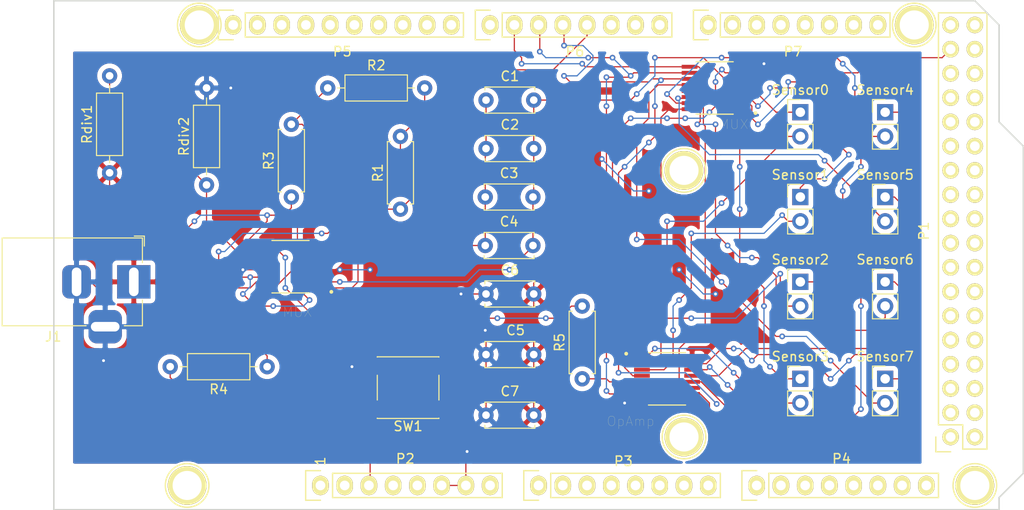
<source format=kicad_pcb>
(kicad_pcb (version 20171130) (host pcbnew 5.1.5+dfsg1-2build2)

  (general
    (thickness 1.6002)
    (drawings 10)
    (tracks 545)
    (zones 0)
    (modules 40)
    (nets 121)
  )

  (page A4)
  (title_block
    (date "mar. 31 mars 2015")
  )

  (layers
    (0 Front signal)
    (1 In1.Cu signal)
    (2 In2.Cu signal)
    (31 Back signal)
    (34 B.Paste user)
    (35 F.Paste user)
    (36 B.SilkS user)
    (37 F.SilkS user)
    (38 B.Mask user)
    (39 F.Mask user)
    (44 Edge.Cuts user)
    (45 Margin user)
    (46 B.CrtYd user)
    (47 F.CrtYd user)
    (49 F.Fab user)
  )

  (setup
    (last_trace_width 0.127)
    (user_trace_width 0.15)
    (user_trace_width 0.2)
    (user_trace_width 0.4)
    (user_trace_width 0.6)
    (trace_clearance 0.127)
    (zone_clearance 0.508)
    (zone_45_only no)
    (trace_min 0.127)
    (via_size 0.6)
    (via_drill 0.3)
    (via_min_size 0.6)
    (via_min_drill 0.3)
    (user_via 0.6 0.3)
    (user_via 0.9 0.4)
    (uvia_size 0.6858)
    (uvia_drill 0.3302)
    (uvias_allowed no)
    (uvia_min_size 0.2)
    (uvia_min_drill 0.1)
    (edge_width 0.0381)
    (segment_width 0.254)
    (pcb_text_width 0.3048)
    (pcb_text_size 1.524 1.524)
    (mod_edge_width 0.1524)
    (mod_text_size 0.8128 0.8128)
    (mod_text_width 0.1524)
    (pad_size 4.064 4.064)
    (pad_drill 3.048)
    (pad_to_mask_clearance 0)
    (solder_mask_min_width 0.12)
    (aux_axis_origin 103.378 121.666)
    (visible_elements FFFFFF7F)
    (pcbplotparams
      (layerselection 0x010f0_fffffff9)
      (usegerberextensions false)
      (usegerberattributes false)
      (usegerberadvancedattributes false)
      (creategerberjobfile false)
      (excludeedgelayer true)
      (linewidth 0.100000)
      (plotframeref false)
      (viasonmask false)
      (mode 1)
      (useauxorigin false)
      (hpglpennumber 1)
      (hpglpenspeed 20)
      (hpglpendiameter 15.000000)
      (psnegative false)
      (psa4output false)
      (plotreference true)
      (plotvalue false)
      (plotinvisibletext false)
      (padsonsilk false)
      (subtractmaskfromsilk false)
      (outputformat 1)
      (mirror false)
      (drillshape 0)
      (scaleselection 1)
      (outputdirectory "Gerbers/"))
  )

  (net 0 "")
  (net 1 GND)
  (net 2 "/52(SCK)")
  (net 3 "/53(SS)")
  (net 4 "/50(MISO)")
  (net 5 "/51(MOSI)")
  (net 6 /48)
  (net 7 /49)
  (net 8 /46)
  (net 9 /47)
  (net 10 /44)
  (net 11 /45)
  (net 12 /42)
  (net 13 /43)
  (net 14 /40)
  (net 15 /41)
  (net 16 /38)
  (net 17 /39)
  (net 18 /36)
  (net 19 /37)
  (net 20 /34)
  (net 21 /35)
  (net 22 /32)
  (net 23 /33)
  (net 24 /30)
  (net 25 /31)
  (net 26 /28)
  (net 27 /29)
  (net 28 /26)
  (net 29 /27)
  (net 30 /24)
  (net 31 /25)
  (net 32 /22)
  (net 33 /23)
  (net 34 /Reset)
  (net 35 /A0)
  (net 36 /A1)
  (net 37 /A2)
  (net 38 /A3)
  (net 39 /A4)
  (net 40 /A5)
  (net 41 /A6)
  (net 42 /A7)
  (net 43 /A8)
  (net 44 /A9)
  (net 45 /A10)
  (net 46 /A11)
  (net 47 /A12)
  (net 48 /A13)
  (net 49 /A14)
  (net 50 /A15)
  (net 51 /SCL)
  (net 52 /SDA)
  (net 53 /AREF)
  (net 54 "/13(**)")
  (net 55 "/12(**)")
  (net 56 "/11(**)")
  (net 57 "/10(**)")
  (net 58 "/9(**)")
  (net 59 "/8(**)")
  (net 60 "/7(**)")
  (net 61 "/6(**)")
  (net 62 "/5(**)")
  (net 63 "/4(**)")
  (net 64 "/3(**)")
  (net 65 "/2(**)")
  (net 66 "/20(SDA)")
  (net 67 "/21(SCL)")
  (net 68 "Net-(P8-Pad1)")
  (net 69 "Net-(P9-Pad1)")
  (net 70 "Net-(P10-Pad1)")
  (net 71 "Net-(P11-Pad1)")
  (net 72 "Net-(P12-Pad1)")
  (net 73 "Net-(P13-Pad1)")
  (net 74 "Net-(P2-Pad1)")
  (net 75 "/1(Tx0)")
  (net 76 "/0(Rx0)")
  (net 77 "/14(Tx3)")
  (net 78 "/15(Rx3)")
  (net 79 "/16(Tx2)")
  (net 80 "/17(Rx2)")
  (net 81 "/18(Tx1)")
  (net 82 "/19(Rx1)")
  (net 83 "Net-(C1-Pad2)")
  (net 84 "Net-(C1-Pad1)")
  (net 85 "Net-(P1-Pad1)")
  (net 86 "Net-(P1-Pad2)")
  (net 87 "Net-(P1-Pad35)")
  (net 88 "Net-(P1-Pad36)")
  (net 89 "Net-(P2-Pad2)")
  (net 90 "Net-(P2-Pad4)")
  (net 91 "Net-(P2-Pad5)")
  (net 92 "Net-(P2-Pad8)")
  (net 93 "Net-(P5-Pad4)")
  (net 94 "Net-(R1-Pad2)")
  (net 95 "Net-(R2-Pad1)")
  (net 96 "Net-(R3-Pad1)")
  (net 97 "Net-(R4-Pad2)")
  (net 98 "Net-(R5-Pad1)")
  (net 99 "Net-(Rdiv1-Pad2)")
  (net 100 "Net-(Sensor0-Pad2)")
  (net 101 "Net-(Sensor0-Pad1)")
  (net 102 "Net-(Sensor1-Pad2)")
  (net 103 "Net-(Sensor1-Pad1)")
  (net 104 "Net-(Sensor2-Pad2)")
  (net 105 "Net-(Sensor2-Pad1)")
  (net 106 "Net-(Sensor3-Pad2)")
  (net 107 "Net-(Sensor3-Pad1)")
  (net 108 "Net-(Sensor4-Pad2)")
  (net 109 "Net-(Sensor4-Pad1)")
  (net 110 "Net-(Sensor5-Pad2)")
  (net 111 "Net-(Sensor5-Pad1)")
  (net 112 "Net-(Sensor6-Pad2)")
  (net 113 "Net-(Sensor6-Pad1)")
  (net 114 "Net-(Sensor7-Pad2)")
  (net 115 "Net-(Sensor7-Pad1)")
  (net 116 "Net-(U1-Pad9)")
  (net 117 "Net-(U1-Pad8)")
  (net 118 "Net-(U2-Pad6)")
  (net 119 "Net-(U3-Pad6)")
  (net 120 /Vdd)

  (net_class Default "This is the default net class."
    (clearance 0.127)
    (trace_width 0.127)
    (via_dia 0.6)
    (via_drill 0.3)
    (uvia_dia 0.6858)
    (uvia_drill 0.3302)
    (diff_pair_width 0.1524)
    (diff_pair_gap 0.254)
    (add_net "/0(Rx0)")
    (add_net "/1(Tx0)")
    (add_net "/10(**)")
    (add_net "/11(**)")
    (add_net "/12(**)")
    (add_net "/13(**)")
    (add_net "/14(Tx3)")
    (add_net "/15(Rx3)")
    (add_net "/16(Tx2)")
    (add_net "/17(Rx2)")
    (add_net "/18(Tx1)")
    (add_net "/19(Rx1)")
    (add_net "/2(**)")
    (add_net "/20(SDA)")
    (add_net "/21(SCL)")
    (add_net /22)
    (add_net /23)
    (add_net /24)
    (add_net /25)
    (add_net /26)
    (add_net /27)
    (add_net /28)
    (add_net /29)
    (add_net "/3(**)")
    (add_net /30)
    (add_net /31)
    (add_net /32)
    (add_net /33)
    (add_net /34)
    (add_net /35)
    (add_net /36)
    (add_net /37)
    (add_net /38)
    (add_net /39)
    (add_net "/4(**)")
    (add_net /40)
    (add_net /41)
    (add_net /42)
    (add_net /43)
    (add_net /44)
    (add_net /45)
    (add_net /46)
    (add_net /47)
    (add_net /48)
    (add_net /49)
    (add_net "/5(**)")
    (add_net "/50(MISO)")
    (add_net "/51(MOSI)")
    (add_net "/52(SCK)")
    (add_net "/53(SS)")
    (add_net "/6(**)")
    (add_net "/7(**)")
    (add_net "/8(**)")
    (add_net "/9(**)")
    (add_net /A0)
    (add_net /A1)
    (add_net /A10)
    (add_net /A11)
    (add_net /A12)
    (add_net /A13)
    (add_net /A14)
    (add_net /A15)
    (add_net /A2)
    (add_net /A3)
    (add_net /A4)
    (add_net /A5)
    (add_net /A6)
    (add_net /A7)
    (add_net /A8)
    (add_net /A9)
    (add_net /AREF)
    (add_net /Reset)
    (add_net /SCL)
    (add_net /SDA)
    (add_net /Vdd)
    (add_net GND)
    (add_net "Net-(C1-Pad1)")
    (add_net "Net-(C1-Pad2)")
    (add_net "Net-(P1-Pad1)")
    (add_net "Net-(P1-Pad2)")
    (add_net "Net-(P1-Pad35)")
    (add_net "Net-(P1-Pad36)")
    (add_net "Net-(P10-Pad1)")
    (add_net "Net-(P11-Pad1)")
    (add_net "Net-(P12-Pad1)")
    (add_net "Net-(P13-Pad1)")
    (add_net "Net-(P2-Pad1)")
    (add_net "Net-(P2-Pad2)")
    (add_net "Net-(P2-Pad4)")
    (add_net "Net-(P2-Pad5)")
    (add_net "Net-(P2-Pad8)")
    (add_net "Net-(P5-Pad4)")
    (add_net "Net-(P8-Pad1)")
    (add_net "Net-(P9-Pad1)")
    (add_net "Net-(R1-Pad2)")
    (add_net "Net-(R2-Pad1)")
    (add_net "Net-(R3-Pad1)")
    (add_net "Net-(R4-Pad2)")
    (add_net "Net-(R5-Pad1)")
    (add_net "Net-(Rdiv1-Pad2)")
    (add_net "Net-(Sensor0-Pad1)")
    (add_net "Net-(Sensor0-Pad2)")
    (add_net "Net-(Sensor1-Pad1)")
    (add_net "Net-(Sensor1-Pad2)")
    (add_net "Net-(Sensor2-Pad1)")
    (add_net "Net-(Sensor2-Pad2)")
    (add_net "Net-(Sensor3-Pad1)")
    (add_net "Net-(Sensor3-Pad2)")
    (add_net "Net-(Sensor4-Pad1)")
    (add_net "Net-(Sensor4-Pad2)")
    (add_net "Net-(Sensor5-Pad1)")
    (add_net "Net-(Sensor5-Pad2)")
    (add_net "Net-(Sensor6-Pad1)")
    (add_net "Net-(Sensor6-Pad2)")
    (add_net "Net-(Sensor7-Pad1)")
    (add_net "Net-(Sensor7-Pad2)")
    (add_net "Net-(U1-Pad8)")
    (add_net "Net-(U1-Pad9)")
    (add_net "Net-(U2-Pad6)")
    (add_net "Net-(U3-Pad6)")
  )

  (module Button_Switch_SMD:SW_SPST_PTS645 (layer Front) (tedit 5A02FC95) (tstamp 5FE6AB06)
    (at 140.505 108.875 180)
    (descr "C&K Components SPST SMD PTS645 Series 6mm Tact Switch")
    (tags "SPST Button Switch")
    (path /5FE83E09)
    (attr smd)
    (fp_text reference SW1 (at 0 -4.05) (layer F.SilkS)
      (effects (font (size 1 1) (thickness 0.15)))
    )
    (fp_text value SW_Push (at 0 4.15 270) (layer F.Fab)
      (effects (font (size 1 1) (thickness 0.15)))
    )
    (fp_circle (center 0 0) (end 1.75 -0.05) (layer F.Fab) (width 0.1))
    (fp_line (start -3.23 3.23) (end 3.23 3.23) (layer F.SilkS) (width 0.12))
    (fp_line (start -3.23 -1.3) (end -3.23 1.3) (layer F.SilkS) (width 0.12))
    (fp_line (start -3.23 -3.23) (end 3.23 -3.23) (layer F.SilkS) (width 0.12))
    (fp_line (start 3.23 -1.3) (end 3.23 1.3) (layer F.SilkS) (width 0.12))
    (fp_line (start -3.23 -3.2) (end -3.23 -3.23) (layer F.SilkS) (width 0.12))
    (fp_line (start -3.23 3.23) (end -3.23 3.2) (layer F.SilkS) (width 0.12))
    (fp_line (start 3.23 3.23) (end 3.23 3.2) (layer F.SilkS) (width 0.12))
    (fp_line (start 3.23 -3.23) (end 3.23 -3.2) (layer F.SilkS) (width 0.12))
    (fp_line (start -5.05 -3.4) (end 5.05 -3.4) (layer F.CrtYd) (width 0.05))
    (fp_line (start -5.05 3.4) (end 5.05 3.4) (layer F.CrtYd) (width 0.05))
    (fp_line (start -5.05 -3.4) (end -5.05 3.4) (layer F.CrtYd) (width 0.05))
    (fp_line (start 5.05 3.4) (end 5.05 -3.4) (layer F.CrtYd) (width 0.05))
    (fp_line (start 3 -3) (end -3 -3) (layer F.Fab) (width 0.1))
    (fp_line (start 3 3) (end 3 -3) (layer F.Fab) (width 0.1))
    (fp_line (start -3 3) (end 3 3) (layer F.Fab) (width 0.1))
    (fp_line (start -3 -3) (end -3 3) (layer F.Fab) (width 0.1))
    (fp_text user %R (at 0 -4.05) (layer F.Fab)
      (effects (font (size 1 1) (thickness 0.15)))
    )
    (pad 2 smd rect (at 3.98 2.25 180) (size 1.55 1.3) (layers Front F.Paste F.Mask)
      (net 1 GND))
    (pad 1 smd rect (at 3.98 -2.25 180) (size 1.55 1.3) (layers Front F.Paste F.Mask)
      (net 34 /Reset))
    (pad 1 smd rect (at -3.98 -2.25 180) (size 1.55 1.3) (layers Front F.Paste F.Mask)
      (net 34 /Reset))
    (pad 2 smd rect (at -3.98 2.25 180) (size 1.55 1.3) (layers Front F.Paste F.Mask)
      (net 1 GND))
    (model ${KISYS3DMOD}/Button_Switch_SMD.3dshapes/SW_SPST_PTS645.wrl
      (at (xyz 0 0 0))
      (scale (xyz 1 1 1))
      (rotate (xyz 0 0 0))
    )
    (model "${KIPRJMOD}/3d models/Push Tactile Button SPST-NO 6x6mm L=5mm Omron B3F-1020.stp"
      (offset (xyz 3 -2 0))
      (scale (xyz 1 1 1))
      (rotate (xyz 0 0 0))
    )
  )

  (module SOP63P599X175-16N:SOP63P599X175-16N (layer Front) (tedit 5FE1E3D1) (tstamp 5FE57CC1)
    (at 167.64 107.95)
    (path /5FB0C892)
    (fp_text reference OpAmp (at -3.81 4.445) (layer F.SilkS)
      (effects (font (size 1 1) (thickness 0.015)))
    )
    (fp_text value SN74CBT3251 (at 7.155 3.5595) (layer F.Fab)
      (effects (font (size 1 1) (thickness 0.015)))
    )
    (fp_line (start 3.705 -2.75) (end 3.705 2.75) (layer F.CrtYd) (width 0.05))
    (fp_line (start -3.705 -2.75) (end -3.705 2.75) (layer F.CrtYd) (width 0.05))
    (fp_line (start -3.705 2.75) (end 3.705 2.75) (layer F.CrtYd) (width 0.05))
    (fp_line (start -3.705 -2.75) (end 3.705 -2.75) (layer F.CrtYd) (width 0.05))
    (fp_line (start 1.9475 -2.4525) (end 1.9475 2.4525) (layer F.Fab) (width 0.127))
    (fp_line (start -1.9475 -2.4525) (end -1.9475 2.4525) (layer F.Fab) (width 0.127))
    (fp_line (start -1.9475 2.7475) (end 1.9475 2.7475) (layer F.SilkS) (width 0.127))
    (fp_line (start -1.9475 -2.7475) (end 1.9475 -2.7475) (layer F.SilkS) (width 0.127))
    (fp_line (start -1.9475 2.4525) (end 1.9475 2.4525) (layer F.Fab) (width 0.127))
    (fp_line (start -1.9475 -2.4525) (end 1.9475 -2.4525) (layer F.Fab) (width 0.127))
    (fp_circle (center -4.28 -2.6325) (end -4.18 -2.6325) (layer F.Fab) (width 0.2))
    (fp_circle (center -4.28 -2.6325) (end -4.18 -2.6325) (layer F.SilkS) (width 0.2))
    (pad 16 smd rect (at 2.63 -2.2225) (size 1.65 0.41) (layers Front F.Paste F.Mask)
      (net 120 /Vdd))
    (pad 15 smd rect (at 2.63 -1.5875) (size 1.65 0.41) (layers Front F.Paste F.Mask)
      (net 109 "Net-(Sensor4-Pad1)"))
    (pad 14 smd rect (at 2.63 -0.9525) (size 1.65 0.41) (layers Front F.Paste F.Mask)
      (net 111 "Net-(Sensor5-Pad1)"))
    (pad 13 smd rect (at 2.63 -0.3175) (size 1.65 0.41) (layers Front F.Paste F.Mask)
      (net 113 "Net-(Sensor6-Pad1)"))
    (pad 12 smd rect (at 2.63 0.3175) (size 1.65 0.41) (layers Front F.Paste F.Mask)
      (net 115 "Net-(Sensor7-Pad1)"))
    (pad 11 smd rect (at 2.63 0.9525) (size 1.65 0.41) (layers Front F.Paste F.Mask)
      (net 63 "/4(**)"))
    (pad 10 smd rect (at 2.63 1.5875) (size 1.65 0.41) (layers Front F.Paste F.Mask)
      (net 62 "/5(**)"))
    (pad 9 smd rect (at 2.63 2.2225) (size 1.65 0.41) (layers Front F.Paste F.Mask)
      (net 61 "/6(**)"))
    (pad 8 smd rect (at -2.63 2.2225) (size 1.65 0.41) (layers Front F.Paste F.Mask)
      (net 1 GND))
    (pad 7 smd rect (at -2.63 1.5875) (size 1.65 0.41) (layers Front F.Paste F.Mask)
      (net 32 /22))
    (pad 6 smd rect (at -2.63 0.9525) (size 1.65 0.41) (layers Front F.Paste F.Mask)
      (net 119 "Net-(U3-Pad6)"))
    (pad 5 smd rect (at -2.63 0.3175) (size 1.65 0.41) (layers Front F.Paste F.Mask)
      (net 98 "Net-(R5-Pad1)"))
    (pad 4 smd rect (at -2.63 -0.3175) (size 1.65 0.41) (layers Front F.Paste F.Mask)
      (net 100 "Net-(Sensor0-Pad2)"))
    (pad 3 smd rect (at -2.63 -0.9525) (size 1.65 0.41) (layers Front F.Paste F.Mask)
      (net 102 "Net-(Sensor1-Pad2)"))
    (pad 2 smd rect (at -2.63 -1.5875) (size 1.65 0.41) (layers Front F.Paste F.Mask)
      (net 104 "Net-(Sensor2-Pad2)"))
    (pad 1 smd rect (at -2.63 -2.2225) (size 1.65 0.41) (layers Front F.Paste F.Mask)
      (net 106 "Net-(Sensor3-Pad2)"))
    (model "${KIPRJMOD}/3d models/SOP63P599X175-16N.step"
      (at (xyz 0 0 0))
      (scale (xyz 1 1 1))
      (rotate (xyz -90 0 0))
    )
  )

  (module SOP63P599X175-16N:SOP63P599X175-16N (layer Front) (tedit 5FE1E3D1) (tstamp 5FE57CA1)
    (at 172.63 77.47 180)
    (path /5FB0AEFA)
    (fp_text reference MUX (at -1.995 -3.81) (layer F.SilkS)
      (effects (font (size 1 1) (thickness 0.015)))
    )
    (fp_text value SN74CBT3251 (at 7.155 3.5595) (layer F.Fab)
      (effects (font (size 1 1) (thickness 0.015)))
    )
    (fp_line (start 3.705 -2.75) (end 3.705 2.75) (layer F.CrtYd) (width 0.05))
    (fp_line (start -3.705 -2.75) (end -3.705 2.75) (layer F.CrtYd) (width 0.05))
    (fp_line (start -3.705 2.75) (end 3.705 2.75) (layer F.CrtYd) (width 0.05))
    (fp_line (start -3.705 -2.75) (end 3.705 -2.75) (layer F.CrtYd) (width 0.05))
    (fp_line (start 1.9475 -2.4525) (end 1.9475 2.4525) (layer F.Fab) (width 0.127))
    (fp_line (start -1.9475 -2.4525) (end -1.9475 2.4525) (layer F.Fab) (width 0.127))
    (fp_line (start -1.9475 2.7475) (end 1.9475 2.7475) (layer F.SilkS) (width 0.127))
    (fp_line (start -1.9475 -2.7475) (end 1.9475 -2.7475) (layer F.SilkS) (width 0.127))
    (fp_line (start -1.9475 2.4525) (end 1.9475 2.4525) (layer F.Fab) (width 0.127))
    (fp_line (start -1.9475 -2.4525) (end 1.9475 -2.4525) (layer F.Fab) (width 0.127))
    (fp_circle (center -4.28 -2.6325) (end -4.18 -2.6325) (layer F.Fab) (width 0.2))
    (fp_circle (center -4.28 -2.6325) (end -4.18 -2.6325) (layer F.SilkS) (width 0.2))
    (pad 16 smd rect (at 2.63 -2.2225 180) (size 1.65 0.41) (layers Front F.Paste F.Mask)
      (net 120 /Vdd))
    (pad 15 smd rect (at 2.63 -1.5875 180) (size 1.65 0.41) (layers Front F.Paste F.Mask)
      (net 108 "Net-(Sensor4-Pad2)"))
    (pad 14 smd rect (at 2.63 -0.9525 180) (size 1.65 0.41) (layers Front F.Paste F.Mask)
      (net 110 "Net-(Sensor5-Pad2)"))
    (pad 13 smd rect (at 2.63 -0.3175 180) (size 1.65 0.41) (layers Front F.Paste F.Mask)
      (net 112 "Net-(Sensor6-Pad2)"))
    (pad 12 smd rect (at 2.63 0.3175 180) (size 1.65 0.41) (layers Front F.Paste F.Mask)
      (net 114 "Net-(Sensor7-Pad2)"))
    (pad 11 smd rect (at 2.63 0.9525 180) (size 1.65 0.41) (layers Front F.Paste F.Mask)
      (net 63 "/4(**)"))
    (pad 10 smd rect (at 2.63 1.5875 180) (size 1.65 0.41) (layers Front F.Paste F.Mask)
      (net 62 "/5(**)"))
    (pad 9 smd rect (at 2.63 2.2225 180) (size 1.65 0.41) (layers Front F.Paste F.Mask)
      (net 61 "/6(**)"))
    (pad 8 smd rect (at -2.63 2.2225 180) (size 1.65 0.41) (layers Front F.Paste F.Mask)
      (net 1 GND))
    (pad 7 smd rect (at -2.63 1.5875 180) (size 1.65 0.41) (layers Front F.Paste F.Mask)
      (net 32 /22))
    (pad 6 smd rect (at -2.63 0.9525 180) (size 1.65 0.41) (layers Front F.Paste F.Mask)
      (net 118 "Net-(U2-Pad6)"))
    (pad 5 smd rect (at -2.63 0.3175 180) (size 1.65 0.41) (layers Front F.Paste F.Mask)
      (net 83 "Net-(C1-Pad2)"))
    (pad 4 smd rect (at -2.63 -0.3175 180) (size 1.65 0.41) (layers Front F.Paste F.Mask)
      (net 101 "Net-(Sensor0-Pad1)"))
    (pad 3 smd rect (at -2.63 -0.9525 180) (size 1.65 0.41) (layers Front F.Paste F.Mask)
      (net 103 "Net-(Sensor1-Pad1)"))
    (pad 2 smd rect (at -2.63 -1.5875 180) (size 1.65 0.41) (layers Front F.Paste F.Mask)
      (net 105 "Net-(Sensor2-Pad1)"))
    (pad 1 smd rect (at -2.63 -2.2225 180) (size 1.65 0.41) (layers Front F.Paste F.Mask)
      (net 107 "Net-(Sensor3-Pad1)"))
    (model "${KIPRJMOD}/3d models/SOP63P599X175-16N.step"
      (at (xyz 0 0 0))
      (scale (xyz 1 1 1))
      (rotate (xyz -90 0 0))
    )
  )

  (module SOP63P599X175-16N:SOP63P599X175-16N (layer Front) (tedit 5FE1E3D1) (tstamp 5FE57C81)
    (at 128.18 96.2025 180)
    (path /5FAF3022)
    (fp_text reference MUX (at -0.725 -4.7625) (layer F.SilkS)
      (effects (font (size 1 1) (thickness 0.015)))
    )
    (fp_text value OPA4353EA (at 7.155 3.5595) (layer F.Fab)
      (effects (font (size 1 1) (thickness 0.015)))
    )
    (fp_line (start 3.705 -2.75) (end 3.705 2.75) (layer F.CrtYd) (width 0.05))
    (fp_line (start -3.705 -2.75) (end -3.705 2.75) (layer F.CrtYd) (width 0.05))
    (fp_line (start -3.705 2.75) (end 3.705 2.75) (layer F.CrtYd) (width 0.05))
    (fp_line (start -3.705 -2.75) (end 3.705 -2.75) (layer F.CrtYd) (width 0.05))
    (fp_line (start 1.9475 -2.4525) (end 1.9475 2.4525) (layer F.Fab) (width 0.127))
    (fp_line (start -1.9475 -2.4525) (end -1.9475 2.4525) (layer F.Fab) (width 0.127))
    (fp_line (start -1.9475 2.7475) (end 1.9475 2.7475) (layer F.SilkS) (width 0.127))
    (fp_line (start -1.9475 -2.7475) (end 1.9475 -2.7475) (layer F.SilkS) (width 0.127))
    (fp_line (start -1.9475 2.4525) (end 1.9475 2.4525) (layer F.Fab) (width 0.127))
    (fp_line (start -1.9475 -2.4525) (end 1.9475 -2.4525) (layer F.Fab) (width 0.127))
    (fp_circle (center -4.28 -2.6325) (end -4.18 -2.6325) (layer F.Fab) (width 0.2))
    (fp_circle (center -4.28 -2.6325) (end -4.18 -2.6325) (layer F.SilkS) (width 0.2))
    (pad 16 smd rect (at 2.63 -2.2225 180) (size 1.65 0.41) (layers Front F.Paste F.Mask)
      (net 95 "Net-(R2-Pad1)"))
    (pad 15 smd rect (at 2.63 -1.5875 180) (size 1.65 0.41) (layers Front F.Paste F.Mask)
      (net 94 "Net-(R1-Pad2)"))
    (pad 14 smd rect (at 2.63 -0.9525 180) (size 1.65 0.41) (layers Front F.Paste F.Mask)
      (net 99 "Net-(Rdiv1-Pad2)"))
    (pad 13 smd rect (at 2.63 -0.3175 180) (size 1.65 0.41) (layers Front F.Paste F.Mask)
      (net 1 GND))
    (pad 12 smd rect (at 2.63 0.3175 180) (size 1.65 0.41) (layers Front F.Paste F.Mask)
      (net 99 "Net-(Rdiv1-Pad2)"))
    (pad 11 smd rect (at 2.63 0.9525 180) (size 1.65 0.41) (layers Front F.Paste F.Mask)
      (net 96 "Net-(R3-Pad1)"))
    (pad 10 smd rect (at 2.63 1.5875 180) (size 1.65 0.41) (layers Front F.Paste F.Mask)
      (net 97 "Net-(R4-Pad2)"))
    (pad 9 smd rect (at 2.63 2.2225 180) (size 1.65 0.41) (layers Front F.Paste F.Mask)
      (net 116 "Net-(U1-Pad9)"))
    (pad 8 smd rect (at -2.63 2.2225 180) (size 1.65 0.41) (layers Front F.Paste F.Mask)
      (net 117 "Net-(U1-Pad8)"))
    (pad 7 smd rect (at -2.63 1.5875 180) (size 1.65 0.41) (layers Front F.Paste F.Mask)
      (net 64 "/3(**)"))
    (pad 6 smd rect (at -2.63 0.9525 180) (size 1.65 0.41) (layers Front F.Paste F.Mask)
      (net 95 "Net-(R2-Pad1)"))
    (pad 5 smd rect (at -2.63 0.3175 180) (size 1.65 0.41) (layers Front F.Paste F.Mask)
      (net 84 "Net-(C1-Pad1)"))
    (pad 4 smd rect (at -2.63 -0.3175 180) (size 1.65 0.41) (layers Front F.Paste F.Mask)
      (net 120 /Vdd))
    (pad 3 smd rect (at -2.63 -0.9525 180) (size 1.65 0.41) (layers Front F.Paste F.Mask)
      (net 99 "Net-(Rdiv1-Pad2)"))
    (pad 2 smd rect (at -2.63 -1.5875 180) (size 1.65 0.41) (layers Front F.Paste F.Mask)
      (net 83 "Net-(C1-Pad2)"))
    (pad 1 smd rect (at -2.63 -2.2225 180) (size 1.65 0.41) (layers Front F.Paste F.Mask)
      (net 84 "Net-(C1-Pad1)"))
    (model "${KIPRJMOD}/3d models/SOP63P599X175-16N.step"
      (at (xyz 0 0 0))
      (scale (xyz 1 1 1))
      (rotate (xyz -90 0 0))
    )
  )

  (module Connector_PinHeader_2.54mm:PinHeader_1x02_P2.54mm_Vertical (layer Front) (tedit 59FED5CC) (tstamp 5FE57C47)
    (at 190.5 107.95)
    (descr "Through hole straight pin header, 1x02, 2.54mm pitch, single row")
    (tags "Through hole pin header THT 1x02 2.54mm single row")
    (path /5FB395CC)
    (fp_text reference Sensor7 (at 0 -2.33) (layer F.SilkS)
      (effects (font (size 1 1) (thickness 0.15)))
    )
    (fp_text value Conn_01x02_Male (at 0 4.87) (layer F.Fab)
      (effects (font (size 1 1) (thickness 0.15)))
    )
    (fp_text user %R (at 0 1.27 90) (layer F.Fab)
      (effects (font (size 1 1) (thickness 0.15)))
    )
    (fp_line (start 1.8 -1.8) (end -1.8 -1.8) (layer F.CrtYd) (width 0.05))
    (fp_line (start 1.8 4.35) (end 1.8 -1.8) (layer F.CrtYd) (width 0.05))
    (fp_line (start -1.8 4.35) (end 1.8 4.35) (layer F.CrtYd) (width 0.05))
    (fp_line (start -1.8 -1.8) (end -1.8 4.35) (layer F.CrtYd) (width 0.05))
    (fp_line (start -1.33 -1.33) (end 0 -1.33) (layer F.SilkS) (width 0.12))
    (fp_line (start -1.33 0) (end -1.33 -1.33) (layer F.SilkS) (width 0.12))
    (fp_line (start -1.33 1.27) (end 1.33 1.27) (layer F.SilkS) (width 0.12))
    (fp_line (start 1.33 1.27) (end 1.33 3.87) (layer F.SilkS) (width 0.12))
    (fp_line (start -1.33 1.27) (end -1.33 3.87) (layer F.SilkS) (width 0.12))
    (fp_line (start -1.33 3.87) (end 1.33 3.87) (layer F.SilkS) (width 0.12))
    (fp_line (start -1.27 -0.635) (end -0.635 -1.27) (layer F.Fab) (width 0.1))
    (fp_line (start -1.27 3.81) (end -1.27 -0.635) (layer F.Fab) (width 0.1))
    (fp_line (start 1.27 3.81) (end -1.27 3.81) (layer F.Fab) (width 0.1))
    (fp_line (start 1.27 -1.27) (end 1.27 3.81) (layer F.Fab) (width 0.1))
    (fp_line (start -0.635 -1.27) (end 1.27 -1.27) (layer F.Fab) (width 0.1))
    (pad 2 thru_hole oval (at 0 2.54) (size 1.7 1.7) (drill 1) (layers *.Cu *.Mask)
      (net 114 "Net-(Sensor7-Pad2)"))
    (pad 1 thru_hole rect (at 0 0) (size 1.7 1.7) (drill 1) (layers *.Cu *.Mask)
      (net 115 "Net-(Sensor7-Pad1)"))
    (model ${KISYS3DMOD}/Connector_PinHeader_2.54mm.3dshapes/PinHeader_1x02_P2.54mm_Vertical.wrl
      (at (xyz 0 0 0))
      (scale (xyz 1 1 1))
      (rotate (xyz 0 0 0))
    )
    (model "${KIPRJMOD}/3d models/pin-headers-1.snapshot.5/Pin Header 1x2 TH Pitch 2.54mm.stp"
      (at (xyz 0 0 0))
      (scale (xyz 1 1 1))
      (rotate (xyz 0 0 90))
    )
  )

  (module Connector_PinHeader_2.54mm:PinHeader_1x02_P2.54mm_Vertical (layer Front) (tedit 59FED5CC) (tstamp 5FE57C31)
    (at 190.5 97.79)
    (descr "Through hole straight pin header, 1x02, 2.54mm pitch, single row")
    (tags "Through hole pin header THT 1x02 2.54mm single row")
    (path /5FB386C4)
    (fp_text reference Sensor6 (at 0 -2.33) (layer F.SilkS)
      (effects (font (size 1 1) (thickness 0.15)))
    )
    (fp_text value Conn_01x02_Male (at 0 4.87) (layer F.Fab)
      (effects (font (size 1 1) (thickness 0.15)))
    )
    (fp_text user %R (at 2.01 1.27 90) (layer F.Fab)
      (effects (font (size 1 1) (thickness 0.15)))
    )
    (fp_line (start 1.8 -1.8) (end -1.8 -1.8) (layer F.CrtYd) (width 0.05))
    (fp_line (start 1.8 4.35) (end 1.8 -1.8) (layer F.CrtYd) (width 0.05))
    (fp_line (start -1.8 4.35) (end 1.8 4.35) (layer F.CrtYd) (width 0.05))
    (fp_line (start -1.8 -1.8) (end -1.8 4.35) (layer F.CrtYd) (width 0.05))
    (fp_line (start -1.33 -1.33) (end 0 -1.33) (layer F.SilkS) (width 0.12))
    (fp_line (start -1.33 0) (end -1.33 -1.33) (layer F.SilkS) (width 0.12))
    (fp_line (start -1.33 1.27) (end 1.33 1.27) (layer F.SilkS) (width 0.12))
    (fp_line (start 1.33 1.27) (end 1.33 3.87) (layer F.SilkS) (width 0.12))
    (fp_line (start -1.33 1.27) (end -1.33 3.87) (layer F.SilkS) (width 0.12))
    (fp_line (start -1.33 3.87) (end 1.33 3.87) (layer F.SilkS) (width 0.12))
    (fp_line (start -1.27 -0.635) (end -0.635 -1.27) (layer F.Fab) (width 0.1))
    (fp_line (start -1.27 3.81) (end -1.27 -0.635) (layer F.Fab) (width 0.1))
    (fp_line (start 1.27 3.81) (end -1.27 3.81) (layer F.Fab) (width 0.1))
    (fp_line (start 1.27 -1.27) (end 1.27 3.81) (layer F.Fab) (width 0.1))
    (fp_line (start -0.635 -1.27) (end 1.27 -1.27) (layer F.Fab) (width 0.1))
    (pad 2 thru_hole oval (at 0 2.54) (size 1.7 1.7) (drill 1) (layers *.Cu *.Mask)
      (net 112 "Net-(Sensor6-Pad2)"))
    (pad 1 thru_hole rect (at 0 0) (size 1.7 1.7) (drill 1) (layers *.Cu *.Mask)
      (net 113 "Net-(Sensor6-Pad1)"))
    (model ${KISYS3DMOD}/Connector_PinHeader_2.54mm.3dshapes/PinHeader_1x02_P2.54mm_Vertical.wrl
      (at (xyz 0 0 0))
      (scale (xyz 1 1 1))
      (rotate (xyz 0 0 0))
    )
    (model "${KIPRJMOD}/3d models/pin-headers-1.snapshot.5/Pin Header 1x2 TH Pitch 2.54mm.stp"
      (at (xyz 0 0 0))
      (scale (xyz 1 1 1))
      (rotate (xyz 0 0 90))
    )
  )

  (module Connector_PinHeader_2.54mm:PinHeader_1x02_P2.54mm_Vertical (layer Front) (tedit 59FED5CC) (tstamp 5FE57C1B)
    (at 190.5 88.9)
    (descr "Through hole straight pin header, 1x02, 2.54mm pitch, single row")
    (tags "Through hole pin header THT 1x02 2.54mm single row")
    (path /5FB3910B)
    (fp_text reference Sensor5 (at 0 -2.33) (layer F.SilkS)
      (effects (font (size 1 1) (thickness 0.15)))
    )
    (fp_text value Conn_01x02_Male (at 0 4.87) (layer F.Fab)
      (effects (font (size 1 1) (thickness 0.15)))
    )
    (fp_text user %R (at 0 1.27 90) (layer F.Fab)
      (effects (font (size 1 1) (thickness 0.15)))
    )
    (fp_line (start 1.8 -1.8) (end -1.8 -1.8) (layer F.CrtYd) (width 0.05))
    (fp_line (start 1.8 4.35) (end 1.8 -1.8) (layer F.CrtYd) (width 0.05))
    (fp_line (start -1.8 4.35) (end 1.8 4.35) (layer F.CrtYd) (width 0.05))
    (fp_line (start -1.8 -1.8) (end -1.8 4.35) (layer F.CrtYd) (width 0.05))
    (fp_line (start -1.33 -1.33) (end 0 -1.33) (layer F.SilkS) (width 0.12))
    (fp_line (start -1.33 0) (end -1.33 -1.33) (layer F.SilkS) (width 0.12))
    (fp_line (start -1.33 1.27) (end 1.33 1.27) (layer F.SilkS) (width 0.12))
    (fp_line (start 1.33 1.27) (end 1.33 3.87) (layer F.SilkS) (width 0.12))
    (fp_line (start -1.33 1.27) (end -1.33 3.87) (layer F.SilkS) (width 0.12))
    (fp_line (start -1.33 3.87) (end 1.33 3.87) (layer F.SilkS) (width 0.12))
    (fp_line (start -1.27 -0.635) (end -0.635 -1.27) (layer F.Fab) (width 0.1))
    (fp_line (start -1.27 3.81) (end -1.27 -0.635) (layer F.Fab) (width 0.1))
    (fp_line (start 1.27 3.81) (end -1.27 3.81) (layer F.Fab) (width 0.1))
    (fp_line (start 1.27 -1.27) (end 1.27 3.81) (layer F.Fab) (width 0.1))
    (fp_line (start -0.635 -1.27) (end 1.27 -1.27) (layer F.Fab) (width 0.1))
    (pad 2 thru_hole oval (at 0 2.54) (size 1.7 1.7) (drill 1) (layers *.Cu *.Mask)
      (net 110 "Net-(Sensor5-Pad2)"))
    (pad 1 thru_hole rect (at 0 0) (size 1.7 1.7) (drill 1) (layers *.Cu *.Mask)
      (net 111 "Net-(Sensor5-Pad1)"))
    (model ${KISYS3DMOD}/Connector_PinHeader_2.54mm.3dshapes/PinHeader_1x02_P2.54mm_Vertical.wrl
      (at (xyz 0 0 0))
      (scale (xyz 1 1 1))
      (rotate (xyz 0 0 0))
    )
    (model "${KIPRJMOD}/3d models/pin-headers-1.snapshot.5/Pin Header 1x2 TH Pitch 2.54mm.stp"
      (at (xyz 0 0 0))
      (scale (xyz 1 1 1))
      (rotate (xyz 0 0 90))
    )
  )

  (module Connector_PinHeader_2.54mm:PinHeader_1x02_P2.54mm_Vertical (layer Front) (tedit 59FED5CC) (tstamp 5FE57C05)
    (at 190.5 80.01)
    (descr "Through hole straight pin header, 1x02, 2.54mm pitch, single row")
    (tags "Through hole pin header THT 1x02 2.54mm single row")
    (path /5FB38234)
    (fp_text reference Sensor4 (at 0 -2.33) (layer F.SilkS)
      (effects (font (size 1 1) (thickness 0.15)))
    )
    (fp_text value Conn_01x02_Male (at 0 4.87) (layer F.Fab)
      (effects (font (size 1 1) (thickness 0.15)))
    )
    (fp_text user %R (at 0.42 1.27 90) (layer F.Fab)
      (effects (font (size 1 1) (thickness 0.15)))
    )
    (fp_line (start 1.8 -1.8) (end -1.8 -1.8) (layer F.CrtYd) (width 0.05))
    (fp_line (start 1.8 4.35) (end 1.8 -1.8) (layer F.CrtYd) (width 0.05))
    (fp_line (start -1.8 4.35) (end 1.8 4.35) (layer F.CrtYd) (width 0.05))
    (fp_line (start -1.8 -1.8) (end -1.8 4.35) (layer F.CrtYd) (width 0.05))
    (fp_line (start -1.33 -1.33) (end 0 -1.33) (layer F.SilkS) (width 0.12))
    (fp_line (start -1.33 0) (end -1.33 -1.33) (layer F.SilkS) (width 0.12))
    (fp_line (start -1.33 1.27) (end 1.33 1.27) (layer F.SilkS) (width 0.12))
    (fp_line (start 1.33 1.27) (end 1.33 3.87) (layer F.SilkS) (width 0.12))
    (fp_line (start -1.33 1.27) (end -1.33 3.87) (layer F.SilkS) (width 0.12))
    (fp_line (start -1.33 3.87) (end 1.33 3.87) (layer F.SilkS) (width 0.12))
    (fp_line (start -1.27 -0.635) (end -0.635 -1.27) (layer F.Fab) (width 0.1))
    (fp_line (start -1.27 3.81) (end -1.27 -0.635) (layer F.Fab) (width 0.1))
    (fp_line (start 1.27 3.81) (end -1.27 3.81) (layer F.Fab) (width 0.1))
    (fp_line (start 1.27 -1.27) (end 1.27 3.81) (layer F.Fab) (width 0.1))
    (fp_line (start -0.635 -1.27) (end 1.27 -1.27) (layer F.Fab) (width 0.1))
    (pad 2 thru_hole oval (at 0 2.54) (size 1.7 1.7) (drill 1) (layers *.Cu *.Mask)
      (net 108 "Net-(Sensor4-Pad2)"))
    (pad 1 thru_hole rect (at 0 0) (size 1.7 1.7) (drill 1) (layers *.Cu *.Mask)
      (net 109 "Net-(Sensor4-Pad1)"))
    (model ${KISYS3DMOD}/Connector_PinHeader_2.54mm.3dshapes/PinHeader_1x02_P2.54mm_Vertical.wrl
      (at (xyz 0 0 0))
      (scale (xyz 1 1 1))
      (rotate (xyz 0 0 0))
    )
    (model "${KIPRJMOD}/3d models/pin-headers-1.snapshot.5/Pin Header 1x2 TH Pitch 2.54mm.stp"
      (at (xyz 0 0 0))
      (scale (xyz 1 1 1))
      (rotate (xyz 0 0 90))
    )
  )

  (module Connector_PinHeader_2.54mm:PinHeader_1x02_P2.54mm_Vertical (layer Front) (tedit 59FED5CC) (tstamp 5FE57BEF)
    (at 181.61 107.95)
    (descr "Through hole straight pin header, 1x02, 2.54mm pitch, single row")
    (tags "Through hole pin header THT 1x02 2.54mm single row")
    (path /5FB36BE9)
    (fp_text reference Sensor3 (at 0 -2.33) (layer F.SilkS)
      (effects (font (size 1 1) (thickness 0.15)))
    )
    (fp_text value Conn_01x02_Male (at 0 4.87) (layer F.Fab)
      (effects (font (size 1 1) (thickness 0.15)))
    )
    (fp_text user %R (at 2.36 3.03 90) (layer F.Fab)
      (effects (font (size 1 1) (thickness 0.15)))
    )
    (fp_line (start 1.8 -1.8) (end -1.8 -1.8) (layer F.CrtYd) (width 0.05))
    (fp_line (start 1.8 4.35) (end 1.8 -1.8) (layer F.CrtYd) (width 0.05))
    (fp_line (start -1.8 4.35) (end 1.8 4.35) (layer F.CrtYd) (width 0.05))
    (fp_line (start -1.8 -1.8) (end -1.8 4.35) (layer F.CrtYd) (width 0.05))
    (fp_line (start -1.33 -1.33) (end 0 -1.33) (layer F.SilkS) (width 0.12))
    (fp_line (start -1.33 0) (end -1.33 -1.33) (layer F.SilkS) (width 0.12))
    (fp_line (start -1.33 1.27) (end 1.33 1.27) (layer F.SilkS) (width 0.12))
    (fp_line (start 1.33 1.27) (end 1.33 3.87) (layer F.SilkS) (width 0.12))
    (fp_line (start -1.33 1.27) (end -1.33 3.87) (layer F.SilkS) (width 0.12))
    (fp_line (start -1.33 3.87) (end 1.33 3.87) (layer F.SilkS) (width 0.12))
    (fp_line (start -1.27 -0.635) (end -0.635 -1.27) (layer F.Fab) (width 0.1))
    (fp_line (start -1.27 3.81) (end -1.27 -0.635) (layer F.Fab) (width 0.1))
    (fp_line (start 1.27 3.81) (end -1.27 3.81) (layer F.Fab) (width 0.1))
    (fp_line (start 1.27 -1.27) (end 1.27 3.81) (layer F.Fab) (width 0.1))
    (fp_line (start -0.635 -1.27) (end 1.27 -1.27) (layer F.Fab) (width 0.1))
    (pad 2 thru_hole oval (at 0 2.54) (size 1.7 1.7) (drill 1) (layers *.Cu *.Mask)
      (net 106 "Net-(Sensor3-Pad2)"))
    (pad 1 thru_hole rect (at 0 0) (size 1.7 1.7) (drill 1) (layers *.Cu *.Mask)
      (net 107 "Net-(Sensor3-Pad1)"))
    (model ${KISYS3DMOD}/Connector_PinHeader_2.54mm.3dshapes/PinHeader_1x02_P2.54mm_Vertical.wrl
      (at (xyz 0 0 0))
      (scale (xyz 1 1 1))
      (rotate (xyz 0 0 0))
    )
    (model "${KIPRJMOD}/3d models/pin-headers-1.snapshot.5/Pin Header 1x2 TH Pitch 2.54mm.stp"
      (at (xyz 0 0 0))
      (scale (xyz 1 1 1))
      (rotate (xyz 0 0 90))
    )
  )

  (module Connector_PinHeader_2.54mm:PinHeader_1x02_P2.54mm_Vertical (layer Front) (tedit 59FED5CC) (tstamp 5FE57BD9)
    (at 181.61 97.79)
    (descr "Through hole straight pin header, 1x02, 2.54mm pitch, single row")
    (tags "Through hole pin header THT 1x02 2.54mm single row")
    (path /5FB37AA9)
    (fp_text reference Sensor2 (at 0 -2.33) (layer F.SilkS)
      (effects (font (size 1 1) (thickness 0.15)))
    )
    (fp_text value Conn_01x02_Male (at 0 4.87) (layer F.Fab)
      (effects (font (size 1 1) (thickness 0.15)))
    )
    (fp_text user %R (at 1.26 1.27 90) (layer F.Fab)
      (effects (font (size 1 1) (thickness 0.15)))
    )
    (fp_line (start 1.8 -1.8) (end -1.8 -1.8) (layer F.CrtYd) (width 0.05))
    (fp_line (start 1.8 4.35) (end 1.8 -1.8) (layer F.CrtYd) (width 0.05))
    (fp_line (start -1.8 4.35) (end 1.8 4.35) (layer F.CrtYd) (width 0.05))
    (fp_line (start -1.8 -1.8) (end -1.8 4.35) (layer F.CrtYd) (width 0.05))
    (fp_line (start -1.33 -1.33) (end 0 -1.33) (layer F.SilkS) (width 0.12))
    (fp_line (start -1.33 0) (end -1.33 -1.33) (layer F.SilkS) (width 0.12))
    (fp_line (start -1.33 1.27) (end 1.33 1.27) (layer F.SilkS) (width 0.12))
    (fp_line (start 1.33 1.27) (end 1.33 3.87) (layer F.SilkS) (width 0.12))
    (fp_line (start -1.33 1.27) (end -1.33 3.87) (layer F.SilkS) (width 0.12))
    (fp_line (start -1.33 3.87) (end 1.33 3.87) (layer F.SilkS) (width 0.12))
    (fp_line (start -1.27 -0.635) (end -0.635 -1.27) (layer F.Fab) (width 0.1))
    (fp_line (start -1.27 3.81) (end -1.27 -0.635) (layer F.Fab) (width 0.1))
    (fp_line (start 1.27 3.81) (end -1.27 3.81) (layer F.Fab) (width 0.1))
    (fp_line (start 1.27 -1.27) (end 1.27 3.81) (layer F.Fab) (width 0.1))
    (fp_line (start -0.635 -1.27) (end 1.27 -1.27) (layer F.Fab) (width 0.1))
    (pad 2 thru_hole oval (at 0 2.54) (size 1.7 1.7) (drill 1) (layers *.Cu *.Mask)
      (net 104 "Net-(Sensor2-Pad2)"))
    (pad 1 thru_hole rect (at 0 0) (size 1.7 1.7) (drill 1) (layers *.Cu *.Mask)
      (net 105 "Net-(Sensor2-Pad1)"))
    (model ${KISYS3DMOD}/Connector_PinHeader_2.54mm.3dshapes/PinHeader_1x02_P2.54mm_Vertical.wrl
      (at (xyz 0 0 0))
      (scale (xyz 1 1 1))
      (rotate (xyz 0 0 0))
    )
    (model "${KIPRJMOD}/3d models/pin-headers-1.snapshot.5/Pin Header 1x2 TH Pitch 2.54mm.stp"
      (at (xyz 0 0 0))
      (scale (xyz 1 1 1))
      (rotate (xyz 0 0 90))
    )
  )

  (module Connector_PinHeader_2.54mm:PinHeader_1x02_P2.54mm_Vertical (layer Front) (tedit 59FED5CC) (tstamp 5FE57BC3)
    (at 181.61 88.9)
    (descr "Through hole straight pin header, 1x02, 2.54mm pitch, single row")
    (tags "Through hole pin header THT 1x02 2.54mm single row")
    (path /5FB38BF7)
    (fp_text reference Sensor1 (at 0 -2.33) (layer F.SilkS)
      (effects (font (size 1 1) (thickness 0.15)))
    )
    (fp_text value Conn_01x02_Male (at 0 4.87) (layer F.Fab)
      (effects (font (size 1 1) (thickness 0.15)))
    )
    (fp_text user %R (at 2.54 0 90) (layer F.Fab)
      (effects (font (size 1 1) (thickness 0.15)))
    )
    (fp_line (start 1.8 -1.8) (end -1.8 -1.8) (layer F.CrtYd) (width 0.05))
    (fp_line (start 1.8 4.35) (end 1.8 -1.8) (layer F.CrtYd) (width 0.05))
    (fp_line (start -1.8 4.35) (end 1.8 4.35) (layer F.CrtYd) (width 0.05))
    (fp_line (start -1.8 -1.8) (end -1.8 4.35) (layer F.CrtYd) (width 0.05))
    (fp_line (start -1.33 -1.33) (end 0 -1.33) (layer F.SilkS) (width 0.12))
    (fp_line (start -1.33 0) (end -1.33 -1.33) (layer F.SilkS) (width 0.12))
    (fp_line (start -1.33 1.27) (end 1.33 1.27) (layer F.SilkS) (width 0.12))
    (fp_line (start 1.33 1.27) (end 1.33 3.87) (layer F.SilkS) (width 0.12))
    (fp_line (start -1.33 1.27) (end -1.33 3.87) (layer F.SilkS) (width 0.12))
    (fp_line (start -1.33 3.87) (end 1.33 3.87) (layer F.SilkS) (width 0.12))
    (fp_line (start -1.27 -0.635) (end -0.635 -1.27) (layer F.Fab) (width 0.1))
    (fp_line (start -1.27 3.81) (end -1.27 -0.635) (layer F.Fab) (width 0.1))
    (fp_line (start 1.27 3.81) (end -1.27 3.81) (layer F.Fab) (width 0.1))
    (fp_line (start 1.27 -1.27) (end 1.27 3.81) (layer F.Fab) (width 0.1))
    (fp_line (start -0.635 -1.27) (end 1.27 -1.27) (layer F.Fab) (width 0.1))
    (pad 2 thru_hole oval (at 0 2.54) (size 1.7 1.7) (drill 1) (layers *.Cu *.Mask)
      (net 102 "Net-(Sensor1-Pad2)"))
    (pad 1 thru_hole rect (at 0 0) (size 1.7 1.7) (drill 1) (layers *.Cu *.Mask)
      (net 103 "Net-(Sensor1-Pad1)"))
    (model ${KISYS3DMOD}/Connector_PinHeader_2.54mm.3dshapes/PinHeader_1x02_P2.54mm_Vertical.wrl
      (at (xyz 0 0 0))
      (scale (xyz 1 1 1))
      (rotate (xyz 0 0 0))
    )
    (model "${KIPRJMOD}/3d models/pin-headers-1.snapshot.5/Pin Header 1x2 TH Pitch 2.54mm.stp"
      (at (xyz 0 0 0))
      (scale (xyz 1 1 1))
      (rotate (xyz 0 0 90))
    )
  )

  (module Connector_PinHeader_2.54mm:PinHeader_1x02_P2.54mm_Vertical (layer Front) (tedit 59FED5CC) (tstamp 5FE59034)
    (at 181.61 80.01)
    (descr "Through hole straight pin header, 1x02, 2.54mm pitch, single row")
    (tags "Through hole pin header THT 1x02 2.54mm single row")
    (path /5FB39AAE)
    (fp_text reference Sensor0 (at 0 -2.33) (layer F.SilkS)
      (effects (font (size 1 1) (thickness 0.15)))
    )
    (fp_text value Conn_01x02_Male (at 0 4.87) (layer F.Fab)
      (effects (font (size 1 1) (thickness 0.15)))
    )
    (fp_text user %R (at 2.54 2.54 90) (layer F.Fab)
      (effects (font (size 1 1) (thickness 0.15)))
    )
    (fp_line (start 1.8 -1.8) (end -1.8 -1.8) (layer F.CrtYd) (width 0.05))
    (fp_line (start 1.8 4.35) (end 1.8 -1.8) (layer F.CrtYd) (width 0.05))
    (fp_line (start -1.8 4.35) (end 1.8 4.35) (layer F.CrtYd) (width 0.05))
    (fp_line (start -1.8 -1.8) (end -1.8 4.35) (layer F.CrtYd) (width 0.05))
    (fp_line (start -1.33 -1.33) (end 0 -1.33) (layer F.SilkS) (width 0.12))
    (fp_line (start -1.33 0) (end -1.33 -1.33) (layer F.SilkS) (width 0.12))
    (fp_line (start -1.33 1.27) (end 1.33 1.27) (layer F.SilkS) (width 0.12))
    (fp_line (start 1.33 1.27) (end 1.33 3.87) (layer F.SilkS) (width 0.12))
    (fp_line (start -1.33 1.27) (end -1.33 3.87) (layer F.SilkS) (width 0.12))
    (fp_line (start -1.33 3.87) (end 1.33 3.87) (layer F.SilkS) (width 0.12))
    (fp_line (start -1.27 -0.635) (end -0.635 -1.27) (layer F.Fab) (width 0.1))
    (fp_line (start -1.27 3.81) (end -1.27 -0.635) (layer F.Fab) (width 0.1))
    (fp_line (start 1.27 3.81) (end -1.27 3.81) (layer F.Fab) (width 0.1))
    (fp_line (start 1.27 -1.27) (end 1.27 3.81) (layer F.Fab) (width 0.1))
    (fp_line (start -0.635 -1.27) (end 1.27 -1.27) (layer F.Fab) (width 0.1))
    (pad 2 thru_hole oval (at 0 2.54) (size 1.7 1.7) (drill 1) (layers *.Cu *.Mask)
      (net 100 "Net-(Sensor0-Pad2)"))
    (pad 1 thru_hole rect (at 0 0) (size 1.7 1.7) (drill 1) (layers *.Cu *.Mask)
      (net 101 "Net-(Sensor0-Pad1)"))
    (model ${KISYS3DMOD}/Connector_PinHeader_2.54mm.3dshapes/PinHeader_1x02_P2.54mm_Vertical.wrl
      (at (xyz 0 0 0))
      (scale (xyz 1 1 1))
      (rotate (xyz 0 0 0))
    )
    (model "${KIPRJMOD}/3d models/pin-headers-1.snapshot.5/Pin Header 1x2 TH Pitch 2.54mm.stp"
      (at (xyz 0 0 0))
      (scale (xyz 1 1 1))
      (rotate (xyz 0 0 90))
    )
  )

  (module Resistor_THT:R_Axial_DIN0207_L6.3mm_D2.5mm_P10.16mm_Horizontal (layer Front) (tedit 5AE5139B) (tstamp 5FE58CE8)
    (at 119.38 87.63 90)
    (descr "Resistor, Axial_DIN0207 series, Axial, Horizontal, pin pitch=10.16mm, 0.25W = 1/4W, length*diameter=6.3*2.5mm^2, http://cdn-reichelt.de/documents/datenblatt/B400/1_4W%23YAG.pdf")
    (tags "Resistor Axial_DIN0207 series Axial Horizontal pin pitch 10.16mm 0.25W = 1/4W length 6.3mm diameter 2.5mm")
    (path /5FB20BF7)
    (fp_text reference Rdiv2 (at 5.08 -2.37 90) (layer F.SilkS)
      (effects (font (size 1 1) (thickness 0.15)))
    )
    (fp_text value 1M (at 5.08 2.37 90) (layer F.Fab)
      (effects (font (size 1 1) (thickness 0.15)))
    )
    (fp_text user %R (at 5.08 0 90) (layer F.Fab)
      (effects (font (size 1 1) (thickness 0.15)))
    )
    (fp_line (start 11.21 -1.5) (end -1.05 -1.5) (layer F.CrtYd) (width 0.05))
    (fp_line (start 11.21 1.5) (end 11.21 -1.5) (layer F.CrtYd) (width 0.05))
    (fp_line (start -1.05 1.5) (end 11.21 1.5) (layer F.CrtYd) (width 0.05))
    (fp_line (start -1.05 -1.5) (end -1.05 1.5) (layer F.CrtYd) (width 0.05))
    (fp_line (start 9.12 0) (end 8.35 0) (layer F.SilkS) (width 0.12))
    (fp_line (start 1.04 0) (end 1.81 0) (layer F.SilkS) (width 0.12))
    (fp_line (start 8.35 -1.37) (end 1.81 -1.37) (layer F.SilkS) (width 0.12))
    (fp_line (start 8.35 1.37) (end 8.35 -1.37) (layer F.SilkS) (width 0.12))
    (fp_line (start 1.81 1.37) (end 8.35 1.37) (layer F.SilkS) (width 0.12))
    (fp_line (start 1.81 -1.37) (end 1.81 1.37) (layer F.SilkS) (width 0.12))
    (fp_line (start 10.16 0) (end 8.23 0) (layer F.Fab) (width 0.1))
    (fp_line (start 0 0) (end 1.93 0) (layer F.Fab) (width 0.1))
    (fp_line (start 8.23 -1.25) (end 1.93 -1.25) (layer F.Fab) (width 0.1))
    (fp_line (start 8.23 1.25) (end 8.23 -1.25) (layer F.Fab) (width 0.1))
    (fp_line (start 1.93 1.25) (end 8.23 1.25) (layer F.Fab) (width 0.1))
    (fp_line (start 1.93 -1.25) (end 1.93 1.25) (layer F.Fab) (width 0.1))
    (pad 2 thru_hole oval (at 10.16 0 90) (size 1.6 1.6) (drill 0.8) (layers *.Cu *.Mask)
      (net 1 GND))
    (pad 1 thru_hole circle (at 0 0 90) (size 1.6 1.6) (drill 0.8) (layers *.Cu *.Mask)
      (net 99 "Net-(Rdiv1-Pad2)"))
    (model ${KISYS3DMOD}/Resistor_THT.3dshapes/R_Axial_DIN0207_L6.3mm_D2.5mm_P10.16mm_Horizontal.wrl
      (at (xyz 0 0 0))
      (scale (xyz 1 1 1))
      (rotate (xyz 0 0 0))
    )
    (model "${KIPRJMOD}/3d models/rc05.wrl"
      (offset (xyz 5 0 0))
      (scale (xyz 1 1 1))
      (rotate (xyz 0 0 0))
    )
  )

  (module Resistor_THT:R_Axial_DIN0207_L6.3mm_D2.5mm_P10.16mm_Horizontal (layer Front) (tedit 5AE5139B) (tstamp 5FE57B80)
    (at 109.22 86.36 90)
    (descr "Resistor, Axial_DIN0207 series, Axial, Horizontal, pin pitch=10.16mm, 0.25W = 1/4W, length*diameter=6.3*2.5mm^2, http://cdn-reichelt.de/documents/datenblatt/B400/1_4W%23YAG.pdf")
    (tags "Resistor Axial_DIN0207 series Axial Horizontal pin pitch 10.16mm 0.25W = 1/4W length 6.3mm diameter 2.5mm")
    (path /5FB1C134)
    (fp_text reference Rdiv1 (at 5.08 -2.37 90) (layer F.SilkS)
      (effects (font (size 1 1) (thickness 0.15)))
    )
    (fp_text value 1M (at 5.08 2.37 90) (layer F.Fab)
      (effects (font (size 1 1) (thickness 0.15)))
    )
    (fp_text user %R (at 5.08 0 90) (layer F.Fab)
      (effects (font (size 1 1) (thickness 0.15)))
    )
    (fp_line (start 11.21 -1.5) (end -1.05 -1.5) (layer F.CrtYd) (width 0.05))
    (fp_line (start 11.21 1.5) (end 11.21 -1.5) (layer F.CrtYd) (width 0.05))
    (fp_line (start -1.05 1.5) (end 11.21 1.5) (layer F.CrtYd) (width 0.05))
    (fp_line (start -1.05 -1.5) (end -1.05 1.5) (layer F.CrtYd) (width 0.05))
    (fp_line (start 9.12 0) (end 8.35 0) (layer F.SilkS) (width 0.12))
    (fp_line (start 1.04 0) (end 1.81 0) (layer F.SilkS) (width 0.12))
    (fp_line (start 8.35 -1.37) (end 1.81 -1.37) (layer F.SilkS) (width 0.12))
    (fp_line (start 8.35 1.37) (end 8.35 -1.37) (layer F.SilkS) (width 0.12))
    (fp_line (start 1.81 1.37) (end 8.35 1.37) (layer F.SilkS) (width 0.12))
    (fp_line (start 1.81 -1.37) (end 1.81 1.37) (layer F.SilkS) (width 0.12))
    (fp_line (start 10.16 0) (end 8.23 0) (layer F.Fab) (width 0.1))
    (fp_line (start 0 0) (end 1.93 0) (layer F.Fab) (width 0.1))
    (fp_line (start 8.23 -1.25) (end 1.93 -1.25) (layer F.Fab) (width 0.1))
    (fp_line (start 8.23 1.25) (end 8.23 -1.25) (layer F.Fab) (width 0.1))
    (fp_line (start 1.93 1.25) (end 8.23 1.25) (layer F.Fab) (width 0.1))
    (fp_line (start 1.93 -1.25) (end 1.93 1.25) (layer F.Fab) (width 0.1))
    (pad 2 thru_hole oval (at 10.16 0 90) (size 1.6 1.6) (drill 0.8) (layers *.Cu *.Mask)
      (net 99 "Net-(Rdiv1-Pad2)"))
    (pad 1 thru_hole circle (at 0 0 90) (size 1.6 1.6) (drill 0.8) (layers *.Cu *.Mask)
      (net 120 /Vdd))
    (model ${KISYS3DMOD}/Resistor_THT.3dshapes/R_Axial_DIN0207_L6.3mm_D2.5mm_P10.16mm_Horizontal.wrl
      (at (xyz 0 0 0))
      (scale (xyz 1 1 1))
      (rotate (xyz 0 0 0))
    )
    (model "${KIPRJMOD}/3d models/rc05.wrl"
      (offset (xyz 5 0 0))
      (scale (xyz 1 1 1))
      (rotate (xyz 0 0 0))
    )
  )

  (module Resistor_THT:R_Axial_DIN0207_L6.3mm_D2.5mm_P7.62mm_Horizontal (layer Front) (tedit 5AE5139B) (tstamp 5FE57B69)
    (at 158.75 107.95 90)
    (descr "Resistor, Axial_DIN0207 series, Axial, Horizontal, pin pitch=7.62mm, 0.25W = 1/4W, length*diameter=6.3*2.5mm^2, http://cdn-reichelt.de/documents/datenblatt/B400/1_4W%23YAG.pdf")
    (tags "Resistor Axial_DIN0207 series Axial Horizontal pin pitch 7.62mm 0.25W = 1/4W length 6.3mm diameter 2.5mm")
    (path /5FC39054)
    (fp_text reference R5 (at 3.81 -2.37 90) (layer F.SilkS)
      (effects (font (size 1 1) (thickness 0.15)))
    )
    (fp_text value 98.7k (at 3.81 2.37 90) (layer F.Fab)
      (effects (font (size 1 1) (thickness 0.15)))
    )
    (fp_text user %R (at 3.81 0 90) (layer F.Fab)
      (effects (font (size 1 1) (thickness 0.15)))
    )
    (fp_line (start 8.67 -1.5) (end -1.05 -1.5) (layer F.CrtYd) (width 0.05))
    (fp_line (start 8.67 1.5) (end 8.67 -1.5) (layer F.CrtYd) (width 0.05))
    (fp_line (start -1.05 1.5) (end 8.67 1.5) (layer F.CrtYd) (width 0.05))
    (fp_line (start -1.05 -1.5) (end -1.05 1.5) (layer F.CrtYd) (width 0.05))
    (fp_line (start 7.08 1.37) (end 7.08 1.04) (layer F.SilkS) (width 0.12))
    (fp_line (start 0.54 1.37) (end 7.08 1.37) (layer F.SilkS) (width 0.12))
    (fp_line (start 0.54 1.04) (end 0.54 1.37) (layer F.SilkS) (width 0.12))
    (fp_line (start 7.08 -1.37) (end 7.08 -1.04) (layer F.SilkS) (width 0.12))
    (fp_line (start 0.54 -1.37) (end 7.08 -1.37) (layer F.SilkS) (width 0.12))
    (fp_line (start 0.54 -1.04) (end 0.54 -1.37) (layer F.SilkS) (width 0.12))
    (fp_line (start 7.62 0) (end 6.96 0) (layer F.Fab) (width 0.1))
    (fp_line (start 0 0) (end 0.66 0) (layer F.Fab) (width 0.1))
    (fp_line (start 6.96 -1.25) (end 0.66 -1.25) (layer F.Fab) (width 0.1))
    (fp_line (start 6.96 1.25) (end 6.96 -1.25) (layer F.Fab) (width 0.1))
    (fp_line (start 0.66 1.25) (end 6.96 1.25) (layer F.Fab) (width 0.1))
    (fp_line (start 0.66 -1.25) (end 0.66 1.25) (layer F.Fab) (width 0.1))
    (pad 2 thru_hole oval (at 7.62 0 90) (size 1.6 1.6) (drill 0.8) (layers *.Cu *.Mask)
      (net 97 "Net-(R4-Pad2)"))
    (pad 1 thru_hole circle (at 0 0 90) (size 1.6 1.6) (drill 0.8) (layers *.Cu *.Mask)
      (net 98 "Net-(R5-Pad1)"))
    (model ${KISYS3DMOD}/Resistor_THT.3dshapes/R_Axial_DIN0207_L6.3mm_D2.5mm_P7.62mm_Horizontal.wrl
      (at (xyz 0 0 0))
      (scale (xyz 1 1 1))
      (rotate (xyz 0 0 0))
    )
    (model "${KIPRJMOD}/3d models/rc05.wrl"
      (offset (xyz 3.7 0 0))
      (scale (xyz 0.75 1 1))
      (rotate (xyz 0 0 0))
    )
  )

  (module Resistor_THT:R_Axial_DIN0207_L6.3mm_D2.5mm_P10.16mm_Horizontal (layer Front) (tedit 5AE5139B) (tstamp 5FE57B52)
    (at 125.73 106.68 180)
    (descr "Resistor, Axial_DIN0207 series, Axial, Horizontal, pin pitch=10.16mm, 0.25W = 1/4W, length*diameter=6.3*2.5mm^2, http://cdn-reichelt.de/documents/datenblatt/B400/1_4W%23YAG.pdf")
    (tags "Resistor Axial_DIN0207 series Axial Horizontal pin pitch 10.16mm 0.25W = 1/4W length 6.3mm diameter 2.5mm")
    (path /5FB1D5AD)
    (fp_text reference R4 (at 5.08 -2.37) (layer F.SilkS)
      (effects (font (size 1 1) (thickness 0.15)))
    )
    (fp_text value 34.9k (at 5.08 2.37) (layer F.Fab)
      (effects (font (size 1 1) (thickness 0.15)))
    )
    (fp_text user %R (at 5.08 0) (layer F.Fab)
      (effects (font (size 1 1) (thickness 0.15)))
    )
    (fp_line (start 11.21 -1.5) (end -1.05 -1.5) (layer F.CrtYd) (width 0.05))
    (fp_line (start 11.21 1.5) (end 11.21 -1.5) (layer F.CrtYd) (width 0.05))
    (fp_line (start -1.05 1.5) (end 11.21 1.5) (layer F.CrtYd) (width 0.05))
    (fp_line (start -1.05 -1.5) (end -1.05 1.5) (layer F.CrtYd) (width 0.05))
    (fp_line (start 9.12 0) (end 8.35 0) (layer F.SilkS) (width 0.12))
    (fp_line (start 1.04 0) (end 1.81 0) (layer F.SilkS) (width 0.12))
    (fp_line (start 8.35 -1.37) (end 1.81 -1.37) (layer F.SilkS) (width 0.12))
    (fp_line (start 8.35 1.37) (end 8.35 -1.37) (layer F.SilkS) (width 0.12))
    (fp_line (start 1.81 1.37) (end 8.35 1.37) (layer F.SilkS) (width 0.12))
    (fp_line (start 1.81 -1.37) (end 1.81 1.37) (layer F.SilkS) (width 0.12))
    (fp_line (start 10.16 0) (end 8.23 0) (layer F.Fab) (width 0.1))
    (fp_line (start 0 0) (end 1.93 0) (layer F.Fab) (width 0.1))
    (fp_line (start 8.23 -1.25) (end 1.93 -1.25) (layer F.Fab) (width 0.1))
    (fp_line (start 8.23 1.25) (end 8.23 -1.25) (layer F.Fab) (width 0.1))
    (fp_line (start 1.93 1.25) (end 8.23 1.25) (layer F.Fab) (width 0.1))
    (fp_line (start 1.93 -1.25) (end 1.93 1.25) (layer F.Fab) (width 0.1))
    (pad 2 thru_hole oval (at 10.16 0 180) (size 1.6 1.6) (drill 0.8) (layers *.Cu *.Mask)
      (net 97 "Net-(R4-Pad2)"))
    (pad 1 thru_hole circle (at 0 0 180) (size 1.6 1.6) (drill 0.8) (layers *.Cu *.Mask)
      (net 96 "Net-(R3-Pad1)"))
    (model ${KISYS3DMOD}/Resistor_THT.3dshapes/R_Axial_DIN0207_L6.3mm_D2.5mm_P10.16mm_Horizontal.wrl
      (at (xyz 0 0 0))
      (scale (xyz 1 1 1))
      (rotate (xyz 0 0 0))
    )
    (model "${KIPRJMOD}/3d models/rc05.wrl"
      (offset (xyz 5 0 0))
      (scale (xyz 1 1 1))
      (rotate (xyz 0 0 0))
    )
  )

  (module Resistor_THT:R_Axial_DIN0207_L6.3mm_D2.5mm_P7.62mm_Horizontal (layer Front) (tedit 5AE5139B) (tstamp 5FE57B3B)
    (at 128.27 88.9 90)
    (descr "Resistor, Axial_DIN0207 series, Axial, Horizontal, pin pitch=7.62mm, 0.25W = 1/4W, length*diameter=6.3*2.5mm^2, http://cdn-reichelt.de/documents/datenblatt/B400/1_4W%23YAG.pdf")
    (tags "Resistor Axial_DIN0207 series Axial Horizontal pin pitch 7.62mm 0.25W = 1/4W length 6.3mm diameter 2.5mm")
    (path /5FB6AC54)
    (fp_text reference R3 (at 3.81 -2.37 90) (layer F.SilkS)
      (effects (font (size 1 1) (thickness 0.15)))
    )
    (fp_text value 9.88k (at 3.81 2.37 90) (layer F.Fab)
      (effects (font (size 1 1) (thickness 0.15)))
    )
    (fp_text user %R (at 3.81 0 90) (layer F.Fab)
      (effects (font (size 1 1) (thickness 0.15)))
    )
    (fp_line (start 8.67 -1.5) (end -1.05 -1.5) (layer F.CrtYd) (width 0.05))
    (fp_line (start 8.67 1.5) (end 8.67 -1.5) (layer F.CrtYd) (width 0.05))
    (fp_line (start -1.05 1.5) (end 8.67 1.5) (layer F.CrtYd) (width 0.05))
    (fp_line (start -1.05 -1.5) (end -1.05 1.5) (layer F.CrtYd) (width 0.05))
    (fp_line (start 7.08 1.37) (end 7.08 1.04) (layer F.SilkS) (width 0.12))
    (fp_line (start 0.54 1.37) (end 7.08 1.37) (layer F.SilkS) (width 0.12))
    (fp_line (start 0.54 1.04) (end 0.54 1.37) (layer F.SilkS) (width 0.12))
    (fp_line (start 7.08 -1.37) (end 7.08 -1.04) (layer F.SilkS) (width 0.12))
    (fp_line (start 0.54 -1.37) (end 7.08 -1.37) (layer F.SilkS) (width 0.12))
    (fp_line (start 0.54 -1.04) (end 0.54 -1.37) (layer F.SilkS) (width 0.12))
    (fp_line (start 7.62 0) (end 6.96 0) (layer F.Fab) (width 0.1))
    (fp_line (start 0 0) (end 0.66 0) (layer F.Fab) (width 0.1))
    (fp_line (start 6.96 -1.25) (end 0.66 -1.25) (layer F.Fab) (width 0.1))
    (fp_line (start 6.96 1.25) (end 6.96 -1.25) (layer F.Fab) (width 0.1))
    (fp_line (start 0.66 1.25) (end 6.96 1.25) (layer F.Fab) (width 0.1))
    (fp_line (start 0.66 -1.25) (end 0.66 1.25) (layer F.Fab) (width 0.1))
    (pad 2 thru_hole oval (at 7.62 0 90) (size 1.6 1.6) (drill 0.8) (layers *.Cu *.Mask)
      (net 95 "Net-(R2-Pad1)"))
    (pad 1 thru_hole circle (at 0 0 90) (size 1.6 1.6) (drill 0.8) (layers *.Cu *.Mask)
      (net 96 "Net-(R3-Pad1)"))
    (model ${KISYS3DMOD}/Resistor_THT.3dshapes/R_Axial_DIN0207_L6.3mm_D2.5mm_P7.62mm_Horizontal.wrl
      (at (xyz 0 0 0))
      (scale (xyz 1 1 1))
      (rotate (xyz 0 0 0))
    )
    (model "${KIPRJMOD}/3d models/rc05.wrl"
      (offset (xyz 3.8 0 0))
      (scale (xyz 0.75 1 1))
      (rotate (xyz 0 0 0))
    )
  )

  (module Resistor_THT:R_Axial_DIN0207_L6.3mm_D2.5mm_P10.16mm_Horizontal (layer Front) (tedit 5AE5139B) (tstamp 5FE57B24)
    (at 132.08 77.47)
    (descr "Resistor, Axial_DIN0207 series, Axial, Horizontal, pin pitch=10.16mm, 0.25W = 1/4W, length*diameter=6.3*2.5mm^2, http://cdn-reichelt.de/documents/datenblatt/B400/1_4W%23YAG.pdf")
    (tags "Resistor Axial_DIN0207 series Axial Horizontal pin pitch 10.16mm 0.25W = 1/4W length 6.3mm diameter 2.5mm")
    (path /5FB6A835)
    (fp_text reference R2 (at 5.08 -2.37) (layer F.SilkS)
      (effects (font (size 1 1) (thickness 0.15)))
    )
    (fp_text value 1.98k (at 5.08 2.37) (layer F.Fab)
      (effects (font (size 1 1) (thickness 0.15)))
    )
    (fp_text user %R (at 5.08 0) (layer F.Fab)
      (effects (font (size 1 1) (thickness 0.15)))
    )
    (fp_line (start 11.21 -1.5) (end -1.05 -1.5) (layer F.CrtYd) (width 0.05))
    (fp_line (start 11.21 1.5) (end 11.21 -1.5) (layer F.CrtYd) (width 0.05))
    (fp_line (start -1.05 1.5) (end 11.21 1.5) (layer F.CrtYd) (width 0.05))
    (fp_line (start -1.05 -1.5) (end -1.05 1.5) (layer F.CrtYd) (width 0.05))
    (fp_line (start 9.12 0) (end 8.35 0) (layer F.SilkS) (width 0.12))
    (fp_line (start 1.04 0) (end 1.81 0) (layer F.SilkS) (width 0.12))
    (fp_line (start 8.35 -1.37) (end 1.81 -1.37) (layer F.SilkS) (width 0.12))
    (fp_line (start 8.35 1.37) (end 8.35 -1.37) (layer F.SilkS) (width 0.12))
    (fp_line (start 1.81 1.37) (end 8.35 1.37) (layer F.SilkS) (width 0.12))
    (fp_line (start 1.81 -1.37) (end 1.81 1.37) (layer F.SilkS) (width 0.12))
    (fp_line (start 10.16 0) (end 8.23 0) (layer F.Fab) (width 0.1))
    (fp_line (start 0 0) (end 1.93 0) (layer F.Fab) (width 0.1))
    (fp_line (start 8.23 -1.25) (end 1.93 -1.25) (layer F.Fab) (width 0.1))
    (fp_line (start 8.23 1.25) (end 8.23 -1.25) (layer F.Fab) (width 0.1))
    (fp_line (start 1.93 1.25) (end 8.23 1.25) (layer F.Fab) (width 0.1))
    (fp_line (start 1.93 -1.25) (end 1.93 1.25) (layer F.Fab) (width 0.1))
    (pad 2 thru_hole oval (at 10.16 0) (size 1.6 1.6) (drill 0.8) (layers *.Cu *.Mask)
      (net 94 "Net-(R1-Pad2)"))
    (pad 1 thru_hole circle (at 0 0) (size 1.6 1.6) (drill 0.8) (layers *.Cu *.Mask)
      (net 95 "Net-(R2-Pad1)"))
    (model ${KISYS3DMOD}/Resistor_THT.3dshapes/R_Axial_DIN0207_L6.3mm_D2.5mm_P10.16mm_Horizontal.wrl
      (at (xyz 0 0 0))
      (scale (xyz 1 1 1))
      (rotate (xyz 0 0 0))
    )
    (model "${KIPRJMOD}/3d models/rc05.wrl"
      (offset (xyz 5 0 0))
      (scale (xyz 1 1 1))
      (rotate (xyz 0 0 0))
    )
  )

  (module Resistor_THT:R_Axial_DIN0207_L6.3mm_D2.5mm_P7.62mm_Horizontal (layer Front) (tedit 5AE5139B) (tstamp 5FE57B0D)
    (at 139.7 90.17 90)
    (descr "Resistor, Axial_DIN0207 series, Axial, Horizontal, pin pitch=7.62mm, 0.25W = 1/4W, length*diameter=6.3*2.5mm^2, http://cdn-reichelt.de/documents/datenblatt/B400/1_4W%23YAG.pdf")
    (tags "Resistor Axial_DIN0207 series Axial Horizontal pin pitch 7.62mm 0.25W = 1/4W length 6.3mm diameter 2.5mm")
    (path /5FB60EE9)
    (fp_text reference R1 (at 3.81 -2.37 90) (layer F.SilkS)
      (effects (font (size 1 1) (thickness 0.15)))
    )
    (fp_text value 9.81k (at 3.81 2.37 90) (layer F.Fab)
      (effects (font (size 1 1) (thickness 0.15)))
    )
    (fp_text user %R (at 3.81 0 90) (layer F.Fab)
      (effects (font (size 1 1) (thickness 0.15)))
    )
    (fp_line (start 8.67 -1.5) (end -1.05 -1.5) (layer F.CrtYd) (width 0.05))
    (fp_line (start 8.67 1.5) (end 8.67 -1.5) (layer F.CrtYd) (width 0.05))
    (fp_line (start -1.05 1.5) (end 8.67 1.5) (layer F.CrtYd) (width 0.05))
    (fp_line (start -1.05 -1.5) (end -1.05 1.5) (layer F.CrtYd) (width 0.05))
    (fp_line (start 7.08 1.37) (end 7.08 1.04) (layer F.SilkS) (width 0.12))
    (fp_line (start 0.54 1.37) (end 7.08 1.37) (layer F.SilkS) (width 0.12))
    (fp_line (start 0.54 1.04) (end 0.54 1.37) (layer F.SilkS) (width 0.12))
    (fp_line (start 7.08 -1.37) (end 7.08 -1.04) (layer F.SilkS) (width 0.12))
    (fp_line (start 0.54 -1.37) (end 7.08 -1.37) (layer F.SilkS) (width 0.12))
    (fp_line (start 0.54 -1.04) (end 0.54 -1.37) (layer F.SilkS) (width 0.12))
    (fp_line (start 7.62 0) (end 6.96 0) (layer F.Fab) (width 0.1))
    (fp_line (start 0 0) (end 0.66 0) (layer F.Fab) (width 0.1))
    (fp_line (start 6.96 -1.25) (end 0.66 -1.25) (layer F.Fab) (width 0.1))
    (fp_line (start 6.96 1.25) (end 6.96 -1.25) (layer F.Fab) (width 0.1))
    (fp_line (start 0.66 1.25) (end 6.96 1.25) (layer F.Fab) (width 0.1))
    (fp_line (start 0.66 -1.25) (end 0.66 1.25) (layer F.Fab) (width 0.1))
    (pad 2 thru_hole oval (at 7.62 0 90) (size 1.6 1.6) (drill 0.8) (layers *.Cu *.Mask)
      (net 94 "Net-(R1-Pad2)"))
    (pad 1 thru_hole circle (at 0 0 90) (size 1.6 1.6) (drill 0.8) (layers *.Cu *.Mask)
      (net 64 "/3(**)"))
    (model ${KISYS3DMOD}/Resistor_THT.3dshapes/R_Axial_DIN0207_L6.3mm_D2.5mm_P7.62mm_Horizontal.wrl
      (at (xyz 0 0 0))
      (scale (xyz 1 1 1))
      (rotate (xyz 0 0 0))
    )
    (model "${KIPRJMOD}/3d models/rc05.wrl"
      (offset (xyz 3.7 0 0))
      (scale (xyz 0.75 1 1))
      (rotate (xyz 0 0 0))
    )
  )

  (module Connector_BarrelJack:BarrelJack_Horizontal (layer Front) (tedit 5A1DBF6A) (tstamp 5FE57948)
    (at 111.76 97.79)
    (descr "DC Barrel Jack")
    (tags "Power Jack")
    (path /5FD499FF)
    (fp_text reference J1 (at -8.45 5.75) (layer F.SilkS)
      (effects (font (size 1 1) (thickness 0.15)))
    )
    (fp_text value Barrel_Jack_Switch (at -6.2 -5.5) (layer F.Fab)
      (effects (font (size 1 1) (thickness 0.15)))
    )
    (fp_line (start 0 -4.5) (end -13.7 -4.5) (layer F.Fab) (width 0.1))
    (fp_line (start 0.8 4.5) (end 0.8 -3.75) (layer F.Fab) (width 0.1))
    (fp_line (start -13.7 4.5) (end 0.8 4.5) (layer F.Fab) (width 0.1))
    (fp_line (start -13.7 -4.5) (end -13.7 4.5) (layer F.Fab) (width 0.1))
    (fp_line (start -10.2 -4.5) (end -10.2 4.5) (layer F.Fab) (width 0.1))
    (fp_line (start 0.9 -4.6) (end 0.9 -2) (layer F.SilkS) (width 0.12))
    (fp_line (start -13.8 -4.6) (end 0.9 -4.6) (layer F.SilkS) (width 0.12))
    (fp_line (start 0.9 4.6) (end -1 4.6) (layer F.SilkS) (width 0.12))
    (fp_line (start 0.9 1.9) (end 0.9 4.6) (layer F.SilkS) (width 0.12))
    (fp_line (start -13.8 4.6) (end -13.8 -4.6) (layer F.SilkS) (width 0.12))
    (fp_line (start -5 4.6) (end -13.8 4.6) (layer F.SilkS) (width 0.12))
    (fp_line (start -14 4.75) (end -14 -4.75) (layer F.CrtYd) (width 0.05))
    (fp_line (start -5 4.75) (end -14 4.75) (layer F.CrtYd) (width 0.05))
    (fp_line (start -5 6.75) (end -5 4.75) (layer F.CrtYd) (width 0.05))
    (fp_line (start -1 6.75) (end -5 6.75) (layer F.CrtYd) (width 0.05))
    (fp_line (start -1 4.75) (end -1 6.75) (layer F.CrtYd) (width 0.05))
    (fp_line (start 1 4.75) (end -1 4.75) (layer F.CrtYd) (width 0.05))
    (fp_line (start 1 2) (end 1 4.75) (layer F.CrtYd) (width 0.05))
    (fp_line (start 2 2) (end 1 2) (layer F.CrtYd) (width 0.05))
    (fp_line (start 2 -2) (end 2 2) (layer F.CrtYd) (width 0.05))
    (fp_line (start 1 -2) (end 2 -2) (layer F.CrtYd) (width 0.05))
    (fp_line (start 1 -4.5) (end 1 -2) (layer F.CrtYd) (width 0.05))
    (fp_line (start 1 -4.75) (end -14 -4.75) (layer F.CrtYd) (width 0.05))
    (fp_line (start 1 -4.5) (end 1 -4.75) (layer F.CrtYd) (width 0.05))
    (fp_line (start 0.05 -4.8) (end 1.1 -4.8) (layer F.SilkS) (width 0.12))
    (fp_line (start 1.1 -3.75) (end 1.1 -4.8) (layer F.SilkS) (width 0.12))
    (fp_line (start -0.003213 -4.505425) (end 0.8 -3.75) (layer F.Fab) (width 0.1))
    (fp_text user %R (at -3 -2.95) (layer F.Fab)
      (effects (font (size 1 1) (thickness 0.15)))
    )
    (pad 3 thru_hole roundrect (at -3 4.7) (size 3.5 3.5) (drill oval 3 1) (layers *.Cu *.Mask) (roundrect_rratio 0.25)
      (net 1 GND))
    (pad 2 thru_hole roundrect (at -6 0) (size 3 3.5) (drill oval 1 3) (layers *.Cu *.Mask) (roundrect_rratio 0.25)
      (net 1 GND))
    (pad 1 thru_hole rect (at 0 0) (size 3.5 3.5) (drill oval 1 3) (layers *.Cu *.Mask)
      (net 120 /Vdd))
    (model ${KISYS3DMOD}/Connector_BarrelJack.3dshapes/BarrelJack_Horizontal.wrl
      (at (xyz 0 0 0))
      (scale (xyz 1 1 1))
      (rotate (xyz 0 0 0))
    )
    (model "${KIPRJMOD}/3d models/Power Barrel Connector Jack 694106301002.stp"
      (at (xyz 0 0 0))
      (scale (xyz 1 1 1))
      (rotate (xyz 0 0 90))
    )
  )

  (module Capacitor_THT:C_Disc_D5.0mm_W2.5mm_P5.00mm (layer Front) (tedit 5AE50EF0) (tstamp 5FE57925)
    (at 148.67 111.76)
    (descr "C, Disc series, Radial, pin pitch=5.00mm, , diameter*width=5*2.5mm^2, Capacitor, http://cdn-reichelt.de/documents/datenblatt/B300/DS_KERKO_TC.pdf")
    (tags "C Disc series Radial pin pitch 5.00mm  diameter 5mm width 2.5mm Capacitor")
    (path /5FC8C3A1)
    (fp_text reference C7 (at 2.5 -2.5) (layer F.SilkS)
      (effects (font (size 1 1) (thickness 0.15)))
    )
    (fp_text value 100n (at 2.5 2.5) (layer F.Fab)
      (effects (font (size 1 1) (thickness 0.15)))
    )
    (fp_text user %R (at 2.91 -0.22) (layer F.Fab)
      (effects (font (size 1 1) (thickness 0.15)))
    )
    (fp_line (start 6.05 -1.5) (end -1.05 -1.5) (layer F.CrtYd) (width 0.05))
    (fp_line (start 6.05 1.5) (end 6.05 -1.5) (layer F.CrtYd) (width 0.05))
    (fp_line (start -1.05 1.5) (end 6.05 1.5) (layer F.CrtYd) (width 0.05))
    (fp_line (start -1.05 -1.5) (end -1.05 1.5) (layer F.CrtYd) (width 0.05))
    (fp_line (start 5.12 1.055) (end 5.12 1.37) (layer F.SilkS) (width 0.12))
    (fp_line (start 5.12 -1.37) (end 5.12 -1.055) (layer F.SilkS) (width 0.12))
    (fp_line (start -0.12 1.055) (end -0.12 1.37) (layer F.SilkS) (width 0.12))
    (fp_line (start -0.12 -1.37) (end -0.12 -1.055) (layer F.SilkS) (width 0.12))
    (fp_line (start -0.12 1.37) (end 5.12 1.37) (layer F.SilkS) (width 0.12))
    (fp_line (start -0.12 -1.37) (end 5.12 -1.37) (layer F.SilkS) (width 0.12))
    (fp_line (start 5 -1.25) (end 0 -1.25) (layer F.Fab) (width 0.1))
    (fp_line (start 5 1.25) (end 5 -1.25) (layer F.Fab) (width 0.1))
    (fp_line (start 0 1.25) (end 5 1.25) (layer F.Fab) (width 0.1))
    (fp_line (start 0 -1.25) (end 0 1.25) (layer F.Fab) (width 0.1))
    (pad 2 thru_hole circle (at 5 0) (size 1.6 1.6) (drill 0.8) (layers *.Cu *.Mask)
      (net 120 /Vdd))
    (pad 1 thru_hole circle (at 0 0) (size 1.6 1.6) (drill 0.8) (layers *.Cu *.Mask)
      (net 1 GND))
    (model ${KISYS3DMOD}/Capacitor_THT.3dshapes/C_Disc_D5.0mm_W2.5mm_P5.00mm.wrl
      (at (xyz 0 0 0))
      (scale (xyz 1 1 1))
      (rotate (xyz 0 0 0))
    )
    (model "${KIPRJMOD}/3d models/cdisk_p5x1_d6-75_th2-5.stp"
      (offset (xyz 2.5 0 0))
      (scale (xyz 1 1 1))
      (rotate (xyz -90 0 -10))
    )
  )

  (module Capacitor_THT:C_Disc_D5.0mm_W2.5mm_P5.00mm (layer Front) (tedit 5AE50EF0) (tstamp 5FE57910)
    (at 148.67 99.06)
    (descr "C, Disc series, Radial, pin pitch=5.00mm, , diameter*width=5*2.5mm^2, Capacitor, http://cdn-reichelt.de/documents/datenblatt/B300/DS_KERKO_TC.pdf")
    (tags "C Disc series Radial pin pitch 5.00mm  diameter 5mm width 2.5mm Capacitor")
    (path /5FC5C5BB)
    (fp_text reference C6 (at 2.5 -2.5) (layer F.SilkS)
      (effects (font (size 1 1) (thickness 0.15)))
    )
    (fp_text value 100n (at 2.5 2.5) (layer F.Fab)
      (effects (font (size 1 1) (thickness 0.15)))
    )
    (fp_text user %R (at 2.5 0) (layer F.Fab)
      (effects (font (size 1 1) (thickness 0.15)))
    )
    (fp_line (start 6.05 -1.5) (end -1.05 -1.5) (layer F.CrtYd) (width 0.05))
    (fp_line (start 6.05 1.5) (end 6.05 -1.5) (layer F.CrtYd) (width 0.05))
    (fp_line (start -1.05 1.5) (end 6.05 1.5) (layer F.CrtYd) (width 0.05))
    (fp_line (start -1.05 -1.5) (end -1.05 1.5) (layer F.CrtYd) (width 0.05))
    (fp_line (start 5.12 1.055) (end 5.12 1.37) (layer F.SilkS) (width 0.12))
    (fp_line (start 5.12 -1.37) (end 5.12 -1.055) (layer F.SilkS) (width 0.12))
    (fp_line (start -0.12 1.055) (end -0.12 1.37) (layer F.SilkS) (width 0.12))
    (fp_line (start -0.12 -1.37) (end -0.12 -1.055) (layer F.SilkS) (width 0.12))
    (fp_line (start -0.12 1.37) (end 5.12 1.37) (layer F.SilkS) (width 0.12))
    (fp_line (start -0.12 -1.37) (end 5.12 -1.37) (layer F.SilkS) (width 0.12))
    (fp_line (start 5 -1.25) (end 0 -1.25) (layer F.Fab) (width 0.1))
    (fp_line (start 5 1.25) (end 5 -1.25) (layer F.Fab) (width 0.1))
    (fp_line (start 0 1.25) (end 5 1.25) (layer F.Fab) (width 0.1))
    (fp_line (start 0 -1.25) (end 0 1.25) (layer F.Fab) (width 0.1))
    (pad 2 thru_hole circle (at 5 0) (size 1.6 1.6) (drill 0.8) (layers *.Cu *.Mask)
      (net 120 /Vdd))
    (pad 1 thru_hole circle (at 0 0) (size 1.6 1.6) (drill 0.8) (layers *.Cu *.Mask)
      (net 1 GND))
    (model ${KISYS3DMOD}/Capacitor_THT.3dshapes/C_Disc_D5.0mm_W2.5mm_P5.00mm.wrl
      (at (xyz 0 0 0))
      (scale (xyz 1 1 1))
      (rotate (xyz 0 0 0))
    )
    (model "${KIPRJMOD}/3d models/cdisk_p5x1_d6-75_th2-5.stp"
      (offset (xyz 2.5 0 0))
      (scale (xyz 1 1 1))
      (rotate (xyz -90 0 -10))
    )
  )

  (module Capacitor_THT:C_Disc_D5.0mm_W2.5mm_P5.00mm (layer Front) (tedit 5AE50EF0) (tstamp 5FE578FB)
    (at 153.67 105.41 180)
    (descr "C, Disc series, Radial, pin pitch=5.00mm, , diameter*width=5*2.5mm^2, Capacitor, http://cdn-reichelt.de/documents/datenblatt/B300/DS_KERKO_TC.pdf")
    (tags "C Disc series Radial pin pitch 5.00mm  diameter 5mm width 2.5mm Capacitor")
    (path /5FBEF1CB)
    (fp_text reference C5 (at 1.905 2.54) (layer F.SilkS)
      (effects (font (size 1 1) (thickness 0.15)))
    )
    (fp_text value 100n (at 2.5 -1.27) (layer F.Fab)
      (effects (font (size 1 1) (thickness 0.15)))
    )
    (fp_text user %R (at 2.5 0) (layer F.Fab)
      (effects (font (size 1 1) (thickness 0.15)))
    )
    (fp_line (start 6.05 -1.5) (end -1.05 -1.5) (layer F.CrtYd) (width 0.05))
    (fp_line (start 6.05 1.5) (end 6.05 -1.5) (layer F.CrtYd) (width 0.05))
    (fp_line (start -1.05 1.5) (end 6.05 1.5) (layer F.CrtYd) (width 0.05))
    (fp_line (start -1.05 -1.5) (end -1.05 1.5) (layer F.CrtYd) (width 0.05))
    (fp_line (start 5.12 1.055) (end 5.12 1.37) (layer F.SilkS) (width 0.12))
    (fp_line (start 5.12 -1.37) (end 5.12 -1.055) (layer F.SilkS) (width 0.12))
    (fp_line (start -0.12 1.055) (end -0.12 1.37) (layer F.SilkS) (width 0.12))
    (fp_line (start -0.12 -1.37) (end -0.12 -1.055) (layer F.SilkS) (width 0.12))
    (fp_line (start -0.12 1.37) (end 5.12 1.37) (layer F.SilkS) (width 0.12))
    (fp_line (start -0.12 -1.37) (end 5.12 -1.37) (layer F.SilkS) (width 0.12))
    (fp_line (start 5 -1.25) (end 0 -1.25) (layer F.Fab) (width 0.1))
    (fp_line (start 5 1.25) (end 5 -1.25) (layer F.Fab) (width 0.1))
    (fp_line (start 0 1.25) (end 5 1.25) (layer F.Fab) (width 0.1))
    (fp_line (start 0 -1.25) (end 0 1.25) (layer F.Fab) (width 0.1))
    (pad 2 thru_hole circle (at 5 0 180) (size 1.6 1.6) (drill 0.8) (layers *.Cu *.Mask)
      (net 1 GND))
    (pad 1 thru_hole circle (at 0 0 180) (size 1.6 1.6) (drill 0.8) (layers *.Cu *.Mask)
      (net 120 /Vdd))
    (model ${KISYS3DMOD}/Capacitor_THT.3dshapes/C_Disc_D5.0mm_W2.5mm_P5.00mm.wrl
      (at (xyz 0 0 0))
      (scale (xyz 1 1 1))
      (rotate (xyz 0 0 0))
    )
    (model "${KIPRJMOD}/3d models/cdisk_p5x1_d6-75_th2-5.stp"
      (offset (xyz 2.5 0 0))
      (scale (xyz 1 1 1))
      (rotate (xyz -90 0 -10))
    )
  )

  (module Capacitor_THT:C_Disc_D5.0mm_W2.5mm_P5.00mm (layer Front) (tedit 5AE50EF0) (tstamp 5FE578E6)
    (at 148.59 93.98)
    (descr "C, Disc series, Radial, pin pitch=5.00mm, , diameter*width=5*2.5mm^2, Capacitor, http://cdn-reichelt.de/documents/datenblatt/B300/DS_KERKO_TC.pdf")
    (tags "C Disc series Radial pin pitch 5.00mm  diameter 5mm width 2.5mm Capacitor")
    (path /6000754C)
    (fp_text reference C4 (at 2.5 -2.5) (layer F.SilkS)
      (effects (font (size 1 1) (thickness 0.15)))
    )
    (fp_text value 100p (at 2.5 2.5) (layer F.Fab)
      (effects (font (size 1 1) (thickness 0.15)))
    )
    (fp_text user %R (at 2.5 0) (layer F.Fab)
      (effects (font (size 1 1) (thickness 0.15)))
    )
    (fp_line (start 6.05 -1.5) (end -1.05 -1.5) (layer F.CrtYd) (width 0.05))
    (fp_line (start 6.05 1.5) (end 6.05 -1.5) (layer F.CrtYd) (width 0.05))
    (fp_line (start -1.05 1.5) (end 6.05 1.5) (layer F.CrtYd) (width 0.05))
    (fp_line (start -1.05 -1.5) (end -1.05 1.5) (layer F.CrtYd) (width 0.05))
    (fp_line (start 5.12 1.055) (end 5.12 1.37) (layer F.SilkS) (width 0.12))
    (fp_line (start 5.12 -1.37) (end 5.12 -1.055) (layer F.SilkS) (width 0.12))
    (fp_line (start -0.12 1.055) (end -0.12 1.37) (layer F.SilkS) (width 0.12))
    (fp_line (start -0.12 -1.37) (end -0.12 -1.055) (layer F.SilkS) (width 0.12))
    (fp_line (start -0.12 1.37) (end 5.12 1.37) (layer F.SilkS) (width 0.12))
    (fp_line (start -0.12 -1.37) (end 5.12 -1.37) (layer F.SilkS) (width 0.12))
    (fp_line (start 5 -1.25) (end 0 -1.25) (layer F.Fab) (width 0.1))
    (fp_line (start 5 1.25) (end 5 -1.25) (layer F.Fab) (width 0.1))
    (fp_line (start 0 1.25) (end 5 1.25) (layer F.Fab) (width 0.1))
    (fp_line (start 0 -1.25) (end 0 1.25) (layer F.Fab) (width 0.1))
    (pad 2 thru_hole circle (at 5 0) (size 1.6 1.6) (drill 0.8) (layers *.Cu *.Mask)
      (net 83 "Net-(C1-Pad2)"))
    (pad 1 thru_hole circle (at 0 0) (size 1.6 1.6) (drill 0.8) (layers *.Cu *.Mask)
      (net 84 "Net-(C1-Pad1)"))
    (model ${KISYS3DMOD}/Capacitor_THT.3dshapes/C_Disc_D5.0mm_W2.5mm_P5.00mm.wrl
      (at (xyz 0 0 0))
      (scale (xyz 1 1 1))
      (rotate (xyz 0 0 0))
    )
    (model "${KIPRJMOD}/3d models/cdisk_p5x1_d6-75_th2-5.stp"
      (offset (xyz 2.5 0 0))
      (scale (xyz 1 1 1))
      (rotate (xyz -90 0 -10))
    )
  )

  (module Capacitor_THT:C_Disc_D5.0mm_W2.5mm_P5.00mm (layer Front) (tedit 5AE50EF0) (tstamp 5FE578D1)
    (at 148.59 88.9)
    (descr "C, Disc series, Radial, pin pitch=5.00mm, , diameter*width=5*2.5mm^2, Capacitor, http://cdn-reichelt.de/documents/datenblatt/B300/DS_KERKO_TC.pdf")
    (tags "C Disc series Radial pin pitch 5.00mm  diameter 5mm width 2.5mm Capacitor")
    (path /600070DD)
    (fp_text reference C3 (at 2.5 -2.5) (layer F.SilkS)
      (effects (font (size 1 1) (thickness 0.15)))
    )
    (fp_text value 100p (at 2.5 2.5) (layer F.Fab)
      (effects (font (size 1 1) (thickness 0.15)))
    )
    (fp_text user %R (at 2.5 0) (layer F.Fab)
      (effects (font (size 1 1) (thickness 0.15)))
    )
    (fp_line (start 6.05 -1.5) (end -1.05 -1.5) (layer F.CrtYd) (width 0.05))
    (fp_line (start 6.05 1.5) (end 6.05 -1.5) (layer F.CrtYd) (width 0.05))
    (fp_line (start -1.05 1.5) (end 6.05 1.5) (layer F.CrtYd) (width 0.05))
    (fp_line (start -1.05 -1.5) (end -1.05 1.5) (layer F.CrtYd) (width 0.05))
    (fp_line (start 5.12 1.055) (end 5.12 1.37) (layer F.SilkS) (width 0.12))
    (fp_line (start 5.12 -1.37) (end 5.12 -1.055) (layer F.SilkS) (width 0.12))
    (fp_line (start -0.12 1.055) (end -0.12 1.37) (layer F.SilkS) (width 0.12))
    (fp_line (start -0.12 -1.37) (end -0.12 -1.055) (layer F.SilkS) (width 0.12))
    (fp_line (start -0.12 1.37) (end 5.12 1.37) (layer F.SilkS) (width 0.12))
    (fp_line (start -0.12 -1.37) (end 5.12 -1.37) (layer F.SilkS) (width 0.12))
    (fp_line (start 5 -1.25) (end 0 -1.25) (layer F.Fab) (width 0.1))
    (fp_line (start 5 1.25) (end 5 -1.25) (layer F.Fab) (width 0.1))
    (fp_line (start 0 1.25) (end 5 1.25) (layer F.Fab) (width 0.1))
    (fp_line (start 0 -1.25) (end 0 1.25) (layer F.Fab) (width 0.1))
    (pad 2 thru_hole circle (at 5 0) (size 1.6 1.6) (drill 0.8) (layers *.Cu *.Mask)
      (net 83 "Net-(C1-Pad2)"))
    (pad 1 thru_hole circle (at 0 0) (size 1.6 1.6) (drill 0.8) (layers *.Cu *.Mask)
      (net 84 "Net-(C1-Pad1)"))
    (model ${KISYS3DMOD}/Capacitor_THT.3dshapes/C_Disc_D5.0mm_W2.5mm_P5.00mm.wrl
      (at (xyz 0 0 0))
      (scale (xyz 1 1 1))
      (rotate (xyz 0 0 0))
    )
    (model "${KIPRJMOD}/3d models/cdisk_p5x1_d6-75_th2-5.stp"
      (offset (xyz 2.5 0 0))
      (scale (xyz 1 1 1))
      (rotate (xyz -90 0 -10))
    )
  )

  (module Capacitor_THT:C_Disc_D5.0mm_W2.5mm_P5.00mm (layer Front) (tedit 5AE50EF0) (tstamp 5FE578BC)
    (at 148.67 83.82)
    (descr "C, Disc series, Radial, pin pitch=5.00mm, , diameter*width=5*2.5mm^2, Capacitor, http://cdn-reichelt.de/documents/datenblatt/B300/DS_KERKO_TC.pdf")
    (tags "C Disc series Radial pin pitch 5.00mm  diameter 5mm width 2.5mm Capacitor")
    (path /60006539)
    (fp_text reference C2 (at 2.5 -2.5) (layer F.SilkS)
      (effects (font (size 1 1) (thickness 0.15)))
    )
    (fp_text value 100p (at 2.5 2.5) (layer F.Fab)
      (effects (font (size 1 1) (thickness 0.15)))
    )
    (fp_text user %R (at 2.5 0) (layer F.Fab)
      (effects (font (size 1 1) (thickness 0.15)))
    )
    (fp_line (start 6.05 -1.5) (end -1.05 -1.5) (layer F.CrtYd) (width 0.05))
    (fp_line (start 6.05 1.5) (end 6.05 -1.5) (layer F.CrtYd) (width 0.05))
    (fp_line (start -1.05 1.5) (end 6.05 1.5) (layer F.CrtYd) (width 0.05))
    (fp_line (start -1.05 -1.5) (end -1.05 1.5) (layer F.CrtYd) (width 0.05))
    (fp_line (start 5.12 1.055) (end 5.12 1.37) (layer F.SilkS) (width 0.12))
    (fp_line (start 5.12 -1.37) (end 5.12 -1.055) (layer F.SilkS) (width 0.12))
    (fp_line (start -0.12 1.055) (end -0.12 1.37) (layer F.SilkS) (width 0.12))
    (fp_line (start -0.12 -1.37) (end -0.12 -1.055) (layer F.SilkS) (width 0.12))
    (fp_line (start -0.12 1.37) (end 5.12 1.37) (layer F.SilkS) (width 0.12))
    (fp_line (start -0.12 -1.37) (end 5.12 -1.37) (layer F.SilkS) (width 0.12))
    (fp_line (start 5 -1.25) (end 0 -1.25) (layer F.Fab) (width 0.1))
    (fp_line (start 5 1.25) (end 5 -1.25) (layer F.Fab) (width 0.1))
    (fp_line (start 0 1.25) (end 5 1.25) (layer F.Fab) (width 0.1))
    (fp_line (start 0 -1.25) (end 0 1.25) (layer F.Fab) (width 0.1))
    (pad 2 thru_hole circle (at 5 0) (size 1.6 1.6) (drill 0.8) (layers *.Cu *.Mask)
      (net 83 "Net-(C1-Pad2)"))
    (pad 1 thru_hole circle (at 0 0) (size 1.6 1.6) (drill 0.8) (layers *.Cu *.Mask)
      (net 84 "Net-(C1-Pad1)"))
    (model ${KISYS3DMOD}/Capacitor_THT.3dshapes/C_Disc_D5.0mm_W2.5mm_P5.00mm.wrl
      (at (xyz 0 0 0))
      (scale (xyz 1 1 1))
      (rotate (xyz 0 0 0))
    )
    (model "${KIPRJMOD}/3d models/cdisk_p5x1_d6-75_th2-5.stp"
      (offset (xyz 2.5 0 0))
      (scale (xyz 1 1 1))
      (rotate (xyz -90 0 -10))
    )
  )

  (module Capacitor_THT:C_Disc_D5.0mm_W2.5mm_P5.00mm (layer Front) (tedit 5AE50EF0) (tstamp 5FE578A7)
    (at 148.67 78.74)
    (descr "C, Disc series, Radial, pin pitch=5.00mm, , diameter*width=5*2.5mm^2, Capacitor, http://cdn-reichelt.de/documents/datenblatt/B300/DS_KERKO_TC.pdf")
    (tags "C Disc series Radial pin pitch 5.00mm  diameter 5mm width 2.5mm Capacitor")
    (path /5FAF7D1F)
    (fp_text reference C1 (at 2.5 -2.5) (layer F.SilkS)
      (effects (font (size 1 1) (thickness 0.15)))
    )
    (fp_text value 100p (at 2.5 2.5) (layer F.Fab)
      (effects (font (size 1 1) (thickness 0.15)))
    )
    (fp_text user %R (at 2.5 0) (layer F.Fab)
      (effects (font (size 1 1) (thickness 0.15)))
    )
    (fp_line (start 6.05 -1.5) (end -1.05 -1.5) (layer F.CrtYd) (width 0.05))
    (fp_line (start 6.05 1.5) (end 6.05 -1.5) (layer F.CrtYd) (width 0.05))
    (fp_line (start -1.05 1.5) (end 6.05 1.5) (layer F.CrtYd) (width 0.05))
    (fp_line (start -1.05 -1.5) (end -1.05 1.5) (layer F.CrtYd) (width 0.05))
    (fp_line (start 5.12 1.055) (end 5.12 1.37) (layer F.SilkS) (width 0.12))
    (fp_line (start 5.12 -1.37) (end 5.12 -1.055) (layer F.SilkS) (width 0.12))
    (fp_line (start -0.12 1.055) (end -0.12 1.37) (layer F.SilkS) (width 0.12))
    (fp_line (start -0.12 -1.37) (end -0.12 -1.055) (layer F.SilkS) (width 0.12))
    (fp_line (start -0.12 1.37) (end 5.12 1.37) (layer F.SilkS) (width 0.12))
    (fp_line (start -0.12 -1.37) (end 5.12 -1.37) (layer F.SilkS) (width 0.12))
    (fp_line (start 5 -1.25) (end 0 -1.25) (layer F.Fab) (width 0.1))
    (fp_line (start 5 1.25) (end 5 -1.25) (layer F.Fab) (width 0.1))
    (fp_line (start 0 1.25) (end 5 1.25) (layer F.Fab) (width 0.1))
    (fp_line (start 0 -1.25) (end 0 1.25) (layer F.Fab) (width 0.1))
    (pad 2 thru_hole circle (at 5 0) (size 1.6 1.6) (drill 0.8) (layers *.Cu *.Mask)
      (net 83 "Net-(C1-Pad2)"))
    (pad 1 thru_hole circle (at 0 0) (size 1.6 1.6) (drill 0.8) (layers *.Cu *.Mask)
      (net 84 "Net-(C1-Pad1)"))
    (model ${KISYS3DMOD}/Capacitor_THT.3dshapes/C_Disc_D5.0mm_W2.5mm_P5.00mm.wrl
      (at (xyz 0 0 0))
      (scale (xyz 1 1 1))
      (rotate (xyz 0 0 0))
    )
    (model "${KIPRJMOD}/3d models/cdisk_p5x1_d6-75_th2-5.stp"
      (offset (xyz 2.5 0 0))
      (scale (xyz 1 1 1))
      (rotate (xyz -90 0 -10))
    )
  )

  (module Socket_Arduino_Mega:Socket_Strip_Arduino_2x18 locked (layer Front) (tedit 55216789) (tstamp 551AFCE5)
    (at 197.358 114.046 90)
    (descr "Through hole socket strip")
    (tags "socket strip")
    (path /56D743B5)
    (fp_text reference P1 (at 21.59 -2.794 90) (layer F.SilkS)
      (effects (font (size 1 1) (thickness 0.15)))
    )
    (fp_text value Digital (at 21.59 -4.572 90) (layer F.Fab)
      (effects (font (size 1 1) (thickness 0.15)))
    )
    (fp_line (start -1.75 -1.75) (end -1.75 4.3) (layer F.CrtYd) (width 0.05))
    (fp_line (start 44.95 -1.75) (end 44.95 4.3) (layer F.CrtYd) (width 0.05))
    (fp_line (start -1.75 -1.75) (end 44.95 -1.75) (layer F.CrtYd) (width 0.05))
    (fp_line (start -1.75 4.3) (end 44.95 4.3) (layer F.CrtYd) (width 0.05))
    (fp_line (start -1.27 3.81) (end 44.45 3.81) (layer F.SilkS) (width 0.15))
    (fp_line (start 44.45 -1.27) (end 1.27 -1.27) (layer F.SilkS) (width 0.15))
    (fp_line (start 44.45 3.81) (end 44.45 -1.27) (layer F.SilkS) (width 0.15))
    (fp_line (start -1.27 3.81) (end -1.27 1.27) (layer F.SilkS) (width 0.15))
    (fp_line (start 0 -1.55) (end -1.55 -1.55) (layer F.SilkS) (width 0.15))
    (fp_line (start -1.27 1.27) (end 1.27 1.27) (layer F.SilkS) (width 0.15))
    (fp_line (start 1.27 1.27) (end 1.27 -1.27) (layer F.SilkS) (width 0.15))
    (fp_line (start -1.55 -1.55) (end -1.55 0) (layer F.SilkS) (width 0.15))
    (pad 1 thru_hole circle (at 0 0 90) (size 1.7272 1.7272) (drill 1.016) (layers *.Cu *.Mask F.SilkS)
      (net 85 "Net-(P1-Pad1)"))
    (pad 2 thru_hole oval (at 0 2.54 90) (size 1.7272 1.7272) (drill 1.016) (layers *.Cu *.Mask F.SilkS)
      (net 86 "Net-(P1-Pad2)"))
    (pad 3 thru_hole oval (at 2.54 0 90) (size 1.7272 1.7272) (drill 1.016) (layers *.Cu *.Mask F.SilkS)
      (net 2 "/52(SCK)"))
    (pad 4 thru_hole oval (at 2.54 2.54 90) (size 1.7272 1.7272) (drill 1.016) (layers *.Cu *.Mask F.SilkS)
      (net 3 "/53(SS)"))
    (pad 5 thru_hole oval (at 5.08 0 90) (size 1.7272 1.7272) (drill 1.016) (layers *.Cu *.Mask F.SilkS)
      (net 4 "/50(MISO)"))
    (pad 6 thru_hole oval (at 5.08 2.54 90) (size 1.7272 1.7272) (drill 1.016) (layers *.Cu *.Mask F.SilkS)
      (net 5 "/51(MOSI)"))
    (pad 7 thru_hole oval (at 7.62 0 90) (size 1.7272 1.7272) (drill 1.016) (layers *.Cu *.Mask F.SilkS)
      (net 6 /48))
    (pad 8 thru_hole oval (at 7.62 2.54 90) (size 1.7272 1.7272) (drill 1.016) (layers *.Cu *.Mask F.SilkS)
      (net 7 /49))
    (pad 9 thru_hole oval (at 10.16 0 90) (size 1.7272 1.7272) (drill 1.016) (layers *.Cu *.Mask F.SilkS)
      (net 8 /46))
    (pad 10 thru_hole oval (at 10.16 2.54 90) (size 1.7272 1.7272) (drill 1.016) (layers *.Cu *.Mask F.SilkS)
      (net 9 /47))
    (pad 11 thru_hole oval (at 12.7 0 90) (size 1.7272 1.7272) (drill 1.016) (layers *.Cu *.Mask F.SilkS)
      (net 10 /44))
    (pad 12 thru_hole oval (at 12.7 2.54 90) (size 1.7272 1.7272) (drill 1.016) (layers *.Cu *.Mask F.SilkS)
      (net 11 /45))
    (pad 13 thru_hole oval (at 15.24 0 90) (size 1.7272 1.7272) (drill 1.016) (layers *.Cu *.Mask F.SilkS)
      (net 12 /42))
    (pad 14 thru_hole oval (at 15.24 2.54 90) (size 1.7272 1.7272) (drill 1.016) (layers *.Cu *.Mask F.SilkS)
      (net 13 /43))
    (pad 15 thru_hole oval (at 17.78 0 90) (size 1.7272 1.7272) (drill 1.016) (layers *.Cu *.Mask F.SilkS)
      (net 14 /40))
    (pad 16 thru_hole oval (at 17.78 2.54 90) (size 1.7272 1.7272) (drill 1.016) (layers *.Cu *.Mask F.SilkS)
      (net 15 /41))
    (pad 17 thru_hole oval (at 20.32 0 90) (size 1.7272 1.7272) (drill 1.016) (layers *.Cu *.Mask F.SilkS)
      (net 16 /38))
    (pad 18 thru_hole oval (at 20.32 2.54 90) (size 1.7272 1.7272) (drill 1.016) (layers *.Cu *.Mask F.SilkS)
      (net 17 /39))
    (pad 19 thru_hole oval (at 22.86 0 90) (size 1.7272 1.7272) (drill 1.016) (layers *.Cu *.Mask F.SilkS)
      (net 18 /36))
    (pad 20 thru_hole oval (at 22.86 2.54 90) (size 1.7272 1.7272) (drill 1.016) (layers *.Cu *.Mask F.SilkS)
      (net 19 /37))
    (pad 21 thru_hole oval (at 25.4 0 90) (size 1.7272 1.7272) (drill 1.016) (layers *.Cu *.Mask F.SilkS)
      (net 20 /34))
    (pad 22 thru_hole oval (at 25.4 2.54 90) (size 1.7272 1.7272) (drill 1.016) (layers *.Cu *.Mask F.SilkS)
      (net 21 /35))
    (pad 23 thru_hole oval (at 27.94 0 90) (size 1.7272 1.7272) (drill 1.016) (layers *.Cu *.Mask F.SilkS)
      (net 22 /32))
    (pad 24 thru_hole oval (at 27.94 2.54 90) (size 1.7272 1.7272) (drill 1.016) (layers *.Cu *.Mask F.SilkS)
      (net 23 /33))
    (pad 25 thru_hole oval (at 30.48 0 90) (size 1.7272 1.7272) (drill 1.016) (layers *.Cu *.Mask F.SilkS)
      (net 24 /30))
    (pad 26 thru_hole oval (at 30.48 2.54 90) (size 1.7272 1.7272) (drill 1.016) (layers *.Cu *.Mask F.SilkS)
      (net 25 /31))
    (pad 27 thru_hole oval (at 33.02 0 90) (size 1.7272 1.7272) (drill 1.016) (layers *.Cu *.Mask F.SilkS)
      (net 26 /28))
    (pad 28 thru_hole oval (at 33.02 2.54 90) (size 1.7272 1.7272) (drill 1.016) (layers *.Cu *.Mask F.SilkS)
      (net 27 /29))
    (pad 29 thru_hole oval (at 35.56 0 90) (size 1.7272 1.7272) (drill 1.016) (layers *.Cu *.Mask F.SilkS)
      (net 28 /26))
    (pad 30 thru_hole oval (at 35.56 2.54 90) (size 1.7272 1.7272) (drill 1.016) (layers *.Cu *.Mask F.SilkS)
      (net 29 /27))
    (pad 31 thru_hole oval (at 38.1 0 90) (size 1.7272 1.7272) (drill 1.016) (layers *.Cu *.Mask F.SilkS)
      (net 30 /24))
    (pad 32 thru_hole oval (at 38.1 2.54 90) (size 1.7272 1.7272) (drill 1.016) (layers *.Cu *.Mask F.SilkS)
      (net 31 /25))
    (pad 33 thru_hole oval (at 40.64 0 90) (size 1.7272 1.7272) (drill 1.016) (layers *.Cu *.Mask F.SilkS)
      (net 32 /22))
    (pad 34 thru_hole oval (at 40.64 2.54 90) (size 1.7272 1.7272) (drill 1.016) (layers *.Cu *.Mask F.SilkS)
      (net 33 /23))
    (pad 35 thru_hole oval (at 43.18 0 90) (size 1.7272 1.7272) (drill 1.016) (layers *.Cu *.Mask F.SilkS)
      (net 87 "Net-(P1-Pad35)"))
    (pad 36 thru_hole oval (at 43.18 2.54 90) (size 1.7272 1.7272) (drill 1.016) (layers *.Cu *.Mask F.SilkS)
      (net 88 "Net-(P1-Pad36)"))
    (model ${KIPRJMOD}/Socket_Arduino_Mega.3dshapes/Socket_header_Arduino_2x18.wrl
      (offset (xyz 21.58999967575073 -1.269999980926514 0))
      (scale (xyz 1 1 1))
      (rotate (xyz 0 0 180))
    )
  )

  (module Socket_Arduino_Mega:Socket_Strip_Arduino_1x08 locked (layer Front) (tedit 55216755) (tstamp 551AFCFC)
    (at 131.318 119.126)
    (descr "Through hole socket strip")
    (tags "socket strip")
    (path /56D71773)
    (fp_text reference P2 (at 8.89 -2.794) (layer F.SilkS)
      (effects (font (size 1 1) (thickness 0.15)))
    )
    (fp_text value Power (at 8.89 -4.318 90) (layer F.Fab)
      (effects (font (size 1 1) (thickness 0.15)))
    )
    (fp_line (start -1.75 -1.75) (end -1.75 1.75) (layer F.CrtYd) (width 0.05))
    (fp_line (start 19.55 -1.75) (end 19.55 1.75) (layer F.CrtYd) (width 0.05))
    (fp_line (start -1.75 -1.75) (end 19.55 -1.75) (layer F.CrtYd) (width 0.05))
    (fp_line (start -1.75 1.75) (end 19.55 1.75) (layer F.CrtYd) (width 0.05))
    (fp_line (start 1.27 1.27) (end 19.05 1.27) (layer F.SilkS) (width 0.15))
    (fp_line (start 19.05 1.27) (end 19.05 -1.27) (layer F.SilkS) (width 0.15))
    (fp_line (start 19.05 -1.27) (end 1.27 -1.27) (layer F.SilkS) (width 0.15))
    (fp_line (start -1.55 1.55) (end 0 1.55) (layer F.SilkS) (width 0.15))
    (fp_line (start 1.27 1.27) (end 1.27 -1.27) (layer F.SilkS) (width 0.15))
    (fp_line (start 0 -1.55) (end -1.55 -1.55) (layer F.SilkS) (width 0.15))
    (fp_line (start -1.55 -1.55) (end -1.55 1.55) (layer F.SilkS) (width 0.15))
    (pad 1 thru_hole oval (at 0 0) (size 1.7272 2.032) (drill 1.016) (layers *.Cu *.Mask F.SilkS)
      (net 74 "Net-(P2-Pad1)"))
    (pad 2 thru_hole oval (at 2.54 0) (size 1.7272 2.032) (drill 1.016) (layers *.Cu *.Mask F.SilkS)
      (net 89 "Net-(P2-Pad2)"))
    (pad 3 thru_hole oval (at 5.08 0) (size 1.7272 2.032) (drill 1.016) (layers *.Cu *.Mask F.SilkS)
      (net 34 /Reset))
    (pad 4 thru_hole oval (at 7.62 0) (size 1.7272 2.032) (drill 1.016) (layers *.Cu *.Mask F.SilkS)
      (net 90 "Net-(P2-Pad4)"))
    (pad 5 thru_hole oval (at 10.16 0) (size 1.7272 2.032) (drill 1.016) (layers *.Cu *.Mask F.SilkS)
      (net 91 "Net-(P2-Pad5)"))
    (pad 6 thru_hole oval (at 12.7 0) (size 1.7272 2.032) (drill 1.016) (layers *.Cu *.Mask F.SilkS)
      (net 1 GND))
    (pad 7 thru_hole oval (at 15.24 0) (size 1.7272 2.032) (drill 1.016) (layers *.Cu *.Mask F.SilkS)
      (net 1 GND))
    (pad 8 thru_hole oval (at 17.78 0) (size 1.7272 2.032) (drill 1.016) (layers *.Cu *.Mask F.SilkS)
      (net 92 "Net-(P2-Pad8)"))
    (model ${KIPRJMOD}/Socket_Arduino_Mega.3dshapes/Socket_header_Arduino_1x08.wrl
      (offset (xyz 8.889999866485596 0 0))
      (scale (xyz 1 1 1))
      (rotate (xyz 0 0 180))
    )
  )

  (module Socket_Arduino_Mega:Socket_Strip_Arduino_1x08 locked (layer Front) (tedit 5521677D) (tstamp 551AFD13)
    (at 154.178 119.126)
    (descr "Through hole socket strip")
    (tags "socket strip")
    (path /56D72F1C)
    (fp_text reference P3 (at 8.89 -2.54) (layer F.SilkS)
      (effects (font (size 1 1) (thickness 0.15)))
    )
    (fp_text value Analog (at 8.89 -4.318) (layer F.Fab)
      (effects (font (size 1 1) (thickness 0.15)))
    )
    (fp_line (start -1.75 -1.75) (end -1.75 1.75) (layer F.CrtYd) (width 0.05))
    (fp_line (start 19.55 -1.75) (end 19.55 1.75) (layer F.CrtYd) (width 0.05))
    (fp_line (start -1.75 -1.75) (end 19.55 -1.75) (layer F.CrtYd) (width 0.05))
    (fp_line (start -1.75 1.75) (end 19.55 1.75) (layer F.CrtYd) (width 0.05))
    (fp_line (start 1.27 1.27) (end 19.05 1.27) (layer F.SilkS) (width 0.15))
    (fp_line (start 19.05 1.27) (end 19.05 -1.27) (layer F.SilkS) (width 0.15))
    (fp_line (start 19.05 -1.27) (end 1.27 -1.27) (layer F.SilkS) (width 0.15))
    (fp_line (start -1.55 1.55) (end 0 1.55) (layer F.SilkS) (width 0.15))
    (fp_line (start 1.27 1.27) (end 1.27 -1.27) (layer F.SilkS) (width 0.15))
    (fp_line (start 0 -1.55) (end -1.55 -1.55) (layer F.SilkS) (width 0.15))
    (fp_line (start -1.55 -1.55) (end -1.55 1.55) (layer F.SilkS) (width 0.15))
    (pad 1 thru_hole oval (at 0 0) (size 1.7272 2.032) (drill 1.016) (layers *.Cu *.Mask F.SilkS)
      (net 35 /A0))
    (pad 2 thru_hole oval (at 2.54 0) (size 1.7272 2.032) (drill 1.016) (layers *.Cu *.Mask F.SilkS)
      (net 36 /A1))
    (pad 3 thru_hole oval (at 5.08 0) (size 1.7272 2.032) (drill 1.016) (layers *.Cu *.Mask F.SilkS)
      (net 37 /A2))
    (pad 4 thru_hole oval (at 7.62 0) (size 1.7272 2.032) (drill 1.016) (layers *.Cu *.Mask F.SilkS)
      (net 38 /A3))
    (pad 5 thru_hole oval (at 10.16 0) (size 1.7272 2.032) (drill 1.016) (layers *.Cu *.Mask F.SilkS)
      (net 39 /A4))
    (pad 6 thru_hole oval (at 12.7 0) (size 1.7272 2.032) (drill 1.016) (layers *.Cu *.Mask F.SilkS)
      (net 40 /A5))
    (pad 7 thru_hole oval (at 15.24 0) (size 1.7272 2.032) (drill 1.016) (layers *.Cu *.Mask F.SilkS)
      (net 41 /A6))
    (pad 8 thru_hole oval (at 17.78 0) (size 1.7272 2.032) (drill 1.016) (layers *.Cu *.Mask F.SilkS)
      (net 42 /A7))
    (model ${KIPRJMOD}/Socket_Arduino_Mega.3dshapes/Socket_header_Arduino_1x08.wrl
      (offset (xyz 8.889999866485596 0 0))
      (scale (xyz 1 1 1))
      (rotate (xyz 0 0 180))
    )
  )

  (module Socket_Arduino_Mega:Socket_Strip_Arduino_1x08 locked (layer Front) (tedit 55216772) (tstamp 551AFD2A)
    (at 177.038 119.126)
    (descr "Through hole socket strip")
    (tags "socket strip")
    (path /56D73A0E)
    (fp_text reference P4 (at 8.89 -2.794) (layer F.SilkS)
      (effects (font (size 1 1) (thickness 0.15)))
    )
    (fp_text value Analog (at 8.89 -4.318) (layer F.Fab)
      (effects (font (size 1 1) (thickness 0.15)))
    )
    (fp_line (start -1.75 -1.75) (end -1.75 1.75) (layer F.CrtYd) (width 0.05))
    (fp_line (start 19.55 -1.75) (end 19.55 1.75) (layer F.CrtYd) (width 0.05))
    (fp_line (start -1.75 -1.75) (end 19.55 -1.75) (layer F.CrtYd) (width 0.05))
    (fp_line (start -1.75 1.75) (end 19.55 1.75) (layer F.CrtYd) (width 0.05))
    (fp_line (start 1.27 1.27) (end 19.05 1.27) (layer F.SilkS) (width 0.15))
    (fp_line (start 19.05 1.27) (end 19.05 -1.27) (layer F.SilkS) (width 0.15))
    (fp_line (start 19.05 -1.27) (end 1.27 -1.27) (layer F.SilkS) (width 0.15))
    (fp_line (start -1.55 1.55) (end 0 1.55) (layer F.SilkS) (width 0.15))
    (fp_line (start 1.27 1.27) (end 1.27 -1.27) (layer F.SilkS) (width 0.15))
    (fp_line (start 0 -1.55) (end -1.55 -1.55) (layer F.SilkS) (width 0.15))
    (fp_line (start -1.55 -1.55) (end -1.55 1.55) (layer F.SilkS) (width 0.15))
    (pad 1 thru_hole oval (at 0 0) (size 1.7272 2.032) (drill 1.016) (layers *.Cu *.Mask F.SilkS)
      (net 43 /A8))
    (pad 2 thru_hole oval (at 2.54 0) (size 1.7272 2.032) (drill 1.016) (layers *.Cu *.Mask F.SilkS)
      (net 44 /A9))
    (pad 3 thru_hole oval (at 5.08 0) (size 1.7272 2.032) (drill 1.016) (layers *.Cu *.Mask F.SilkS)
      (net 45 /A10))
    (pad 4 thru_hole oval (at 7.62 0) (size 1.7272 2.032) (drill 1.016) (layers *.Cu *.Mask F.SilkS)
      (net 46 /A11))
    (pad 5 thru_hole oval (at 10.16 0) (size 1.7272 2.032) (drill 1.016) (layers *.Cu *.Mask F.SilkS)
      (net 47 /A12))
    (pad 6 thru_hole oval (at 12.7 0) (size 1.7272 2.032) (drill 1.016) (layers *.Cu *.Mask F.SilkS)
      (net 48 /A13))
    (pad 7 thru_hole oval (at 15.24 0) (size 1.7272 2.032) (drill 1.016) (layers *.Cu *.Mask F.SilkS)
      (net 49 /A14))
    (pad 8 thru_hole oval (at 17.78 0) (size 1.7272 2.032) (drill 1.016) (layers *.Cu *.Mask F.SilkS)
      (net 50 /A15))
    (model ${KIPRJMOD}/Socket_Arduino_Mega.3dshapes/Socket_header_Arduino_1x08.wrl
      (offset (xyz 8.889999866485596 0 0))
      (scale (xyz 1 1 1))
      (rotate (xyz 0 0 180))
    )
  )

  (module Socket_Arduino_Mega:Socket_Strip_Arduino_1x10 locked (layer Front) (tedit 551AFC9C) (tstamp 551AFD43)
    (at 122.174 70.866)
    (descr "Through hole socket strip")
    (tags "socket strip")
    (path /56D72368)
    (fp_text reference P5 (at 11.43 2.794) (layer F.SilkS)
      (effects (font (size 1 1) (thickness 0.15)))
    )
    (fp_text value PWM (at 11.43 4.318) (layer F.Fab)
      (effects (font (size 1 1) (thickness 0.15)))
    )
    (fp_line (start -1.75 -1.75) (end -1.75 1.75) (layer F.CrtYd) (width 0.05))
    (fp_line (start 24.65 -1.75) (end 24.65 1.75) (layer F.CrtYd) (width 0.05))
    (fp_line (start -1.75 -1.75) (end 24.65 -1.75) (layer F.CrtYd) (width 0.05))
    (fp_line (start -1.75 1.75) (end 24.65 1.75) (layer F.CrtYd) (width 0.05))
    (fp_line (start 1.27 1.27) (end 24.13 1.27) (layer F.SilkS) (width 0.15))
    (fp_line (start 24.13 1.27) (end 24.13 -1.27) (layer F.SilkS) (width 0.15))
    (fp_line (start 24.13 -1.27) (end 1.27 -1.27) (layer F.SilkS) (width 0.15))
    (fp_line (start -1.55 1.55) (end 0 1.55) (layer F.SilkS) (width 0.15))
    (fp_line (start 1.27 1.27) (end 1.27 -1.27) (layer F.SilkS) (width 0.15))
    (fp_line (start 0 -1.55) (end -1.55 -1.55) (layer F.SilkS) (width 0.15))
    (fp_line (start -1.55 -1.55) (end -1.55 1.55) (layer F.SilkS) (width 0.15))
    (pad 1 thru_hole oval (at 0 0) (size 1.7272 2.032) (drill 1.016) (layers *.Cu *.Mask F.SilkS)
      (net 51 /SCL))
    (pad 2 thru_hole oval (at 2.54 0) (size 1.7272 2.032) (drill 1.016) (layers *.Cu *.Mask F.SilkS)
      (net 52 /SDA))
    (pad 3 thru_hole oval (at 5.08 0) (size 1.7272 2.032) (drill 1.016) (layers *.Cu *.Mask F.SilkS)
      (net 53 /AREF))
    (pad 4 thru_hole oval (at 7.62 0) (size 1.7272 2.032) (drill 1.016) (layers *.Cu *.Mask F.SilkS)
      (net 93 "Net-(P5-Pad4)"))
    (pad 5 thru_hole oval (at 10.16 0) (size 1.7272 2.032) (drill 1.016) (layers *.Cu *.Mask F.SilkS)
      (net 54 "/13(**)"))
    (pad 6 thru_hole oval (at 12.7 0) (size 1.7272 2.032) (drill 1.016) (layers *.Cu *.Mask F.SilkS)
      (net 55 "/12(**)"))
    (pad 7 thru_hole oval (at 15.24 0) (size 1.7272 2.032) (drill 1.016) (layers *.Cu *.Mask F.SilkS)
      (net 56 "/11(**)"))
    (pad 8 thru_hole oval (at 17.78 0) (size 1.7272 2.032) (drill 1.016) (layers *.Cu *.Mask F.SilkS)
      (net 57 "/10(**)"))
    (pad 9 thru_hole oval (at 20.32 0) (size 1.7272 2.032) (drill 1.016) (layers *.Cu *.Mask F.SilkS)
      (net 58 "/9(**)"))
    (pad 10 thru_hole oval (at 22.86 0) (size 1.7272 2.032) (drill 1.016) (layers *.Cu *.Mask F.SilkS)
      (net 59 "/8(**)"))
    (model ${KIPRJMOD}/Socket_Arduino_Mega.3dshapes/Socket_header_Arduino_1x10.wrl
      (offset (xyz 11.42999982833862 0 0))
      (scale (xyz 1 1 1))
      (rotate (xyz 0 0 180))
    )
  )

  (module Socket_Arduino_Mega:Socket_Strip_Arduino_1x08 locked (layer Front) (tedit 551AFC7F) (tstamp 551AFD5A)
    (at 149.098 70.866)
    (descr "Through hole socket strip")
    (tags "socket strip")
    (path /56D734D0)
    (fp_text reference P6 (at 8.89 2.794) (layer F.SilkS)
      (effects (font (size 1 1) (thickness 0.15)))
    )
    (fp_text value PWM (at 8.89 4.318) (layer F.Fab)
      (effects (font (size 1 1) (thickness 0.15)))
    )
    (fp_line (start -1.75 -1.75) (end -1.75 1.75) (layer F.CrtYd) (width 0.05))
    (fp_line (start 19.55 -1.75) (end 19.55 1.75) (layer F.CrtYd) (width 0.05))
    (fp_line (start -1.75 -1.75) (end 19.55 -1.75) (layer F.CrtYd) (width 0.05))
    (fp_line (start -1.75 1.75) (end 19.55 1.75) (layer F.CrtYd) (width 0.05))
    (fp_line (start 1.27 1.27) (end 19.05 1.27) (layer F.SilkS) (width 0.15))
    (fp_line (start 19.05 1.27) (end 19.05 -1.27) (layer F.SilkS) (width 0.15))
    (fp_line (start 19.05 -1.27) (end 1.27 -1.27) (layer F.SilkS) (width 0.15))
    (fp_line (start -1.55 1.55) (end 0 1.55) (layer F.SilkS) (width 0.15))
    (fp_line (start 1.27 1.27) (end 1.27 -1.27) (layer F.SilkS) (width 0.15))
    (fp_line (start 0 -1.55) (end -1.55 -1.55) (layer F.SilkS) (width 0.15))
    (fp_line (start -1.55 -1.55) (end -1.55 1.55) (layer F.SilkS) (width 0.15))
    (pad 1 thru_hole oval (at 0 0) (size 1.7272 2.032) (drill 1.016) (layers *.Cu *.Mask F.SilkS)
      (net 60 "/7(**)"))
    (pad 2 thru_hole oval (at 2.54 0) (size 1.7272 2.032) (drill 1.016) (layers *.Cu *.Mask F.SilkS)
      (net 61 "/6(**)"))
    (pad 3 thru_hole oval (at 5.08 0) (size 1.7272 2.032) (drill 1.016) (layers *.Cu *.Mask F.SilkS)
      (net 62 "/5(**)"))
    (pad 4 thru_hole oval (at 7.62 0) (size 1.7272 2.032) (drill 1.016) (layers *.Cu *.Mask F.SilkS)
      (net 63 "/4(**)"))
    (pad 5 thru_hole oval (at 10.16 0) (size 1.7272 2.032) (drill 1.016) (layers *.Cu *.Mask F.SilkS)
      (net 64 "/3(**)"))
    (pad 6 thru_hole oval (at 12.7 0) (size 1.7272 2.032) (drill 1.016) (layers *.Cu *.Mask F.SilkS)
      (net 65 "/2(**)"))
    (pad 7 thru_hole oval (at 15.24 0) (size 1.7272 2.032) (drill 1.016) (layers *.Cu *.Mask F.SilkS)
      (net 75 "/1(Tx0)"))
    (pad 8 thru_hole oval (at 17.78 0) (size 1.7272 2.032) (drill 1.016) (layers *.Cu *.Mask F.SilkS)
      (net 76 "/0(Rx0)"))
    (model ${KIPRJMOD}/Socket_Arduino_Mega.3dshapes/Socket_header_Arduino_1x08.wrl
      (offset (xyz 8.889999866485596 0 0))
      (scale (xyz 1 1 1))
      (rotate (xyz 0 0 180))
    )
  )

  (module Socket_Arduino_Mega:Socket_Strip_Arduino_1x08 locked (layer Front) (tedit 551AFC73) (tstamp 551AFD71)
    (at 171.958 70.866)
    (descr "Through hole socket strip")
    (tags "socket strip")
    (path /56D73F2C)
    (fp_text reference P7 (at 8.89 2.794) (layer F.SilkS)
      (effects (font (size 1 1) (thickness 0.15)))
    )
    (fp_text value Communication (at 8.89 4.064) (layer F.Fab)
      (effects (font (size 1 1) (thickness 0.15)))
    )
    (fp_line (start -1.75 -1.75) (end -1.75 1.75) (layer F.CrtYd) (width 0.05))
    (fp_line (start 19.55 -1.75) (end 19.55 1.75) (layer F.CrtYd) (width 0.05))
    (fp_line (start -1.75 -1.75) (end 19.55 -1.75) (layer F.CrtYd) (width 0.05))
    (fp_line (start -1.75 1.75) (end 19.55 1.75) (layer F.CrtYd) (width 0.05))
    (fp_line (start 1.27 1.27) (end 19.05 1.27) (layer F.SilkS) (width 0.15))
    (fp_line (start 19.05 1.27) (end 19.05 -1.27) (layer F.SilkS) (width 0.15))
    (fp_line (start 19.05 -1.27) (end 1.27 -1.27) (layer F.SilkS) (width 0.15))
    (fp_line (start -1.55 1.55) (end 0 1.55) (layer F.SilkS) (width 0.15))
    (fp_line (start 1.27 1.27) (end 1.27 -1.27) (layer F.SilkS) (width 0.15))
    (fp_line (start 0 -1.55) (end -1.55 -1.55) (layer F.SilkS) (width 0.15))
    (fp_line (start -1.55 -1.55) (end -1.55 1.55) (layer F.SilkS) (width 0.15))
    (pad 1 thru_hole oval (at 0 0) (size 1.7272 2.032) (drill 1.016) (layers *.Cu *.Mask F.SilkS)
      (net 77 "/14(Tx3)"))
    (pad 2 thru_hole oval (at 2.54 0) (size 1.7272 2.032) (drill 1.016) (layers *.Cu *.Mask F.SilkS)
      (net 78 "/15(Rx3)"))
    (pad 3 thru_hole oval (at 5.08 0) (size 1.7272 2.032) (drill 1.016) (layers *.Cu *.Mask F.SilkS)
      (net 79 "/16(Tx2)"))
    (pad 4 thru_hole oval (at 7.62 0) (size 1.7272 2.032) (drill 1.016) (layers *.Cu *.Mask F.SilkS)
      (net 80 "/17(Rx2)"))
    (pad 5 thru_hole oval (at 10.16 0) (size 1.7272 2.032) (drill 1.016) (layers *.Cu *.Mask F.SilkS)
      (net 81 "/18(Tx1)"))
    (pad 6 thru_hole oval (at 12.7 0) (size 1.7272 2.032) (drill 1.016) (layers *.Cu *.Mask F.SilkS)
      (net 82 "/19(Rx1)"))
    (pad 7 thru_hole oval (at 15.24 0) (size 1.7272 2.032) (drill 1.016) (layers *.Cu *.Mask F.SilkS)
      (net 66 "/20(SDA)"))
    (pad 8 thru_hole oval (at 17.78 0) (size 1.7272 2.032) (drill 1.016) (layers *.Cu *.Mask F.SilkS)
      (net 67 "/21(SCL)"))
    (model ${KIPRJMOD}/Socket_Arduino_Mega.3dshapes/Socket_header_Arduino_1x08.wrl
      (offset (xyz 8.889999866485596 0 0))
      (scale (xyz 1 1 1))
      (rotate (xyz 0 0 180))
    )
  )

  (module Socket_Arduino_Mega:Arduino_1pin locked (layer Front) (tedit 5524FDA7) (tstamp 5524FE07)
    (at 117.348 119.126)
    (descr "module 1 pin (ou trou mecanique de percage)")
    (tags DEV)
    (path /56D70B71)
    (fp_text reference P8 (at 0 -3.048) (layer F.SilkS) hide
      (effects (font (size 1 1) (thickness 0.15)))
    )
    (fp_text value CONN_01X01 (at 0 2.794) (layer F.Fab) hide
      (effects (font (size 1 1) (thickness 0.15)))
    )
    (fp_circle (center 0 0) (end 0 -2.286) (layer F.SilkS) (width 0.15))
    (pad 1 thru_hole circle (at 0 0) (size 4.064 4.064) (drill 3.048) (layers *.Cu *.Mask F.SilkS)
      (net 68 "Net-(P8-Pad1)"))
  )

  (module Socket_Arduino_Mega:Arduino_1pin locked (layer Front) (tedit 5524FDB2) (tstamp 5524FE0C)
    (at 169.418 114.046)
    (descr "module 1 pin (ou trou mecanique de percage)")
    (tags DEV)
    (path /56D70C9B)
    (fp_text reference P9 (at 0 -3.048) (layer F.SilkS) hide
      (effects (font (size 1 1) (thickness 0.15)))
    )
    (fp_text value CONN_01X01 (at 0 2.794) (layer F.Fab) hide
      (effects (font (size 1 1) (thickness 0.15)))
    )
    (fp_circle (center 0 0) (end 0 -2.286) (layer F.SilkS) (width 0.15))
    (pad 1 thru_hole circle (at 0 0) (size 4.064 4.064) (drill 3.048) (layers *.Cu *.Mask F.SilkS)
      (net 69 "Net-(P9-Pad1)"))
  )

  (module Socket_Arduino_Mega:Arduino_1pin locked (layer Front) (tedit 5524FDBB) (tstamp 5524FE11)
    (at 199.898 119.126)
    (descr "module 1 pin (ou trou mecanique de percage)")
    (tags DEV)
    (path /56D70CE6)
    (fp_text reference P10 (at 0 -3.048) (layer F.SilkS) hide
      (effects (font (size 1 1) (thickness 0.15)))
    )
    (fp_text value CONN_01X01 (at 0 2.794) (layer F.Fab) hide
      (effects (font (size 1 1) (thickness 0.15)))
    )
    (fp_circle (center 0 0) (end 0 -2.286) (layer F.SilkS) (width 0.15))
    (pad 1 thru_hole circle (at 0 0) (size 4.064 4.064) (drill 3.048) (layers *.Cu *.Mask F.SilkS)
      (net 70 "Net-(P10-Pad1)"))
  )

  (module Socket_Arduino_Mega:Arduino_1pin locked (layer Front) (tedit 5524FDD2) (tstamp 5524FE16)
    (at 118.618 70.866)
    (descr "module 1 pin (ou trou mecanique de percage)")
    (tags DEV)
    (path /56D70D2C)
    (fp_text reference P11 (at 0 -3.048) (layer F.SilkS) hide
      (effects (font (size 1 1) (thickness 0.15)))
    )
    (fp_text value CONN_01X01 (at 0 2.794) (layer F.Fab) hide
      (effects (font (size 1 1) (thickness 0.15)))
    )
    (fp_circle (center 0 0) (end 0 -2.286) (layer F.SilkS) (width 0.15))
    (pad 1 thru_hole circle (at 0 0) (size 4.064 4.064) (drill 3.048) (layers *.Cu *.Mask F.SilkS)
      (net 71 "Net-(P11-Pad1)"))
  )

  (module Socket_Arduino_Mega:Arduino_1pin locked (layer Front) (tedit 5524FDCA) (tstamp 5524FE1B)
    (at 169.418 86.106)
    (descr "module 1 pin (ou trou mecanique de percage)")
    (tags DEV)
    (path /56D711A2)
    (fp_text reference P12 (at 0 -3.048) (layer F.SilkS) hide
      (effects (font (size 1 1) (thickness 0.15)))
    )
    (fp_text value CONN_01X01 (at 0 2.794) (layer F.Fab) hide
      (effects (font (size 1 1) (thickness 0.15)))
    )
    (fp_circle (center 0 0) (end 0 -2.286) (layer F.SilkS) (width 0.15))
    (pad 1 thru_hole circle (at 0 0) (size 4.064 4.064) (drill 3.048) (layers *.Cu *.Mask F.SilkS)
      (net 72 "Net-(P12-Pad1)"))
  )

  (module Socket_Arduino_Mega:Arduino_1pin locked (layer Front) (tedit 5524FDC4) (tstamp 5524FE20)
    (at 193.548 70.866)
    (descr "module 1 pin (ou trou mecanique de percage)")
    (tags DEV)
    (path /56D711F0)
    (fp_text reference P13 (at 0 -3.048) (layer F.SilkS) hide
      (effects (font (size 1 1) (thickness 0.15)))
    )
    (fp_text value CONN_01X01 (at 0 2.794) (layer F.Fab) hide
      (effects (font (size 1 1) (thickness 0.15)))
    )
    (fp_circle (center 0 0) (end 0 -2.286) (layer F.SilkS) (width 0.15))
    (pad 1 thru_hole circle (at 0 0) (size 4.064 4.064) (drill 3.048) (layers *.Cu *.Mask F.SilkS)
      (net 73 "Net-(P13-Pad1)"))
  )

  (gr_text 1 (at 131.318 116.586 90) (layer F.SilkS)
    (effects (font (size 1 1) (thickness 0.15)))
  )
  (gr_line (start 202.438 121.666) (end 103.378 121.666) (angle 90) (layer Edge.Cuts) (width 0.15))
  (gr_line (start 202.438 120.396) (end 202.438 121.666) (angle 90) (layer Edge.Cuts) (width 0.15))
  (gr_line (start 204.978 117.856) (end 202.438 120.396) (angle 90) (layer Edge.Cuts) (width 0.15))
  (gr_line (start 204.978 83.566) (end 204.978 117.856) (angle 90) (layer Edge.Cuts) (width 0.15))
  (gr_line (start 202.438 81.026) (end 204.978 83.566) (angle 90) (layer Edge.Cuts) (width 0.15))
  (gr_line (start 202.438 70.866) (end 202.438 81.026) (angle 90) (layer Edge.Cuts) (width 0.15))
  (gr_line (start 199.898 68.326) (end 202.438 70.866) (angle 90) (layer Edge.Cuts) (width 0.15))
  (gr_line (start 103.378 68.326) (end 199.898 68.326) (angle 90) (layer Edge.Cuts) (width 0.15))
  (gr_line (start 103.378 121.666) (end 103.378 68.326) (angle 90) (layer Edge.Cuts) (width 0.15))

  (segment (start 144.018 119.126) (end 146.558 119.126) (width 0.127) (layer Front) (net 1))
  (segment (start 108.76 100.74) (end 108.76 102.49) (width 0.127) (layer Front) (net 1))
  (segment (start 108.76 99.29) (end 108.76 100.74) (width 0.127) (layer Front) (net 1))
  (segment (start 107.26 97.79) (end 108.76 99.29) (width 0.127) (layer Front) (net 1))
  (segment (start 105.76 97.79) (end 107.26 97.79) (width 0.127) (layer Front) (net 1))
  (segment (start 148.67 105.41) (end 148.67 111.76) (width 0.127) (layer Front) (net 1))
  (via (at 146.685 115.57) (size 0.6) (drill 0.3) (layers Front Back) (net 1))
  (segment (start 146.558 115.697) (end 146.685 115.57) (width 0.127) (layer Front) (net 1))
  (segment (start 146.558 119.126) (end 146.558 115.697) (width 0.127) (layer Front) (net 1))
  (via (at 163.195 110.49) (size 0.6) (drill 0.3) (layers Front Back) (net 1))
  (segment (start 163.5125 110.1725) (end 163.195 110.49) (width 0.127) (layer Front) (net 1))
  (segment (start 165.01 110.1725) (end 163.5125 110.1725) (width 0.127) (layer Front) (net 1))
  (segment (start 177.4825 75.2475) (end 177.8 74.93) (width 0.127) (layer Front) (net 1))
  (via (at 177.8 74.93) (size 0.6) (drill 0.3) (layers Front Back) (net 1))
  (segment (start 175.26 75.2475) (end 177.4825 75.2475) (width 0.127) (layer Front) (net 1))
  (via (at 146.05 99.06) (size 0.6) (drill 0.3) (layers Front Back) (net 1))
  (segment (start 148.67 99.06) (end 146.05 99.06) (width 0.127) (layer Front) (net 1))
  (via (at 108.585 106.045) (size 0.6) (drill 0.3) (layers Front Back) (net 1))
  (segment (start 108.76 105.87) (end 108.585 106.045) (width 0.127) (layer Front) (net 1))
  (segment (start 108.76 102.49) (end 108.76 105.87) (width 0.127) (layer Front) (net 1))
  (via (at 123.19 96.52) (size 0.6) (drill 0.3) (layers Front Back) (net 1))
  (segment (start 125.55 96.52) (end 123.19 96.52) (width 0.127) (layer Front) (net 1))
  (via (at 121.92 77.47) (size 0.6) (drill 0.3) (layers Front Back) (net 1))
  (segment (start 120.51137 77.47) (end 121.92 77.47) (width 0.127) (layer Front) (net 1))
  (segment (start 119.38 77.47) (end 120.51137 77.47) (width 0.127) (layer Front) (net 1))
  (via (at 148.59 102.87) (size 0.6) (drill 0.3) (layers Front Back) (net 1))
  (segment (start 148.67 102.95) (end 148.59 102.87) (width 0.127) (layer Front) (net 1))
  (segment (start 148.67 105.41) (end 148.67 102.95) (width 0.127) (layer Front) (net 1))
  (segment (start 136.525 106.625) (end 144.485 106.625) (width 0.127) (layer Front) (net 1))
  (via (at 134.62 106.68) (size 0.6) (drill 0.3) (layers Front Back) (net 1))
  (segment (start 134.675 106.625) (end 134.62 106.68) (width 0.127) (layer Front) (net 1))
  (segment (start 136.525 106.625) (end 134.675 106.625) (width 0.127) (layer Front) (net 1))
  (segment (start 175.26 75.8825) (end 187.6425 75.8825) (width 0.127) (layer Front) (net 32))
  (segment (start 187.6425 75.8825) (end 189.23 74.295) (width 0.127) (layer Front) (net 32))
  (segment (start 196.469 74.295) (end 197.358 73.406) (width 0.127) (layer Front) (net 32))
  (segment (start 189.23 74.295) (end 196.469 74.295) (width 0.127) (layer Front) (net 32))
  (segment (start 165.01 109.5375) (end 161.6075 109.5375) (width 0.127) (layer Front) (net 32))
  (via (at 161.29 109.22) (size 0.6) (drill 0.3) (layers Front Back) (net 32))
  (segment (start 161.6075 109.5375) (end 161.29 109.22) (width 0.127) (layer Front) (net 32))
  (via (at 161.29 106.045) (size 0.6) (drill 0.3) (layers Front Back) (net 32))
  (segment (start 161.29 109.22) (end 161.29 106.045) (width 0.127) (layer Back) (net 32))
  (segment (start 161.29 106.045) (end 161.29 103.505) (width 0.127) (layer Front) (net 32))
  (segment (start 161.29 103.505) (end 161.925 102.87) (width 0.127) (layer Front) (net 32))
  (segment (start 161.925 102.87) (end 161.925 83.82) (width 0.127) (layer Front) (net 32))
  (via (at 163.83 80.645) (size 0.6) (drill 0.3) (layers Front Back) (net 32))
  (segment (start 161.925 82.55) (end 163.83 80.645) (width 0.127) (layer Front) (net 32))
  (segment (start 161.925 83.82) (end 161.925 82.55) (width 0.127) (layer Front) (net 32))
  (via (at 167.64 80.645) (size 0.6) (drill 0.3) (layers Front Back) (net 32))
  (segment (start 163.83 80.645) (end 167.64 80.645) (width 0.127) (layer Back) (net 32))
  (via (at 169.545 80.645) (size 0.6) (drill 0.3) (layers Front Back) (net 32))
  (segment (start 167.64 80.645) (end 169.545 80.645) (width 0.127) (layer Front) (net 32))
  (via (at 172.085 80.01) (size 0.6) (drill 0.3) (layers Front Back) (net 32))
  (segment (start 171.45 80.645) (end 172.085 80.01) (width 0.127) (layer Back) (net 32))
  (segment (start 169.545 80.645) (end 171.45 80.645) (width 0.127) (layer Back) (net 32))
  (via (at 172.72 76.835) (size 0.6) (drill 0.3) (layers Front Back) (net 32))
  (segment (start 172.72 79.375) (end 172.72 76.835) (width 0.127) (layer Front) (net 32))
  (segment (start 172.085 80.01) (end 172.72 79.375) (width 0.127) (layer Front) (net 32))
  (via (at 173.384586 75.535414) (size 0.6) (drill 0.3) (layers Front Back) (net 32))
  (segment (start 172.72 76.2) (end 173.384586 75.535414) (width 0.127) (layer Back) (net 32))
  (segment (start 172.72 76.835) (end 172.72 76.2) (width 0.127) (layer Back) (net 32))
  (segment (start 173.731672 75.8825) (end 175.26 75.8825) (width 0.127) (layer Front) (net 32))
  (segment (start 173.384586 75.535414) (end 173.731672 75.8825) (width 0.127) (layer Front) (net 32))
  (segment (start 137.427 111.125) (end 144.485 111.125) (width 0.127) (layer Front) (net 34))
  (segment (start 136.525 111.125) (end 137.427 111.125) (width 0.127) (layer Front) (net 34))
  (segment (start 136.525 118.999) (end 136.398 119.126) (width 0.127) (layer Front) (net 34))
  (segment (start 136.525 111.125) (end 136.525 118.999) (width 0.127) (layer Front) (net 34))
  (segment (start 170.952 75.2475) (end 171.45 75.7455) (width 0.127) (layer Front) (net 61))
  (segment (start 170 75.2475) (end 170.952 75.2475) (width 0.127) (layer Front) (net 61))
  (segment (start 171.45 75.7455) (end 171.45 81.28) (width 0.127) (layer Front) (net 61))
  (segment (start 171.640501 81.470501) (end 171.640501 103.949499) (width 0.127) (layer Front) (net 61))
  (segment (start 171.45 81.28) (end 171.640501 81.470501) (width 0.127) (layer Front) (net 61))
  (segment (start 171.640501 103.949499) (end 169.735501 103.949499) (width 0.127) (layer Front) (net 61))
  (segment (start 169.735501 103.949499) (end 168.91 104.775) (width 0.127) (layer Front) (net 61))
  (segment (start 169.318 110.1725) (end 170.27 110.1725) (width 0.127) (layer Front) (net 61))
  (segment (start 168.91 109.7645) (end 169.318 110.1725) (width 0.127) (layer Front) (net 61))
  (segment (start 168.91 104.775) (end 168.91 109.7645) (width 0.127) (layer Front) (net 61))
  (via (at 158.75 74.93) (size 0.6) (drill 0.3) (layers Front Back) (net 61))
  (segment (start 159.0675 75.2475) (end 158.75 74.93) (width 0.127) (layer Front) (net 61))
  (segment (start 170 75.2475) (end 159.0675 75.2475) (width 0.127) (layer Front) (net 61))
  (via (at 152.4 74.93) (size 0.6) (drill 0.3) (layers Front Back) (net 61))
  (segment (start 158.75 74.93) (end 152.4 74.93) (width 0.127) (layer Back) (net 61))
  (segment (start 152.4 74.93) (end 152.4 74.295) (width 0.127) (layer Front) (net 61))
  (segment (start 151.638 73.533) (end 151.638 70.866) (width 0.127) (layer Front) (net 61))
  (segment (start 152.4 74.295) (end 151.638 73.533) (width 0.127) (layer Front) (net 61))
  (via (at 163.83 76.2) (size 0.6) (drill 0.3) (layers Front Back) (net 62))
  (segment (start 164.1475 75.8825) (end 163.83 76.2) (width 0.127) (layer Front) (net 62))
  (segment (start 170 75.8825) (end 164.1475 75.8825) (width 0.127) (layer Front) (net 62))
  (via (at 161.925 74.295) (size 0.6) (drill 0.3) (layers Front Back) (net 62))
  (segment (start 163.83 76.2) (end 161.925 74.295) (width 0.127) (layer Back) (net 62))
  (via (at 159.385 74.295) (size 0.6) (drill 0.3) (layers Front Back) (net 62))
  (segment (start 161.925 74.295) (end 159.385 74.295) (width 0.127) (layer Front) (net 62))
  (via (at 154.305 73.66) (size 0.6) (drill 0.3) (layers Front Back) (net 62))
  (segment (start 154.94 74.295) (end 154.305 73.66) (width 0.127) (layer Back) (net 62))
  (segment (start 159.385 74.295) (end 154.94 74.295) (width 0.127) (layer Back) (net 62))
  (segment (start 154.305 70.993) (end 154.178 70.866) (width 0.127) (layer Front) (net 62))
  (segment (start 154.305 73.66) (end 154.305 70.993) (width 0.127) (layer Front) (net 62))
  (segment (start 170.18 111.125) (end 163.104058 111.125) (width 0.127) (layer Front) (net 62))
  (segment (start 172.085 111.125) (end 171.45 111.76) (width 0.127) (layer Front) (net 62))
  (segment (start 161.29 101.6) (end 161.29 80.645) (width 0.127) (layer Front) (net 62))
  (segment (start 156.845 109.855) (end 156.21 109.22) (width 0.127) (layer Front) (net 62))
  (segment (start 170.815 111.76) (end 170.18 111.125) (width 0.127) (layer Front) (net 62))
  (segment (start 163.104058 111.125) (end 158.115 111.125) (width 0.127) (layer Front) (net 62))
  (segment (start 157.48 102.235) (end 160.655 102.235) (width 0.127) (layer Front) (net 62))
  (segment (start 156.21 109.22) (end 156.21 103.505) (width 0.127) (layer Front) (net 62))
  (segment (start 156.21 103.505) (end 157.48 102.235) (width 0.127) (layer Front) (net 62))
  (segment (start 172.085 110.49) (end 172.085 111.125) (width 0.127) (layer Front) (net 62))
  (segment (start 160.655 102.235) (end 161.29 101.6) (width 0.127) (layer Front) (net 62))
  (segment (start 171.45 111.76) (end 170.815 111.76) (width 0.127) (layer Front) (net 62))
  (segment (start 171.1325 109.5375) (end 172.085 110.49) (width 0.127) (layer Front) (net 62))
  (segment (start 170.27 109.5375) (end 171.1325 109.5375) (width 0.127) (layer Front) (net 62))
  (segment (start 158.115 111.125) (end 156.845 109.855) (width 0.127) (layer Front) (net 62))
  (via (at 161.29 79.375) (size 0.6) (drill 0.3) (layers Front Back) (net 62))
  (segment (start 161.29 80.645) (end 161.29 79.375) (width 0.127) (layer Front) (net 62))
  (via (at 161.29 76.3445) (size 0.6) (drill 0.3) (layers Front Back) (net 62))
  (segment (start 161.29 79.375) (end 161.29 76.3445) (width 0.127) (layer Back) (net 62))
  (segment (start 163.6855 76.3445) (end 163.83 76.2) (width 0.127) (layer Front) (net 62))
  (segment (start 161.29 76.3445) (end 163.6855 76.3445) (width 0.127) (layer Front) (net 62))
  (segment (start 166.0525 76.5175) (end 165.735 76.835) (width 0.127) (layer Front) (net 63))
  (via (at 156.845 76.2) (size 0.6) (drill 0.3) (layers Front Back) (net 63))
  (segment (start 157.48 76.835) (end 156.845 76.2) (width 0.127) (layer Front) (net 63))
  (segment (start 165.735 76.835) (end 157.48 76.835) (width 0.127) (layer Front) (net 63))
  (via (at 156.845 73.025) (size 0.6) (drill 0.3) (layers Front Back) (net 63))
  (segment (start 158.840942 73.025) (end 156.845 73.025) (width 0.127) (layer Back) (net 63))
  (segment (start 159.875501 74.059559) (end 158.840942 73.025) (width 0.127) (layer Back) (net 63))
  (segment (start 159.875501 74.530441) (end 159.875501 74.059559) (width 0.127) (layer Back) (net 63))
  (segment (start 158.205942 76.2) (end 159.875501 74.530441) (width 0.127) (layer Back) (net 63))
  (segment (start 156.845 76.2) (end 158.205942 76.2) (width 0.127) (layer Back) (net 63))
  (segment (start 156.845 70.993) (end 156.718 70.866) (width 0.127) (layer Front) (net 63))
  (segment (start 156.845 73.025) (end 156.845 70.993) (width 0.127) (layer Front) (net 63))
  (segment (start 170 76.5175) (end 167.3225 76.5175) (width 0.127) (layer Front) (net 63))
  (segment (start 167.3225 76.5175) (end 166.0525 76.5175) (width 0.127) (layer Front) (net 63))
  (segment (start 162.56 106.045) (end 162.56 99.695) (width 0.127) (layer Front) (net 63))
  (segment (start 166.37 79.375) (end 166.37 82.55) (width 0.127) (layer Front) (net 63))
  (segment (start 163.195 85.725) (end 162.56 86.36) (width 0.127) (layer Front) (net 63))
  (segment (start 167.3225 76.5175) (end 167.1495 76.5175) (width 0.127) (layer Front) (net 63))
  (segment (start 162.56 86.36) (end 162.56 106.045) (width 0.127) (layer Front) (net 63))
  (via (at 165.735 83.185) (size 0.6) (drill 0.3) (layers Front Back) (net 63))
  (segment (start 165.735 83.185) (end 163.195 85.725) (width 0.127) (layer Back) (net 63))
  (via (at 166.37 79.375) (size 0.6) (drill 0.3) (layers Front Back) (net 63))
  (segment (start 167.005 76.662) (end 166.37 77.297) (width 0.127) (layer Back) (net 63))
  (via (at 167.005 76.662) (size 0.6) (drill 0.3) (layers Front Back) (net 63))
  (segment (start 166.37 77.297) (end 166.37 79.375) (width 0.127) (layer Back) (net 63))
  (segment (start 166.37 82.55) (end 165.735 83.185) (width 0.127) (layer Front) (net 63))
  (via (at 163.195 85.725) (size 0.6) (drill 0.3) (layers Front Back) (net 63))
  (segment (start 167.1495 76.5175) (end 167.005 76.662) (width 0.127) (layer Front) (net 63))
  (via (at 162.56 107.315) (size 0.6) (drill 0.3) (layers Front Back) (net 63))
  (segment (start 162.56 106.045) (end 162.56 107.315) (width 0.127) (layer Front) (net 63))
  (via (at 172.841938 110.58111) (size 0.6) (drill 0.3) (layers Front Back) (net 63))
  (segment (start 169.575828 107.315) (end 172.841938 110.58111) (width 0.127) (layer Back) (net 63))
  (segment (start 162.56 107.315) (end 169.575828 107.315) (width 0.127) (layer Back) (net 63))
  (segment (start 171.163328 108.9025) (end 170.27 108.9025) (width 0.127) (layer Front) (net 63))
  (segment (start 172.841938 110.58111) (end 171.163328 108.9025) (width 0.127) (layer Front) (net 63))
  (segment (start 130.81 94.615) (end 132.715 94.615) (width 0.127) (layer Front) (net 64))
  (segment (start 137.16 90.17) (end 139.7 90.17) (width 0.127) (layer Front) (net 64))
  (segment (start 132.715 94.615) (end 137.16 90.17) (width 0.127) (layer Front) (net 64))
  (segment (start 159.258 72.009) (end 159.258 70.866) (width 0.127) (layer Front) (net 64))
  (segment (start 155.702 75.565) (end 159.258 72.009) (width 0.127) (layer Front) (net 64))
  (segment (start 144.78 78.105) (end 147.32 75.565) (width 0.127) (layer Front) (net 64))
  (segment (start 144.78 85.09) (end 144.78 78.105) (width 0.127) (layer Front) (net 64))
  (segment (start 147.32 75.565) (end 155.702 75.565) (width 0.127) (layer Front) (net 64))
  (segment (start 139.7 90.17) (end 144.78 85.09) (width 0.127) (layer Front) (net 64))
  (segment (start 153.67 78.74) (end 153.67 83.82) (width 0.127) (layer Front) (net 83))
  (segment (start 153.67 88.82) (end 153.59 88.9) (width 0.127) (layer Front) (net 83))
  (segment (start 153.67 83.82) (end 153.67 88.82) (width 0.127) (layer Front) (net 83))
  (segment (start 153.59 88.9) (end 153.59 93.98) (width 0.127) (layer Front) (net 83))
  (via (at 133.35 97.79) (size 0.6) (drill 0.3) (layers Front Back) (net 83))
  (segment (start 130.81 97.79) (end 133.35 97.79) (width 0.127) (layer Front) (net 83))
  (segment (start 133.35 97.79) (end 146.685 97.79) (width 0.127) (layer Back) (net 83))
  (segment (start 147.955 96.52) (end 151.13 96.52) (width 0.127) (layer Back) (net 83))
  (via (at 151.13 96.52) (size 0.6) (drill 0.3) (layers Front Back) (net 83))
  (segment (start 146.685 97.79) (end 147.955 96.52) (width 0.127) (layer Back) (net 83))
  (segment (start 153.59 94.06) (end 153.59 93.98) (width 0.127) (layer Front) (net 83))
  (segment (start 151.13 96.52) (end 153.59 94.06) (width 0.127) (layer Front) (net 83))
  (segment (start 174.308 77.1525) (end 171.4505 74.295) (width 0.127) (layer Front) (net 83))
  (segment (start 175.26 77.1525) (end 174.308 77.1525) (width 0.127) (layer Front) (net 83))
  (via (at 166.37 74.295) (size 0.6) (drill 0.3) (layers Front Back) (net 83))
  (segment (start 171.4505 74.295) (end 166.37 74.295) (width 0.127) (layer Front) (net 83))
  (via (at 164.465 78.105) (size 0.6) (drill 0.3) (layers Front Back) (net 83))
  (segment (start 166.37 76.2) (end 164.465 78.105) (width 0.127) (layer Back) (net 83))
  (segment (start 166.37 74.295) (end 166.37 76.2) (width 0.127) (layer Back) (net 83))
  (segment (start 163.83 78.74) (end 153.67 78.74) (width 0.127) (layer Front) (net 83))
  (segment (start 164.465 78.105) (end 163.83 78.74) (width 0.127) (layer Front) (net 83))
  (segment (start 148.59 93.98) (end 148.59 88.9) (width 0.127) (layer Front) (net 84))
  (segment (start 148.59 83.9) (end 148.67 83.82) (width 0.127) (layer Front) (net 84))
  (segment (start 148.59 88.9) (end 148.59 83.9) (width 0.127) (layer Front) (net 84))
  (segment (start 148.67 79.87137) (end 148.67 83.82) (width 0.127) (layer Front) (net 84))
  (segment (start 148.67 78.74) (end 148.67 79.87137) (width 0.127) (layer Front) (net 84))
  (segment (start 134.62 93.98) (end 148.59 93.98) (width 0.127) (layer Front) (net 84))
  (segment (start 132.715 95.885) (end 134.62 93.98) (width 0.127) (layer Front) (net 84))
  (segment (start 130.81 95.885) (end 132.715 95.885) (width 0.127) (layer Front) (net 84))
  (segment (start 130.81 98.425) (end 134.62 98.425) (width 0.127) (layer Front) (net 84))
  (segment (start 134.62 98.425) (end 135.255 97.79) (width 0.127) (layer Front) (net 84))
  (segment (start 135.255 97.79) (end 135.255 94.615) (width 0.127) (layer Front) (net 84))
  (segment (start 135.255 94.615) (end 135.89 93.98) (width 0.127) (layer Front) (net 84))
  (segment (start 142.24 80.01) (end 139.7 82.55) (width 0.127) (layer Front) (net 94))
  (segment (start 142.24 77.47) (end 142.24 80.01) (width 0.127) (layer Front) (net 94))
  (segment (start 124.598 97.79) (end 123.963 98.425) (width 0.127) (layer Front) (net 94))
  (segment (start 125.55 97.79) (end 124.598 97.79) (width 0.127) (layer Front) (net 94))
  (segment (start 123.963 98.425) (end 123.19 98.425) (width 0.127) (layer Front) (net 94))
  (segment (start 123.19 98.425) (end 122.555 98.425) (width 0.127) (layer Front) (net 94))
  (segment (start 122.555 98.425) (end 121.285 97.155) (width 0.127) (layer Front) (net 94))
  (via (at 120.65 94.615) (size 0.6) (drill 0.3) (layers Front Back) (net 94))
  (segment (start 120.65 96.52) (end 120.65 94.615) (width 0.127) (layer Front) (net 94))
  (segment (start 121.285 97.155) (end 120.65 96.52) (width 0.127) (layer Front) (net 94))
  (segment (start 120.65 94.615) (end 121.285 94.615) (width 0.127) (layer Back) (net 94))
  (via (at 131.445 92.71) (size 0.6) (drill 0.3) (layers Front Back) (net 94))
  (segment (start 123.19 92.71) (end 131.445 92.71) (width 0.127) (layer Back) (net 94))
  (segment (start 121.285 94.615) (end 123.19 92.71) (width 0.127) (layer Back) (net 94))
  (segment (start 139.7 85.09) (end 139.7 82.55) (width 0.127) (layer Front) (net 94))
  (segment (start 132.08 92.71) (end 139.7 85.09) (width 0.127) (layer Front) (net 94))
  (segment (start 131.445 92.71) (end 132.08 92.71) (width 0.127) (layer Front) (net 94))
  (segment (start 128.27 81.28) (end 132.08 77.47) (width 0.127) (layer Front) (net 95))
  (segment (start 126.502 98.425) (end 128.27 96.657) (width 0.127) (layer Front) (net 95))
  (segment (start 125.55 98.425) (end 126.502 98.425) (width 0.127) (layer Front) (net 95))
  (segment (start 128.27 96.657) (end 128.27 95.885) (width 0.127) (layer Front) (net 95))
  (segment (start 128.905 95.25) (end 130.81 95.25) (width 0.127) (layer Front) (net 95))
  (segment (start 128.27 95.885) (end 128.905 95.25) (width 0.127) (layer Front) (net 95))
  (segment (start 129.40137 81.28) (end 130.81 82.68863) (width 0.127) (layer Front) (net 95))
  (segment (start 128.27 81.28) (end 129.40137 81.28) (width 0.127) (layer Front) (net 95))
  (segment (start 130.81 82.68863) (end 130.81 90.17) (width 0.127) (layer Front) (net 95))
  (segment (start 128.905 92.075) (end 128.905 95.25) (width 0.127) (layer Front) (net 95))
  (segment (start 130.81 90.17) (end 128.905 92.075) (width 0.127) (layer Front) (net 95))
  (segment (start 125.73 105.54863) (end 117.475 97.29363) (width 0.127) (layer Front) (net 96))
  (segment (start 125.73 106.68) (end 125.73 105.54863) (width 0.127) (layer Front) (net 96))
  (via (at 118.11 91.44) (size 0.6) (drill 0.3) (layers Front Back) (net 96))
  (segment (start 117.475 92.075) (end 118.11 91.44) (width 0.127) (layer Front) (net 96))
  (segment (start 117.475 97.29363) (end 117.475 92.075) (width 0.127) (layer Front) (net 96))
  (via (at 125.73 90.805) (size 0.6) (drill 0.3) (layers Front Back) (net 96))
  (segment (start 118.745 90.805) (end 125.73 90.805) (width 0.127) (layer Back) (net 96))
  (segment (start 118.11 91.44) (end 118.745 90.805) (width 0.127) (layer Back) (net 96))
  (segment (start 125.73 90.805) (end 125.73 91.44) (width 0.127) (layer Front) (net 96))
  (segment (start 125.73 91.44) (end 123.825 93.345) (width 0.127) (layer Front) (net 96))
  (segment (start 124.598 95.25) (end 125.55 95.25) (width 0.127) (layer Front) (net 96))
  (segment (start 123.825 94.477) (end 124.598 95.25) (width 0.127) (layer Front) (net 96))
  (segment (start 123.825 93.345) (end 123.825 94.477) (width 0.127) (layer Front) (net 96))
  (segment (start 126.154264 90.805) (end 125.73 90.805) (width 0.127) (layer Front) (net 96))
  (segment (start 127.49637 90.805) (end 126.154264 90.805) (width 0.127) (layer Front) (net 96))
  (segment (start 128.27 90.03137) (end 127.49637 90.805) (width 0.127) (layer Front) (net 96))
  (segment (start 128.27 88.9) (end 128.27 90.03137) (width 0.127) (layer Front) (net 96))
  (segment (start 157.61863 100.33) (end 156.34863 101.6) (width 0.127) (layer Front) (net 97))
  (segment (start 158.75 100.33) (end 157.61863 100.33) (width 0.127) (layer Front) (net 97))
  (via (at 154.94 101.6) (size 0.6) (drill 0.3) (layers Front Back) (net 97))
  (segment (start 156.34863 101.6) (end 154.94 101.6) (width 0.127) (layer Front) (net 97))
  (via (at 149.86 101.6) (size 0.6) (drill 0.3) (layers Front Back) (net 97))
  (segment (start 154.94 101.6) (end 149.86 101.6) (width 0.127) (layer Back) (net 97))
  (segment (start 149.86 101.6) (end 130.81 101.6) (width 0.127) (layer Front) (net 97))
  (via (at 127.635 98.425) (size 0.6) (drill 0.3) (layers Front Back) (net 97))
  (segment (start 130.81 101.6) (end 127.635 98.425) (width 0.127) (layer Front) (net 97))
  (via (at 127.635 95.25) (size 0.6) (drill 0.3) (layers Front Back) (net 97))
  (segment (start 127.635 98.425) (end 127.635 95.25) (width 0.127) (layer Back) (net 97))
  (segment (start 127 94.615) (end 125.55 94.615) (width 0.127) (layer Front) (net 97))
  (segment (start 127.635 95.25) (end 127 94.615) (width 0.127) (layer Front) (net 97))
  (segment (start 115.57 107.81137) (end 117.475 109.71637) (width 0.127) (layer Front) (net 97))
  (segment (start 115.57 106.68) (end 115.57 107.81137) (width 0.127) (layer Front) (net 97))
  (segment (start 117.475 109.71637) (end 127.13863 109.71637) (width 0.127) (layer Front) (net 97))
  (segment (start 127.13863 109.71637) (end 130.81 106.045) (width 0.127) (layer Front) (net 97))
  (segment (start 130.81 106.045) (end 130.81 101.6) (width 0.127) (layer Front) (net 97))
  (segment (start 158.75 107.95) (end 161.29 107.95) (width 0.127) (layer Front) (net 98))
  (segment (start 161.6075 108.2675) (end 165.01 108.2675) (width 0.127) (layer Front) (net 98))
  (segment (start 161.29 107.95) (end 161.6075 108.2675) (width 0.127) (layer Front) (net 98))
  (segment (start 119.38 91.44) (end 123.19 95.25) (width 0.127) (layer Front) (net 99))
  (segment (start 123.19 95.25) (end 123.825 95.885) (width 0.127) (layer Front) (net 99))
  (segment (start 122.699499 95.740501) (end 123.19 95.25) (width 0.127) (layer Front) (net 99))
  (segment (start 123.959164 97.2995) (end 123.058724 97.2995) (width 0.127) (layer Front) (net 99))
  (segment (start 122.699499 96.940275) (end 122.699499 95.740501) (width 0.127) (layer Front) (net 99))
  (segment (start 123.058724 97.2995) (end 122.699499 96.940275) (width 0.127) (layer Front) (net 99))
  (segment (start 129.54 97.473) (end 129.54 99.06) (width 0.127) (layer Front) (net 99))
  (segment (start 130.81 97.155) (end 129.858 97.155) (width 0.127) (layer Front) (net 99))
  (segment (start 129.858 97.155) (end 129.54 97.473) (width 0.127) (layer Front) (net 99))
  (segment (start 123.825 95.885) (end 125.55 95.885) (width 0.127) (layer Front) (net 99))
  (segment (start 119.38 87.63) (end 119.38 91.44) (width 0.127) (layer Front) (net 99))
  (segment (start 109.22 76.2) (end 109.22 77.47) (width 0.127) (layer Front) (net 99))
  (segment (start 109.22 77.47) (end 119.38 87.63) (width 0.127) (layer Front) (net 99))
  (via (at 126.365 100.33) (size 0.6) (drill 0.3) (layers Front Back) (net 99))
  (segment (start 123.959164 97.2995) (end 125.4055 97.2995) (width 0.127) (layer Front) (net 99))
  (segment (start 125.4055 97.2995) (end 125.55 97.155) (width 0.127) (layer Front) (net 99))
  (segment (start 123.19 99.06) (end 123.959164 98.290836) (width 0.127) (layer Back) (net 99))
  (segment (start 123.959164 98.290836) (end 123.959164 97.2995) (width 0.127) (layer Back) (net 99))
  (via (at 123.959164 97.2995) (size 0.6) (drill 0.3) (layers Front Back) (net 99))
  (segment (start 126.365 100.33) (end 124.46 100.33) (width 0.127) (layer Front) (net 99))
  (segment (start 124.46 100.33) (end 123.19 99.06) (width 0.127) (layer Front) (net 99))
  (via (at 123.19 99.06) (size 0.6) (drill 0.3) (layers Front Back) (net 99))
  (segment (start 129.54 99.06) (end 130.175 99.695) (width 0.127) (layer Front) (net 99))
  (via (at 130.175 99.695) (size 0.6) (drill 0.3) (layers Front Back) (net 99))
  (segment (start 129.54 100.33) (end 130.175 99.695) (width 0.127) (layer Back) (net 99))
  (segment (start 127.635 100.33) (end 129.54 100.33) (width 0.127) (layer Back) (net 99))
  (segment (start 128.27 100.33) (end 127.635 100.33) (width 0.127) (layer Back) (net 99))
  (segment (start 127.635 100.33) (end 126.365 100.33) (width 0.127) (layer Back) (net 99))
  (via (at 173.355 89.535) (size 0.6) (drill 0.3) (layers Front Back) (net 100))
  (segment (start 180.34 82.55) (end 173.355 89.535) (width 0.127) (layer Front) (net 100))
  (segment (start 181.61 82.55) (end 180.34 82.55) (width 0.127) (layer Front) (net 100))
  (via (at 167.64 91.44) (size 0.6) (drill 0.3) (layers Front Back) (net 100))
  (segment (start 171.45 91.44) (end 167.64 91.44) (width 0.127) (layer Back) (net 100))
  (segment (start 173.355 89.535) (end 171.45 91.44) (width 0.127) (layer Back) (net 100))
  (segment (start 167.64 91.44) (end 167.64 100.33) (width 0.127) (layer Front) (net 100))
  (segment (start 167.64 100.33) (end 163.195 104.775) (width 0.127) (layer Front) (net 100))
  (segment (start 164.058 107.6325) (end 165.01 107.6325) (width 0.127) (layer Front) (net 100))
  (segment (start 163.195 106.7695) (end 164.058 107.6325) (width 0.127) (layer Front) (net 100))
  (segment (start 163.195 104.775) (end 163.195 106.7695) (width 0.127) (layer Front) (net 100))
  (segment (start 181.61 80.01) (end 179.07 80.01) (width 0.127) (layer Front) (net 101))
  (segment (start 176.8475 77.7875) (end 175.26 77.7875) (width 0.127) (layer Front) (net 101))
  (segment (start 179.07 80.01) (end 176.8475 77.7875) (width 0.127) (layer Front) (net 101))
  (segment (start 165.01 106.9975) (end 167.3225 106.9975) (width 0.127) (layer Front) (net 102))
  (segment (start 167.3225 106.9975) (end 168.275 106.045) (width 0.127) (layer Front) (net 102))
  (via (at 168.275 102.87) (size 0.6) (drill 0.3) (layers Front Back) (net 102))
  (segment (start 168.275 106.045) (end 168.275 102.87) (width 0.127) (layer Front) (net 102))
  (via (at 168.91 99.695) (size 0.6) (drill 0.3) (layers Front Back) (net 102))
  (segment (start 168.275 100.33) (end 168.91 99.695) (width 0.127) (layer Back) (net 102))
  (segment (start 168.275 102.87) (end 168.275 100.33) (width 0.127) (layer Back) (net 102))
  (segment (start 170.18 98.425) (end 170.18 92.71) (width 0.127) (layer Front) (net 102))
  (via (at 170.18 92.71) (size 0.6) (drill 0.3) (layers Front Back) (net 102))
  (segment (start 168.91 99.695) (end 170.18 98.425) (width 0.127) (layer Front) (net 102))
  (via (at 179.705 90.805) (size 0.6) (drill 0.3) (layers Front Back) (net 102))
  (segment (start 177.8 92.71) (end 179.705 90.805) (width 0.127) (layer Back) (net 102))
  (segment (start 170.18 92.71) (end 177.8 92.71) (width 0.127) (layer Back) (net 102))
  (segment (start 180.34 91.44) (end 181.61 91.44) (width 0.127) (layer Front) (net 102))
  (segment (start 179.705 90.805) (end 180.34 91.44) (width 0.127) (layer Front) (net 102))
  (via (at 184.15 86.995) (size 0.6) (drill 0.3) (layers Front Back) (net 103))
  (segment (start 182.538 86.995) (end 184.15 86.995) (width 0.127) (layer Front) (net 103))
  (segment (start 181.61 87.923) (end 182.538 86.995) (width 0.127) (layer Front) (net 103))
  (segment (start 181.61 88.9) (end 181.61 87.923) (width 0.127) (layer Front) (net 103))
  (via (at 186.69 84.455) (size 0.6) (drill 0.3) (layers Front Back) (net 103))
  (segment (start 184.15 86.995) (end 186.69 84.455) (width 0.127) (layer Back) (net 103))
  (segment (start 186.69 84.455) (end 184.15 81.915) (width 0.127) (layer Front) (net 103))
  (segment (start 184.15 81.915) (end 184.15 78.74) (width 0.127) (layer Front) (net 103))
  (segment (start 184.15 78.74) (end 182.88 77.47) (width 0.127) (layer Front) (net 103))
  (via (at 178.435 77.47) (size 0.6) (drill 0.3) (layers Front Back) (net 103))
  (segment (start 182.88 77.47) (end 178.435 77.47) (width 0.127) (layer Front) (net 103))
  (via (at 177.165 79.375) (size 0.6) (drill 0.3) (layers Front Back) (net 103))
  (segment (start 178.435 78.105) (end 177.165 79.375) (width 0.127) (layer Back) (net 103))
  (segment (start 178.435 77.47) (end 178.435 78.105) (width 0.127) (layer Back) (net 103))
  (segment (start 176.2125 78.4225) (end 175.26 78.4225) (width 0.127) (layer Front) (net 103))
  (segment (start 177.165 79.375) (end 176.2125 78.4225) (width 0.127) (layer Front) (net 103))
  (segment (start 165.01 106.3625) (end 166.6875 106.3625) (width 0.127) (layer Front) (net 104))
  (segment (start 166.6875 106.3625) (end 167.005 106.045) (width 0.127) (layer Front) (net 104))
  (segment (start 167.005 106.045) (end 167.005 102.87) (width 0.127) (layer Front) (net 104))
  (segment (start 167.005 102.87) (end 167.005 102.235) (width 0.127) (layer Front) (net 104))
  (via (at 170.18 101.6) (size 0.6) (drill 0.3) (layers Front Back) (net 104))
  (segment (start 167.64 101.6) (end 170.18 101.6) (width 0.127) (layer Front) (net 104))
  (segment (start 167.005 102.235) (end 167.64 101.6) (width 0.127) (layer Front) (net 104))
  (via (at 179.508717 96.935642) (size 0.6) (drill 0.3) (layers Front Back) (net 104))
  (segment (start 174.844359 101.6) (end 179.508717 96.935642) (width 0.127) (layer Back) (net 104))
  (segment (start 170.18 101.6) (end 174.844359 101.6) (width 0.127) (layer Back) (net 104))
  (segment (start 179.508717 96.935642) (end 179.508717 100.133717) (width 0.127) (layer Front) (net 104))
  (segment (start 179.705 100.33) (end 181.61 100.33) (width 0.127) (layer Front) (net 104))
  (segment (start 179.508717 100.133717) (end 179.705 100.33) (width 0.127) (layer Front) (net 104))
  (segment (start 181.61 97.79) (end 183.515 97.79) (width 0.127) (layer Front) (net 105))
  (via (at 186.055 88.265) (size 0.6) (drill 0.3) (layers Front Back) (net 105))
  (segment (start 186.055 95.25) (end 186.055 88.265) (width 0.127) (layer Front) (net 105))
  (segment (start 183.515 97.79) (end 186.055 95.25) (width 0.127) (layer Front) (net 105))
  (via (at 187.96 85.725) (size 0.6) (drill 0.3) (layers Front Back) (net 105))
  (segment (start 186.055 87.63) (end 187.96 85.725) (width 0.127) (layer Back) (net 105))
  (segment (start 186.055 88.265) (end 186.055 87.63) (width 0.127) (layer Back) (net 105))
  (segment (start 187.96 85.725) (end 187.96 82.55) (width 0.127) (layer Front) (net 105))
  (segment (start 187.96 82.55) (end 186.69 82.55) (width 0.127) (layer Front) (net 105))
  (segment (start 186.69 82.55) (end 184.785 80.645) (width 0.127) (layer Front) (net 105))
  (segment (start 184.785 80.645) (end 184.785 78.105) (width 0.127) (layer Front) (net 105))
  (segment (start 184.785 78.105) (end 183.515 76.835) (width 0.127) (layer Front) (net 105))
  (via (at 180.34 76.835) (size 0.6) (drill 0.3) (layers Front Back) (net 105))
  (segment (start 183.515 76.835) (end 180.34 76.835) (width 0.127) (layer Front) (net 105))
  (via (at 177.165 81.28) (size 0.6) (drill 0.3) (layers Front Back) (net 105))
  (segment (start 180.34 78.105) (end 177.165 81.28) (width 0.127) (layer Back) (net 105))
  (segment (start 180.34 76.835) (end 180.34 78.105) (width 0.127) (layer Back) (net 105))
  (segment (start 177.165 81.28) (end 176.53 80.645) (width 0.127) (layer Front) (net 105))
  (segment (start 176.212 79.0575) (end 175.26 79.0575) (width 0.127) (layer Front) (net 105))
  (segment (start 176.53 79.3755) (end 176.212 79.0575) (width 0.127) (layer Front) (net 105))
  (segment (start 176.53 80.645) (end 176.53 79.3755) (width 0.127) (layer Front) (net 105))
  (via (at 174.625 107.315) (size 0.6) (drill 0.3) (layers Front Back) (net 106))
  (segment (start 177.8 110.49) (end 174.625 107.315) (width 0.127) (layer Front) (net 106))
  (segment (start 181.61 110.49) (end 177.8 110.49) (width 0.127) (layer Front) (net 106))
  (via (at 166.37 104.775) (size 0.6) (drill 0.3) (layers Front Back) (net 106))
  (segment (start 172.085 104.775) (end 166.37 104.775) (width 0.127) (layer Back) (net 106))
  (segment (start 174.625 107.315) (end 172.085 104.775) (width 0.127) (layer Back) (net 106))
  (segment (start 165.4175 105.7275) (end 165.01 105.7275) (width 0.127) (layer Front) (net 106))
  (segment (start 166.37 104.775) (end 165.4175 105.7275) (width 0.127) (layer Front) (net 106))
  (segment (start 181.61 107.95) (end 180.633 107.95) (width 0.127) (layer Front) (net 107))
  (segment (start 181.61 107.95) (end 179.705 107.95) (width 0.127) (layer Front) (net 107))
  (via (at 178.435 106.68) (size 0.6) (drill 0.3) (layers Front Back) (net 107))
  (segment (start 179.705 107.95) (end 178.435 106.68) (width 0.127) (layer Front) (net 107))
  (via (at 177.8 100.33) (size 0.6) (drill 0.3) (layers Front Back) (net 107))
  (segment (start 177.8 106.045) (end 177.8 100.33) (width 0.127) (layer Back) (net 107))
  (segment (start 178.435 106.68) (end 177.8 106.045) (width 0.127) (layer Back) (net 107))
  (segment (start 177.8 100.33) (end 177.8 98.425) (width 0.127) (layer Front) (net 107))
  (via (at 175.26 90.17) (size 0.6) (drill 0.3) (layers Front Back) (net 107))
  (segment (start 175.26 95.885) (end 175.26 90.17) (width 0.127) (layer Front) (net 107))
  (segment (start 177.8 98.425) (end 175.26 95.885) (width 0.127) (layer Front) (net 107))
  (via (at 175.26 85.725) (size 0.6) (drill 0.3) (layers Front Back) (net 107))
  (segment (start 175.26 90.17) (end 175.26 85.725) (width 0.127) (layer Back) (net 107))
  (segment (start 175.26 85.725) (end 175.26 79.6925) (width 0.127) (layer Front) (net 107))
  (segment (start 190.5 82.55) (end 188.595 82.55) (width 0.127) (layer Front) (net 108))
  (via (at 187.325 77.47) (size 0.6) (drill 0.3) (layers Front Back) (net 108))
  (segment (start 187.325 81.28) (end 187.325 77.47) (width 0.127) (layer Front) (net 108))
  (segment (start 188.595 82.55) (end 187.325 81.28) (width 0.127) (layer Front) (net 108))
  (segment (start 187.325 76.2) (end 186.055 74.93) (width 0.127) (layer Back) (net 108))
  (via (at 186.055 74.93) (size 0.6) (drill 0.3) (layers Front Back) (net 108))
  (segment (start 187.325 77.47) (end 187.325 76.2) (width 0.127) (layer Back) (net 108))
  (segment (start 186.055 74.93) (end 185.42 74.295) (width 0.127) (layer Front) (net 108))
  (segment (start 185.42 74.295) (end 180.975 74.295) (width 0.127) (layer Front) (net 108))
  (via (at 173.355 74.295) (size 0.6) (drill 0.3) (layers Front Back) (net 108))
  (segment (start 180.975 74.295) (end 173.355 74.295) (width 0.127) (layer Front) (net 108))
  (via (at 167.64 78.105) (size 0.6) (drill 0.3) (layers Front Back) (net 108))
  (segment (start 171.45 74.295) (end 167.64 78.105) (width 0.127) (layer Back) (net 108))
  (segment (start 173.355 74.295) (end 171.45 74.295) (width 0.127) (layer Back) (net 108))
  (segment (start 168.5925 79.0575) (end 170 79.0575) (width 0.127) (layer Front) (net 108))
  (segment (start 167.64 78.105) (end 168.5925 79.0575) (width 0.127) (layer Front) (net 108))
  (segment (start 190.5 80.01) (end 192.405 80.01) (width 0.127) (layer Front) (net 109))
  (segment (start 192.405 80.01) (end 193.294009 80.899009) (width 0.127) (layer Front) (net 109))
  (segment (start 193.294009 80.899009) (end 193.675 81.28) (width 0.127) (layer Front) (net 109))
  (segment (start 193.675 81.28) (end 193.675 103.229224) (width 0.127) (layer Front) (net 109))
  (segment (start 193.675 103.229224) (end 193.675 104.14) (width 0.127) (layer Front) (net 109))
  (segment (start 193.675 104.14) (end 192.405 105.41) (width 0.127) (layer Front) (net 109))
  (segment (start 192.405 105.41) (end 187.325 105.41) (width 0.127) (layer Front) (net 109))
  (via (at 186.69 106.045) (size 0.6) (drill 0.3) (layers Front Back) (net 109))
  (segment (start 187.325 105.41) (end 186.69 106.045) (width 0.127) (layer Front) (net 109))
  (via (at 184.785 107.95) (size 0.6) (drill 0.3) (layers Front Back) (net 109))
  (segment (start 186.69 106.045) (end 184.785 107.95) (width 0.127) (layer Back) (net 109))
  (segment (start 184.785 107.95) (end 182.245 105.41) (width 0.127) (layer Front) (net 109))
  (via (at 176.53 106.045) (size 0.6) (drill 0.3) (layers Front Back) (net 109))
  (segment (start 177.165 105.41) (end 176.53 106.045) (width 0.127) (layer Front) (net 109))
  (segment (start 182.245 105.41) (end 177.165 105.41) (width 0.127) (layer Front) (net 109))
  (via (at 174.625 104.775) (size 0.6) (drill 0.3) (layers Front Back) (net 109))
  (segment (start 175.26 104.775) (end 174.625 104.775) (width 0.127) (layer Back) (net 109))
  (segment (start 176.53 106.045) (end 175.26 104.775) (width 0.127) (layer Back) (net 109))
  (segment (start 174.625 104.775) (end 173.355 104.775) (width 0.127) (layer Front) (net 109))
  (segment (start 171.7675 106.3625) (end 170.27 106.3625) (width 0.127) (layer Front) (net 109))
  (segment (start 173.355 104.775) (end 171.7675 106.3625) (width 0.127) (layer Front) (net 109))
  (segment (start 190.5 91.44) (end 184.785 85.725) (width 0.127) (layer Front) (net 110))
  (via (at 184.15 85.09) (size 0.6) (drill 0.3) (layers Front Back) (net 110))
  (segment (start 184.785 85.725) (end 184.15 85.09) (width 0.127) (layer Front) (net 110))
  (segment (start 184.15 85.09) (end 183.515 84.455) (width 0.127) (layer Back) (net 110))
  (segment (start 183.515 84.455) (end 173.264058 84.455) (width 0.127) (layer Back) (net 110))
  (segment (start 173.264058 84.455) (end 172.085 84.455) (width 0.127) (layer Back) (net 110))
  (segment (start 172.085 84.455) (end 168.91 81.28) (width 0.127) (layer Back) (net 110))
  (via (at 168.788812 78.560139) (size 0.6) (drill 0.3) (layers Front Back) (net 110))
  (segment (start 168.91 78.681327) (end 168.788812 78.560139) (width 0.127) (layer Back) (net 110))
  (segment (start 168.91 81.28) (end 168.91 78.681327) (width 0.127) (layer Back) (net 110))
  (segment (start 169.862361 78.560139) (end 170 78.4225) (width 0.127) (layer Front) (net 110))
  (segment (start 168.788812 78.560139) (end 169.862361 78.560139) (width 0.127) (layer Front) (net 110))
  (via (at 172.114336 106.709336) (size 0.6) (drill 0.3) (layers Front Back) (net 111))
  (segment (start 171.826172 106.9975) (end 172.114336 106.709336) (width 0.127) (layer Front) (net 111))
  (segment (start 170.27 106.9975) (end 171.826172 106.9975) (width 0.127) (layer Front) (net 111))
  (via (at 173.99 108.585) (size 0.6) (drill 0.3) (layers Front Back) (net 111))
  (segment (start 172.114336 106.709336) (end 173.99 108.585) (width 0.127) (layer Back) (net 111))
  (segment (start 173.99 108.585) (end 178.435 113.03) (width 0.127) (layer Front) (net 111))
  (segment (start 178.435 113.03) (end 186.055 113.03) (width 0.127) (layer Front) (net 111))
  (via (at 187.96 111.125) (size 0.6) (drill 0.3) (layers Front Back) (net 111))
  (segment (start 186.055 113.03) (end 187.96 111.125) (width 0.127) (layer Front) (net 111))
  (via (at 187.96 100.33) (size 0.6) (drill 0.3) (layers Front Back) (net 111))
  (segment (start 187.96 111.125) (end 187.96 100.33) (width 0.127) (layer Back) (net 111))
  (segment (start 187.96 100.33) (end 187.96 95.25) (width 0.127) (layer Front) (net 111))
  (segment (start 187.96 95.25) (end 189.865 93.345) (width 0.127) (layer Front) (net 111))
  (segment (start 189.865 93.345) (end 192.405 93.345) (width 0.127) (layer Front) (net 111))
  (segment (start 192.405 93.345) (end 193.04 92.71) (width 0.127) (layer Front) (net 111))
  (segment (start 191.477 88.9) (end 190.5 88.9) (width 0.127) (layer Front) (net 111))
  (segment (start 193.04 90.463) (end 191.477 88.9) (width 0.127) (layer Front) (net 111))
  (segment (start 193.04 92.71) (end 193.04 90.463) (width 0.127) (layer Front) (net 111))
  (segment (start 190.5 101.532081) (end 189.162081 102.87) (width 0.127) (layer Front) (net 112))
  (segment (start 190.5 100.33) (end 190.5 101.532081) (width 0.127) (layer Front) (net 112))
  (segment (start 189.162081 102.87) (end 180.34 102.87) (width 0.127) (layer Front) (net 112))
  (segment (start 180.34 102.87) (end 179.07 101.6) (width 0.127) (layer Front) (net 112))
  (segment (start 179.07 101.6) (end 179.07 97.155) (width 0.127) (layer Front) (net 112))
  (via (at 176.53 95.25) (size 0.6) (drill 0.3) (layers Front Back) (net 112))
  (segment (start 177.165 95.25) (end 176.53 95.25) (width 0.127) (layer Front) (net 112))
  (segment (start 179.07 97.155) (end 177.165 95.25) (width 0.127) (layer Front) (net 112))
  (segment (start 176.53 95.25) (end 175.26 95.25) (width 0.127) (layer Back) (net 112))
  (via (at 173.99 93.98) (size 0.6) (drill 0.3) (layers Front Back) (net 112))
  (segment (start 175.26 95.25) (end 173.99 93.98) (width 0.127) (layer Back) (net 112))
  (segment (start 173.99 93.98) (end 172.864499 92.854499) (width 0.127) (layer Front) (net 112))
  (segment (start 172.864499 92.854499) (end 172.72 92.71) (width 0.127) (layer Front) (net 112))
  (via (at 172.72 81.28) (size 0.6) (drill 0.3) (layers Front Back) (net 112))
  (segment (start 172.72 92.71) (end 172.72 81.28) (width 0.127) (layer Front) (net 112))
  (via (at 170.815 81.28) (size 0.6) (drill 0.3) (layers Front Back) (net 112))
  (segment (start 172.72 81.28) (end 170.815 81.28) (width 0.127) (layer Back) (net 112))
  (segment (start 170.952 77.7875) (end 170 77.7875) (width 0.127) (layer Front) (net 112))
  (segment (start 171.114999 77.950499) (end 170.952 77.7875) (width 0.127) (layer Front) (net 112))
  (segment (start 171.114999 80.980001) (end 171.114999 77.950499) (width 0.127) (layer Front) (net 112))
  (segment (start 170.815 81.28) (end 171.114999 80.980001) (width 0.127) (layer Front) (net 112))
  (segment (start 191.477 97.79) (end 190.5 97.79) (width 0.127) (layer Front) (net 113))
  (segment (start 193.04 103.505) (end 193.04 99.353) (width 0.127) (layer Front) (net 113))
  (segment (start 191.77 104.775) (end 193.04 103.505) (width 0.127) (layer Front) (net 113))
  (segment (start 175.895 104.775) (end 191.77 104.775) (width 0.127) (layer Front) (net 113))
  (segment (start 193.04 99.353) (end 191.477 97.79) (width 0.127) (layer Front) (net 113))
  (segment (start 173.0375 107.6325) (end 175.895 104.775) (width 0.127) (layer Front) (net 113))
  (segment (start 170.27 107.6325) (end 173.0375 107.6325) (width 0.127) (layer Front) (net 113))
  (segment (start 179.07 103.505) (end 173.355 97.79) (width 0.127) (layer Front) (net 114))
  (via (at 164.465 93.345) (size 0.6) (drill 0.3) (layers Front Back) (net 114))
  (segment (start 190.5 110.49) (end 189.23 110.49) (width 0.127) (layer Front) (net 114))
  (segment (start 173.355 97.79) (end 168.91 93.345) (width 0.127) (layer Back) (net 114))
  (via (at 184.785 106.045) (size 0.6) (drill 0.3) (layers Front Back) (net 114))
  (segment (start 179.705 103.505) (end 179.07 103.505) (width 0.127) (layer Front) (net 114))
  (via (at 179.705 103.505) (size 0.6) (drill 0.3) (layers Front Back) (net 114))
  (segment (start 189.23 110.49) (end 184.785 106.045) (width 0.127) (layer Front) (net 114))
  (segment (start 168.91 93.345) (end 164.465 93.345) (width 0.127) (layer Back) (net 114))
  (segment (start 182.245 103.505) (end 179.705 103.505) (width 0.127) (layer Back) (net 114))
  (segment (start 184.785 106.045) (end 182.245 103.505) (width 0.127) (layer Back) (net 114))
  (via (at 173.355 97.79) (size 0.6) (drill 0.3) (layers Front Back) (net 114))
  (segment (start 166.6875 77.1525) (end 170 77.1525) (width 0.127) (layer Front) (net 114))
  (segment (start 165.735 78.105) (end 166.6875 77.1525) (width 0.127) (layer Front) (net 114))
  (segment (start 165.735 80.645) (end 165.735 78.105) (width 0.127) (layer Front) (net 114))
  (segment (start 164.465 81.915) (end 165.735 80.645) (width 0.127) (layer Front) (net 114))
  (segment (start 164.465 93.345) (end 164.465 81.915) (width 0.127) (layer Front) (net 114))
  (segment (start 190.5 107.95) (end 192.405 107.95) (width 0.127) (layer Front) (net 115))
  (segment (start 192.405 107.95) (end 193.04 108.585) (width 0.127) (layer Front) (net 115))
  (segment (start 193.04 108.585) (end 193.04 112.395) (width 0.127) (layer Front) (net 115))
  (segment (start 193.04 112.395) (end 191.135 114.3) (width 0.127) (layer Front) (net 115))
  (segment (start 171.222 108.2675) (end 170.27 108.2675) (width 0.127) (layer Front) (net 115))
  (segment (start 177.2545 114.3) (end 171.222 108.2675) (width 0.127) (layer Front) (net 115))
  (segment (start 191.135 114.3) (end 177.2545 114.3) (width 0.127) (layer Front) (net 115))
  (segment (start 153.67 111.76) (end 153.67 105.41) (width 0.127) (layer Front) (net 120))
  (segment (start 153.67 105.41) (end 153.67 99.06) (width 0.127) (layer Front) (net 120))
  (segment (start 111.76 97.79) (end 111.76 95.913) (width 0.127) (layer Front) (net 120))
  (segment (start 111.76 95.913) (end 111.76 94.615) (width 0.127) (layer Front) (net 120))
  (segment (start 109.22 86.36) (end 109.22 88.9) (width 0.127) (layer Front) (net 120))
  (segment (start 170 79.6925) (end 167.9575 79.6925) (width 0.127) (layer Front) (net 120))
  (segment (start 167.866558 79.6925) (end 167.64 79.919058) (width 0.127) (layer Front) (net 120))
  (segment (start 167.9575 79.6925) (end 167.866558 79.6925) (width 0.127) (layer Front) (net 120))
  (segment (start 167.64 79.919058) (end 167.005 80.554058) (width 0.127) (layer Front) (net 120))
  (via (at 165.735 88.265) (size 0.6) (drill 0.3) (layers Front Back) (net 120))
  (segment (start 167.005 86.995) (end 165.735 88.265) (width 0.127) (layer Front) (net 120))
  (segment (start 167.005 80.554058) (end 167.005 86.995) (width 0.127) (layer Front) (net 120))
  (via (at 160.7995 84.915629) (size 0.6) (drill 0.3) (layers Front Back) (net 120))
  (segment (start 164.148871 88.265) (end 160.7995 84.915629) (width 0.127) (layer Back) (net 120))
  (segment (start 165.735 88.265) (end 164.148871 88.265) (width 0.127) (layer Back) (net 120))
  (segment (start 160.7995 84.915629) (end 160.338871 84.455) (width 0.127) (layer Front) (net 120))
  (segment (start 160.338871 84.455) (end 159.385 84.455) (width 0.127) (layer Front) (net 120))
  (segment (start 159.385 84.455) (end 158.75 85.09) (width 0.127) (layer Front) (net 120))
  (segment (start 153.67 97.92863) (end 154.44363 97.155) (width 0.127) (layer Front) (net 120))
  (segment (start 153.67 99.06) (end 153.67 97.92863) (width 0.127) (layer Front) (net 120))
  (segment (start 154.44363 97.29363) (end 154.305 97.155) (width 0.127) (layer Front) (net 120))
  (segment (start 154.305 97.155) (end 154.44363 97.155) (width 0.127) (layer Front) (net 120))
  (segment (start 153.67 104.27863) (end 154.305 103.64363) (width 0.127) (layer Front) (net 120))
  (segment (start 153.67 105.41) (end 153.67 104.27863) (width 0.127) (layer Front) (net 120))
  (segment (start 154.305 103.64363) (end 154.305 103.505) (width 0.127) (layer Front) (net 120))
  (segment (start 171.222 105.7275) (end 172.72 104.2295) (width 0.127) (layer Front) (net 120))
  (segment (start 170.27 105.7275) (end 171.222 105.7275) (width 0.127) (layer Front) (net 120))
  (segment (start 172.72 104.2295) (end 172.72 99.695) (width 0.127) (layer Front) (net 120))
  (via (at 172.72 99.06) (size 0.6) (drill 0.3) (layers Front Back) (net 120))
  (segment (start 172.72 99.695) (end 172.72 99.06) (width 0.127) (layer Front) (net 120))
  (via (at 168.91 96.52) (size 0.6) (drill 0.3) (layers Front Back) (net 120))
  (segment (start 171.45 99.06) (end 168.91 96.52) (width 0.127) (layer Back) (net 120))
  (segment (start 172.72 99.06) (end 171.45 99.06) (width 0.127) (layer Back) (net 120))
  (via (at 133.35 96.52) (size 0.6) (drill 0.3) (layers Front Back) (net 120))
  (segment (start 130.81 96.52) (end 133.35 96.52) (width 0.127) (layer Front) (net 120))
  (via (at 136.525 96.52) (size 0.6) (drill 0.3) (layers Front Back) (net 120))
  (segment (start 133.35 96.52) (end 136.525 96.52) (width 0.127) (layer Back) (net 120))

  (zone (net 1) (net_name GND) (layer Back) (tstamp 5FE944F3) (hatch edge 0.508)
    (connect_pads (clearance 0.508))
    (min_thickness 0.254)
    (fill yes (arc_segments 32) (thermal_gap 0.508) (thermal_bridge_width 0.508))
    (polygon
      (pts
        (xy 194.31 116.84) (xy 105.41 116.84) (xy 105.41 73.66) (xy 194.31 73.66)
      )
    )
    (filled_polygon
      (pts
        (xy 153.405932 73.932729) (xy 153.476414 74.102889) (xy 153.562349 74.2315) (xy 153.02379 74.2315) (xy 152.996028 74.203738)
        (xy 152.842889 74.101414) (xy 152.672729 74.030932) (xy 152.492089 73.995) (xy 152.307911 73.995) (xy 152.127271 74.030932)
        (xy 151.957111 74.101414) (xy 151.803972 74.203738) (xy 151.673738 74.333972) (xy 151.571414 74.487111) (xy 151.500932 74.657271)
        (xy 151.465 74.837911) (xy 151.465 75.022089) (xy 151.500932 75.202729) (xy 151.571414 75.372889) (xy 151.673738 75.526028)
        (xy 151.803972 75.656262) (xy 151.957111 75.758586) (xy 152.127271 75.829068) (xy 152.307911 75.865) (xy 152.492089 75.865)
        (xy 152.672729 75.829068) (xy 152.842889 75.758586) (xy 152.996028 75.656262) (xy 153.02379 75.6285) (xy 156.102349 75.6285)
        (xy 156.016414 75.757111) (xy 155.945932 75.927271) (xy 155.91 76.107911) (xy 155.91 76.292089) (xy 155.945932 76.472729)
        (xy 156.016414 76.642889) (xy 156.118738 76.796028) (xy 156.248972 76.926262) (xy 156.402111 77.028586) (xy 156.572271 77.099068)
        (xy 156.752911 77.135) (xy 156.937089 77.135) (xy 157.117729 77.099068) (xy 157.287889 77.028586) (xy 157.441028 76.926262)
        (xy 157.46879 76.8985) (xy 158.171644 76.8985) (xy 158.205942 76.901878) (xy 158.24024 76.8985) (xy 158.240251 76.8985)
        (xy 158.342872 76.888393) (xy 158.474539 76.848452) (xy 158.595885 76.783591) (xy 158.702245 76.696303) (xy 158.724117 76.669652)
        (xy 159.141358 76.252411) (xy 160.355 76.252411) (xy 160.355 76.436589) (xy 160.390932 76.617229) (xy 160.461414 76.787389)
        (xy 160.563738 76.940528) (xy 160.591501 76.968291) (xy 160.5915 78.75121) (xy 160.563738 78.778972) (xy 160.461414 78.932111)
        (xy 160.390932 79.102271) (xy 160.355 79.282911) (xy 160.355 79.467089) (xy 160.390932 79.647729) (xy 160.461414 79.817889)
        (xy 160.563738 79.971028) (xy 160.693972 80.101262) (xy 160.847111 80.203586) (xy 161.017271 80.274068) (xy 161.197911 80.31)
        (xy 161.382089 80.31) (xy 161.562729 80.274068) (xy 161.732889 80.203586) (xy 161.886028 80.101262) (xy 162.016262 79.971028)
        (xy 162.118586 79.817889) (xy 162.189068 79.647729) (xy 162.225 79.467089) (xy 162.225 79.282911) (xy 162.189068 79.102271)
        (xy 162.118586 78.932111) (xy 162.016262 78.778972) (xy 161.9885 78.75121) (xy 161.9885 76.96829) (xy 162.016262 76.940528)
        (xy 162.118586 76.787389) (xy 162.189068 76.617229) (xy 162.225 76.436589) (xy 162.225 76.252411) (xy 162.189068 76.071771)
        (xy 162.118586 75.901611) (xy 162.016262 75.748472) (xy 161.886028 75.618238) (xy 161.732889 75.515914) (xy 161.562729 75.445432)
        (xy 161.382089 75.4095) (xy 161.197911 75.4095) (xy 161.017271 75.445432) (xy 160.847111 75.515914) (xy 160.693972 75.618238)
        (xy 160.563738 75.748472) (xy 160.461414 75.901611) (xy 160.390932 76.071771) (xy 160.355 76.252411) (xy 159.141358 76.252411)
        (xy 160.345163 75.048607) (xy 160.371803 75.026744) (xy 160.393668 75.000102) (xy 160.393675 75.000095) (xy 160.459092 74.920385)
        (xy 160.523952 74.79904) (xy 160.534383 74.764654) (xy 160.563894 74.667371) (xy 160.574001 74.56475) (xy 160.574001 74.564739)
        (xy 160.577379 74.530441) (xy 160.574001 74.496143) (xy 160.574001 74.093856) (xy 160.577379 74.059558) (xy 160.574001 74.02526)
        (xy 160.574001 74.025251) (xy 160.563894 73.922629) (xy 160.523953 73.790962) (xy 160.521835 73.787) (xy 161.13992 73.787)
        (xy 161.096414 73.852111) (xy 161.025932 74.022271) (xy 160.99 74.202911) (xy 160.99 74.387089) (xy 161.025932 74.567729)
        (xy 161.096414 74.737889) (xy 161.198738 74.891028) (xy 161.328972 75.021262) (xy 161.482111 75.123586) (xy 161.652271 75.194068)
        (xy 161.832911 75.23) (xy 161.872173 75.23) (xy 162.895 76.252828) (xy 162.895 76.292089) (xy 162.930932 76.472729)
        (xy 163.001414 76.642889) (xy 163.103738 76.796028) (xy 163.233972 76.926262) (xy 163.387111 77.028586) (xy 163.557271 77.099068)
        (xy 163.737911 77.135) (xy 163.922089 77.135) (xy 164.102729 77.099068) (xy 164.272889 77.028586) (xy 164.426028 76.926262)
        (xy 164.556262 76.796028) (xy 164.658586 76.642889) (xy 164.729068 76.472729) (xy 164.765 76.292089) (xy 164.765 76.107911)
        (xy 164.729068 75.927271) (xy 164.658586 75.757111) (xy 164.556262 75.603972) (xy 164.426028 75.473738) (xy 164.272889 75.371414)
        (xy 164.102729 75.300932) (xy 163.922089 75.265) (xy 163.882828 75.265) (xy 162.86 74.242173) (xy 162.86 74.202911)
        (xy 162.824068 74.022271) (xy 162.753586 73.852111) (xy 162.71008 73.787) (xy 165.58492 73.787) (xy 165.541414 73.852111)
        (xy 165.470932 74.022271) (xy 165.435 74.202911) (xy 165.435 74.387089) (xy 165.470932 74.567729) (xy 165.541414 74.737889)
        (xy 165.643738 74.891028) (xy 165.6715 74.91879) (xy 165.671501 75.910671) (xy 164.412173 77.17) (xy 164.372911 77.17)
        (xy 164.192271 77.205932) (xy 164.022111 77.276414) (xy 163.868972 77.378738) (xy 163.738738 77.508972) (xy 163.636414 77.662111)
        (xy 163.565932 77.832271) (xy 163.53 78.012911) (xy 163.53 78.197089) (xy 163.565932 78.377729) (xy 163.636414 78.547889)
        (xy 163.738738 78.701028) (xy 163.868972 78.831262) (xy 164.022111 78.933586) (xy 164.192271 79.004068) (xy 164.372911 79.04)
        (xy 164.557089 79.04) (xy 164.737729 79.004068) (xy 164.907889 78.933586) (xy 165.061028 78.831262) (xy 165.191262 78.701028)
        (xy 165.293586 78.547889) (xy 165.364068 78.377729) (xy 165.4 78.197089) (xy 165.4 78.157827) (xy 165.6715 77.886327)
        (xy 165.671501 78.751209) (xy 165.643738 78.778972) (xy 165.541414 78.932111) (xy 165.470932 79.102271) (xy 165.435 79.282911)
        (xy 165.435 79.467089) (xy 165.470932 79.647729) (xy 165.541414 79.817889) (xy 165.627349 79.9465) (xy 164.45379 79.9465)
        (xy 164.426028 79.918738) (xy 164.272889 79.816414) (xy 164.102729 79.745932) (xy 163.922089 79.71) (xy 163.737911 79.71)
        (xy 163.557271 79.745932) (xy 163.387111 79.816414) (xy 163.233972 79.918738) (xy 163.103738 80.048972) (xy 163.001414 80.202111)
        (xy 162.930932 80.372271) (xy 162.895 80.552911) (xy 162.895 80.737089) (xy 162.930932 80.917729) (xy 163.001414 81.087889)
        (xy 163.103738 81.241028) (xy 163.233972 81.371262) (xy 163.387111 81.473586) (xy 163.557271 81.544068) (xy 163.737911 81.58)
        (xy 163.922089 81.58) (xy 164.102729 81.544068) (xy 164.272889 81.473586) (xy 164.426028 81.371262) (xy 164.45379 81.3435)
        (xy 167.01621 81.3435) (xy 167.043972 81.371262) (xy 167.197111 81.473586) (xy 167.367271 81.544068) (xy 167.547911 81.58)
        (xy 167.732089 81.58) (xy 167.912729 81.544068) (xy 168.082889 81.473586) (xy 168.218277 81.383123) (xy 168.221607 81.416929)
        (xy 168.261548 81.548596) (xy 168.261549 81.548598) (xy 168.326409 81.669943) (xy 168.391826 81.749653) (xy 168.391829 81.749656)
        (xy 168.413697 81.776302) (xy 168.440344 81.798171) (xy 170.180617 83.538445) (xy 169.680677 83.439) (xy 169.155323 83.439)
        (xy 168.640065 83.541492) (xy 168.154702 83.742536) (xy 167.717887 84.034406) (xy 167.346406 84.405887) (xy 167.054536 84.842702)
        (xy 166.853492 85.328065) (xy 166.751 85.843323) (xy 166.751 86.368677) (xy 166.853492 86.883935) (xy 167.054536 87.369298)
        (xy 167.346406 87.806113) (xy 167.717887 88.177594) (xy 168.154702 88.469464) (xy 168.640065 88.670508) (xy 169.155323 88.773)
        (xy 169.680677 88.773) (xy 170.195935 88.670508) (xy 170.681298 88.469464) (xy 171.118113 88.177594) (xy 171.489594 87.806113)
        (xy 171.781464 87.369298) (xy 171.982508 86.883935) (xy 172.085 86.368677) (xy 172.085 85.843323) (xy 171.982508 85.328065)
        (xy 171.899971 85.128802) (xy 171.94807 85.143393) (xy 172.050691 85.1535) (xy 172.050701 85.1535) (xy 172.084999 85.156878)
        (xy 172.119297 85.1535) (xy 174.517349 85.1535) (xy 174.431414 85.282111) (xy 174.360932 85.452271) (xy 174.325 85.632911)
        (xy 174.325 85.817089) (xy 174.360932 85.997729) (xy 174.431414 86.167889) (xy 174.533738 86.321028) (xy 174.561501 86.348791)
        (xy 174.5615 89.54621) (xy 174.533738 89.573972) (xy 174.431414 89.727111) (xy 174.360932 89.897271) (xy 174.325 90.077911)
        (xy 174.325 90.262089) (xy 174.360932 90.442729) (xy 174.431414 90.612889) (xy 174.533738 90.766028) (xy 174.663972 90.896262)
        (xy 174.817111 90.998586) (xy 174.987271 91.069068) (xy 175.167911 91.105) (xy 175.352089 91.105) (xy 175.532729 91.069068)
        (xy 175.702889 90.998586) (xy 175.856028 90.896262) (xy 175.986262 90.766028) (xy 176.088586 90.612889) (xy 176.159068 90.442729)
        (xy 176.195 90.262089) (xy 176.195 90.077911) (xy 176.159068 89.897271) (xy 176.088586 89.727111) (xy 175.986262 89.573972)
        (xy 175.9585 89.54621) (xy 175.9585 86.34879) (xy 175.986262 86.321028) (xy 176.088586 86.167889) (xy 176.159068 85.997729)
        (xy 176.195 85.817089) (xy 176.195 85.632911) (xy 176.159068 85.452271) (xy 176.088586 85.282111) (xy 176.002651 85.1535)
        (xy 183.215 85.1535) (xy 183.215 85.182089) (xy 183.250932 85.362729) (xy 183.321414 85.532889) (xy 183.423738 85.686028)
        (xy 183.553972 85.816262) (xy 183.707111 85.918586) (xy 183.877271 85.989068) (xy 184.057911 86.025) (xy 184.132173 86.025)
        (xy 184.097173 86.06) (xy 184.057911 86.06) (xy 183.877271 86.095932) (xy 183.707111 86.166414) (xy 183.553972 86.268738)
        (xy 183.423738 86.398972) (xy 183.321414 86.552111) (xy 183.250932 86.722271) (xy 183.215 86.902911) (xy 183.215 87.087089)
        (xy 183.250932 87.267729) (xy 183.321414 87.437889) (xy 183.423738 87.591028) (xy 183.553972 87.721262) (xy 183.707111 87.823586)
        (xy 183.877271 87.894068) (xy 184.057911 87.93) (xy 184.242089 87.93) (xy 184.422729 87.894068) (xy 184.592889 87.823586)
        (xy 184.746028 87.721262) (xy 184.876262 87.591028) (xy 184.978586 87.437889) (xy 185.049068 87.267729) (xy 185.085 87.087089)
        (xy 185.085 87.047827) (xy 186.742828 85.39) (xy 186.782089 85.39) (xy 186.962729 85.354068) (xy 187.130371 85.284629)
        (xy 187.060932 85.452271) (xy 187.025 85.632911) (xy 187.025 85.672172) (xy 185.585344 87.111829) (xy 185.558698 87.133697)
        (xy 185.53683 87.160343) (xy 185.536826 87.160347) (xy 185.471409 87.240057) (xy 185.42715 87.322859) (xy 185.406548 87.361403)
        (xy 185.366607 87.49307) (xy 185.3565 87.595691) (xy 185.3565 87.595702) (xy 185.353122 87.63) (xy 185.35443 87.64328)
        (xy 185.328738 87.668972) (xy 185.226414 87.822111) (xy 185.155932 87.992271) (xy 185.12 88.172911) (xy 185.12 88.357089)
        (xy 185.155932 88.537729) (xy 185.226414 88.707889) (xy 185.328738 88.861028) (xy 185.458972 88.991262) (xy 185.612111 89.093586)
        (xy 185.782271 89.164068) (xy 185.962911 89.2) (xy 186.147089 89.2) (xy 186.327729 89.164068) (xy 186.497889 89.093586)
        (xy 186.651028 88.991262) (xy 186.781262 88.861028) (xy 186.883586 88.707889) (xy 186.954068 88.537729) (xy 186.99 88.357089)
        (xy 186.99 88.172911) (xy 186.965552 88.05) (xy 189.011928 88.05) (xy 189.011928 89.75) (xy 189.024188 89.874482)
        (xy 189.060498 89.99418) (xy 189.119463 90.104494) (xy 189.198815 90.201185) (xy 189.295506 90.280537) (xy 189.40582 90.339502)
        (xy 189.47838 90.361513) (xy 189.346525 90.493368) (xy 189.18401 90.736589) (xy 189.072068 91.006842) (xy 189.015 91.29374)
        (xy 189.015 91.58626) (xy 189.072068 91.873158) (xy 189.18401 92.143411) (xy 189.346525 92.386632) (xy 189.553368 92.593475)
        (xy 189.796589 92.75599) (xy 190.066842 92.867932) (xy 190.35374 92.925) (xy 190.64626 92.925) (xy 190.933158 92.867932)
        (xy 191.203411 92.75599) (xy 191.446632 92.593475) (xy 191.653475 92.386632) (xy 191.81599 92.143411) (xy 191.927932 91.873158)
        (xy 191.985 91.58626) (xy 191.985 91.29374) (xy 191.927932 91.006842) (xy 191.81599 90.736589) (xy 191.653475 90.493368)
        (xy 191.52162 90.361513) (xy 191.59418 90.339502) (xy 191.704494 90.280537) (xy 191.801185 90.201185) (xy 191.880537 90.104494)
        (xy 191.939502 89.99418) (xy 191.975812 89.874482) (xy 191.988072 89.75) (xy 191.988072 88.05) (xy 191.975812 87.925518)
        (xy 191.939502 87.80582) (xy 191.880537 87.695506) (xy 191.801185 87.598815) (xy 191.704494 87.519463) (xy 191.59418 87.460498)
        (xy 191.474482 87.424188) (xy 191.35 87.411928) (xy 189.65 87.411928) (xy 189.525518 87.424188) (xy 189.40582 87.460498)
        (xy 189.295506 87.519463) (xy 189.198815 87.598815) (xy 189.119463 87.695506) (xy 189.060498 87.80582) (xy 189.024188 87.925518)
        (xy 189.011928 88.05) (xy 186.965552 88.05) (xy 186.954068 87.992271) (xy 186.883586 87.822111) (xy 186.87042 87.802407)
        (xy 188.012828 86.66) (xy 188.052089 86.66) (xy 188.232729 86.624068) (xy 188.402889 86.553586) (xy 188.556028 86.451262)
        (xy 188.686262 86.321028) (xy 188.788586 86.167889) (xy 188.859068 85.997729) (xy 188.895 85.817089) (xy 188.895 85.632911)
        (xy 188.859068 85.452271) (xy 188.788586 85.282111) (xy 188.686262 85.128972) (xy 188.556028 84.998738) (xy 188.402889 84.896414)
        (xy 188.232729 84.825932) (xy 188.052089 84.79) (xy 187.867911 84.79) (xy 187.687271 84.825932) (xy 187.519629 84.895371)
        (xy 187.589068 84.727729) (xy 187.625 84.547089) (xy 187.625 84.362911) (xy 187.589068 84.182271) (xy 187.518586 84.012111)
        (xy 187.416262 83.858972) (xy 187.286028 83.728738) (xy 187.132889 83.626414) (xy 186.962729 83.555932) (xy 186.782089 83.52)
        (xy 186.597911 83.52) (xy 186.417271 83.555932) (xy 186.247111 83.626414) (xy 186.093972 83.728738) (xy 185.963738 83.858972)
        (xy 185.861414 84.012111) (xy 185.790932 84.182271) (xy 185.755 84.362911) (xy 185.755 84.402172) (xy 185.085 85.072172)
        (xy 185.085 84.997911) (xy 185.049068 84.817271) (xy 184.978586 84.647111) (xy 184.876262 84.493972) (xy 184.746028 84.363738)
        (xy 184.592889 84.261414) (xy 184.422729 84.190932) (xy 184.242089 84.155) (xy 184.202827 84.155) (xy 184.033175 83.985348)
        (xy 184.011303 83.958697) (xy 183.904943 83.871409) (xy 183.783597 83.806548) (xy 183.65193 83.766607) (xy 183.549309 83.7565)
        (xy 183.549298 83.7565) (xy 183.515 83.753122) (xy 183.480702 83.7565) (xy 182.477274 83.7565) (xy 182.556632 83.703475)
        (xy 182.763475 83.496632) (xy 182.92599 83.253411) (xy 183.037932 82.983158) (xy 183.095 82.69626) (xy 183.095 82.40374)
        (xy 183.037932 82.116842) (xy 182.92599 81.846589) (xy 182.763475 81.603368) (xy 182.63162 81.471513) (xy 182.70418 81.449502)
        (xy 182.814494 81.390537) (xy 182.911185 81.311185) (xy 182.990537 81.214494) (xy 183.049502 81.10418) (xy 183.085812 80.984482)
        (xy 183.098072 80.86) (xy 183.098072 79.16) (xy 189.011928 79.16) (xy 189.011928 80.86) (xy 189.024188 80.984482)
        (xy 189.060498 81.10418) (xy 189.119463 81.214494) (xy 189.198815 81.311185) (xy 189.295506 81.390537) (xy 189.40582 81.449502)
        (xy 189.47838 81.471513) (xy 189.346525 81.603368) (xy 189.18401 81.846589) (xy 189.072068 82.116842) (xy 189.015 82.40374)
        (xy 189.015 82.69626) (xy 189.072068 82.983158) (xy 189.18401 83.253411) (xy 189.346525 83.496632) (xy 189.553368 83.703475)
        (xy 189.796589 83.86599) (xy 190.066842 83.977932) (xy 190.35374 84.035) (xy 190.64626 84.035) (xy 190.933158 83.977932)
        (xy 191.203411 83.86599) (xy 191.446632 83.703475) (xy 191.653475 83.496632) (xy 191.81599 83.253411) (xy 191.927932 82.983158)
        (xy 191.985 82.69626) (xy 191.985 82.40374) (xy 191.927932 82.116842) (xy 191.81599 81.846589) (xy 191.653475 81.603368)
        (xy 191.52162 81.471513) (xy 191.59418 81.449502) (xy 191.704494 81.390537) (xy 191.801185 81.311185) (xy 191.880537 81.214494)
        (xy 191.939502 81.10418) (xy 191.975812 80.984482) (xy 191.988072 80.86) (xy 191.988072 79.16) (xy 191.975812 79.035518)
        (xy 191.939502 78.91582) (xy 191.880537 78.805506) (xy 191.801185 78.708815) (xy 191.704494 78.629463) (xy 191.59418 78.570498)
        (xy 191.474482 78.534188) (xy 191.35 78.521928) (xy 189.65 78.521928) (xy 189.525518 78.534188) (xy 189.40582 78.570498)
        (xy 189.295506 78.629463) (xy 189.198815 78.708815) (xy 189.119463 78.805506) (xy 189.060498 78.91582) (xy 189.024188 79.035518)
        (xy 189.011928 79.16) (xy 183.098072 79.16) (xy 183.085812 79.035518) (xy 183.049502 78.91582) (xy 182.990537 78.805506)
        (xy 182.911185 78.708815) (xy 182.814494 78.629463) (xy 182.70418 78.570498) (xy 182.584482 78.534188) (xy 182.46 78.521928)
        (xy 180.901446 78.521928) (xy 180.923591 78.494944) (xy 180.988451 78.373599) (xy 180.988452 78.373597) (xy 181.028393 78.24193)
        (xy 181.0385 78.139309) (xy 181.0385 78.139299) (xy 181.041878 78.105001) (xy 181.0385 78.070703) (xy 181.0385 77.45879)
        (xy 181.066262 77.431028) (xy 181.168586 77.277889) (xy 181.239068 77.107729) (xy 181.275 76.927089) (xy 181.275 76.742911)
        (xy 181.239068 76.562271) (xy 181.168586 76.392111) (xy 181.066262 76.238972) (xy 180.936028 76.108738) (xy 180.782889 76.006414)
        (xy 180.612729 75.935932) (xy 180.432089 75.9) (xy 180.247911 75.9) (xy 180.067271 75.935932) (xy 179.897111 76.006414)
        (xy 179.743972 76.108738) (xy 179.613738 76.238972) (xy 179.511414 76.392111) (xy 179.440932 76.562271) (xy 179.405 76.742911)
        (xy 179.405 76.927089) (xy 179.440932 77.107729) (xy 179.511414 77.277889) (xy 179.613738 77.431028) (xy 179.6415 77.45879)
        (xy 179.641501 77.81567) (xy 179.083311 78.37386) (xy 179.083451 78.373599) (xy 179.083452 78.373597) (xy 179.123393 78.24193)
        (xy 179.1335 78.139309) (xy 179.1335 78.139299) (xy 179.136878 78.105001) (xy 179.13557 78.09172) (xy 179.161262 78.066028)
        (xy 179.263586 77.912889) (xy 179.334068 77.742729) (xy 179.37 77.562089) (xy 179.37 77.377911) (xy 179.334068 77.197271)
        (xy 179.263586 77.027111) (xy 179.161262 76.873972) (xy 179.031028 76.743738) (xy 178.877889 76.641414) (xy 178.707729 76.570932)
        (xy 178.527089 76.535) (xy 178.342911 76.535) (xy 178.162271 76.570932) (xy 177.992111 76.641414) (xy 177.838972 76.743738)
        (xy 177.708738 76.873972) (xy 177.606414 77.027111) (xy 177.535932 77.197271) (xy 177.5 77.377911) (xy 177.5 77.562089)
        (xy 177.535932 77.742729) (xy 177.606414 77.912889) (xy 177.619579 77.932592) (xy 177.112172 78.44) (xy 177.072911 78.44)
        (xy 176.892271 78.475932) (xy 176.722111 78.546414) (xy 176.568972 78.648738) (xy 176.438738 78.778972) (xy 176.336414 78.932111)
        (xy 176.265932 79.102271) (xy 176.23 79.282911) (xy 176.23 79.467089) (xy 176.265932 79.647729) (xy 176.336414 79.817889)
        (xy 176.438738 79.971028) (xy 176.568972 80.101262) (xy 176.722111 80.203586) (xy 176.892271 80.274068) (xy 177.072911 80.31)
        (xy 177.147173 80.31) (xy 177.112173 80.345) (xy 177.072911 80.345) (xy 176.892271 80.380932) (xy 176.722111 80.451414)
        (xy 176.568972 80.553738) (xy 176.438738 80.683972) (xy 176.336414 80.837111) (xy 176.265932 81.007271) (xy 176.23 81.187911)
        (xy 176.23 81.372089) (xy 176.265932 81.552729) (xy 176.336414 81.722889) (xy 176.438738 81.876028) (xy 176.568972 82.006262)
        (xy 176.722111 82.108586) (xy 176.892271 82.179068) (xy 177.072911 82.215) (xy 177.257089 82.215) (xy 177.437729 82.179068)
        (xy 177.607889 82.108586) (xy 177.761028 82.006262) (xy 177.891262 81.876028) (xy 177.993586 81.722889) (xy 178.064068 81.552729)
        (xy 178.1 81.372089) (xy 178.1 81.332827) (xy 180.121928 79.310901) (xy 180.121928 80.86) (xy 180.134188 80.984482)
        (xy 180.170498 81.10418) (xy 180.229463 81.214494) (xy 180.308815 81.311185) (xy 180.405506 81.390537) (xy 180.51582 81.449502)
        (xy 180.58838 81.471513) (xy 180.456525 81.603368) (xy 180.29401 81.846589) (xy 180.182068 82.116842) (xy 180.125 82.40374)
        (xy 180.125 82.69626) (xy 180.182068 82.983158) (xy 180.29401 83.253411) (xy 180.456525 83.496632) (xy 180.663368 83.703475)
        (xy 180.742726 83.7565) (xy 172.374329 83.7565) (xy 170.832828 82.215) (xy 170.907089 82.215) (xy 171.087729 82.179068)
        (xy 171.257889 82.108586) (xy 171.411028 82.006262) (xy 171.43879 81.9785) (xy 172.09621 81.9785) (xy 172.123972 82.006262)
        (xy 172.277111 82.108586) (xy 172.447271 82.179068) (xy 172.627911 82.215) (xy 172.812089 82.215) (xy 172.992729 82.179068)
        (xy 173.162889 82.108586) (xy 173.316028 82.006262) (xy 173.446262 81.876028) (xy 173.548586 81.722889) (xy 173.619068 81.552729)
        (xy 173.655 81.372089) (xy 173.655 81.187911) (xy 173.619068 81.007271) (xy 173.548586 80.837111) (xy 173.446262 80.683972)
        (xy 173.316028 80.553738) (xy 173.162889 80.451414) (xy 172.992729 80.380932) (xy 172.947147 80.371865) (xy 172.984068 80.282729)
        (xy 173.02 80.102089) (xy 173.02 79.917911) (xy 172.984068 79.737271) (xy 172.913586 79.567111) (xy 172.811262 79.413972)
        (xy 172.681028 79.283738) (xy 172.527889 79.181414) (xy 172.357729 79.110932) (xy 172.177089 79.075) (xy 171.992911 79.075)
        (xy 171.812271 79.110932) (xy 171.642111 79.181414) (xy 171.488972 79.283738) (xy 171.358738 79.413972) (xy 171.256414 79.567111)
        (xy 171.185932 79.737271) (xy 171.15 79.917911) (xy 171.15 79.9465) (xy 170.16879 79.9465) (xy 170.141028 79.918738)
        (xy 169.987889 79.816414) (xy 169.817729 79.745932) (xy 169.637089 79.71) (xy 169.6085 79.71) (xy 169.6085 79.016345)
        (xy 169.617398 79.003028) (xy 169.68788 78.832868) (xy 169.723812 78.652228) (xy 169.723812 78.46805) (xy 169.68788 78.28741)
        (xy 169.617398 78.11725) (xy 169.515074 77.964111) (xy 169.38484 77.833877) (xy 169.231701 77.731553) (xy 169.068764 77.664063)
        (xy 171.739328 74.9935) (xy 172.622166 74.9935) (xy 172.556 75.092525) (xy 172.485518 75.262685) (xy 172.449586 75.443325)
        (xy 172.449586 75.482587) (xy 172.250343 75.68183) (xy 172.223698 75.703697) (xy 172.20183 75.730343) (xy 172.201826 75.730347)
        (xy 172.136409 75.810057) (xy 172.09215 75.892859) (xy 172.071548 75.931403) (xy 172.031607 76.06307) (xy 172.0215 76.165691)
        (xy 172.0215 76.165697) (xy 172.018122 76.2) (xy 172.01943 76.21328) (xy 171.993738 76.238972) (xy 171.891414 76.392111)
        (xy 171.820932 76.562271) (xy 171.785 76.742911) (xy 171.785 76.927089) (xy 171.820932 77.107729) (xy 171.891414 77.277889)
        (xy 171.993738 77.431028) (xy 172.123972 77.561262) (xy 172.277111 77.663586) (xy 172.447271 77.734068) (xy 172.627911 77.77)
        (xy 172.812089 77.77) (xy 172.992729 77.734068) (xy 173.162889 77.663586) (xy 173.316028 77.561262) (xy 173.446262 77.431028)
        (xy 173.548586 77.277889) (xy 173.619068 77.107729) (xy 173.655 76.927089) (xy 173.655 76.742911) (xy 173.619068 76.562271)
        (xy 173.573077 76.451238) (xy 173.657315 76.434482) (xy 173.827475 76.364) (xy 173.980614 76.261676) (xy 174.110848 76.131442)
        (xy 174.213172 75.978303) (xy 174.283654 75.808143) (xy 174.319586 75.627503) (xy 174.319586 75.443325) (xy 174.283654 75.262685)
        (xy 174.213172 75.092525) (xy 174.110848 74.939386) (xy 174.071876 74.900414) (xy 174.081262 74.891028) (xy 174.116753 74.837911)
        (xy 185.12 74.837911) (xy 185.12 75.022089) (xy 185.155932 75.202729) (xy 185.226414 75.372889) (xy 185.328738 75.526028)
        (xy 185.458972 75.656262) (xy 185.612111 75.758586) (xy 185.782271 75.829068) (xy 185.962911 75.865) (xy 186.002172 75.865)
        (xy 186.626501 76.489329) (xy 186.6265 76.84621) (xy 186.598738 76.873972) (xy 186.496414 77.027111) (xy 186.425932 77.197271)
        (xy 186.39 77.377911) (xy 186.39 77.562089) (xy 186.425932 77.742729) (xy 186.496414 77.912889) (xy 186.598738 78.066028)
        (xy 186.728972 78.196262) (xy 186.882111 78.298586) (xy 187.052271 78.369068) (xy 187.232911 78.405) (xy 187.417089 78.405)
        (xy 187.597729 78.369068) (xy 187.767889 78.298586) (xy 187.921028 78.196262) (xy 188.051262 78.066028) (xy 188.153586 77.912889)
        (xy 188.224068 77.742729) (xy 188.26 77.562089) (xy 188.26 77.377911) (xy 188.224068 77.197271) (xy 188.153586 77.027111)
        (xy 188.051262 76.873972) (xy 188.0235 76.84621) (xy 188.0235 76.234297) (xy 188.026878 76.199999) (xy 188.0235 76.165697)
        (xy 188.0235 76.165691) (xy 188.013393 76.06307) (xy 187.973452 75.931403) (xy 187.937959 75.865) (xy 187.908591 75.810056)
        (xy 187.843174 75.730345) (xy 187.843166 75.730337) (xy 187.821303 75.703697) (xy 187.794662 75.681833) (xy 186.99 74.877172)
        (xy 186.99 74.837911) (xy 186.954068 74.657271) (xy 186.883586 74.487111) (xy 186.781262 74.333972) (xy 186.651028 74.203738)
        (xy 186.497889 74.101414) (xy 186.327729 74.030932) (xy 186.147089 73.995) (xy 185.962911 73.995) (xy 185.782271 74.030932)
        (xy 185.612111 74.101414) (xy 185.458972 74.203738) (xy 185.328738 74.333972) (xy 185.226414 74.487111) (xy 185.155932 74.657271)
        (xy 185.12 74.837911) (xy 174.116753 74.837911) (xy 174.183586 74.737889) (xy 174.254068 74.567729) (xy 174.29 74.387089)
        (xy 174.29 74.202911) (xy 174.254068 74.022271) (xy 174.183586 73.852111) (xy 174.14008 73.787) (xy 194.183 73.787)
        (xy 194.183 116.713) (xy 169.680677 116.713) (xy 170.195935 116.610508) (xy 170.681298 116.409464) (xy 171.118113 116.117594)
        (xy 171.489594 115.746113) (xy 171.781464 115.309298) (xy 171.982508 114.823935) (xy 172.085 114.308677) (xy 172.085 113.783323)
        (xy 171.982508 113.268065) (xy 171.781464 112.782702) (xy 171.489594 112.345887) (xy 171.118113 111.974406) (xy 170.681298 111.682536)
        (xy 170.195935 111.481492) (xy 169.680677 111.379) (xy 169.155323 111.379) (xy 168.640065 111.481492) (xy 168.154702 111.682536)
        (xy 167.717887 111.974406) (xy 167.346406 112.345887) (xy 167.054536 112.782702) (xy 166.853492 113.268065) (xy 166.751 113.783323)
        (xy 166.751 114.308677) (xy 166.853492 114.823935) (xy 167.054536 115.309298) (xy 167.346406 115.746113) (xy 167.717887 116.117594)
        (xy 168.154702 116.409464) (xy 168.640065 116.610508) (xy 169.155323 116.713) (xy 118.491708 116.713) (xy 118.125935 116.561492)
        (xy 117.610677 116.459) (xy 117.085323 116.459) (xy 116.570065 116.561492) (xy 116.204292 116.713) (xy 105.537 116.713)
        (xy 105.537 112.752702) (xy 147.856903 112.752702) (xy 147.928486 112.996671) (xy 148.183996 113.117571) (xy 148.458184 113.1863)
        (xy 148.740512 113.200217) (xy 149.02013 113.158787) (xy 149.286292 113.063603) (xy 149.411514 112.996671) (xy 149.483097 112.752702)
        (xy 148.67 111.939605) (xy 147.856903 112.752702) (xy 105.537 112.752702) (xy 105.537 111.830512) (xy 147.229783 111.830512)
        (xy 147.271213 112.11013) (xy 147.366397 112.376292) (xy 147.433329 112.501514) (xy 147.677298 112.573097) (xy 148.490395 111.76)
        (xy 148.849605 111.76) (xy 149.662702 112.573097) (xy 149.906671 112.501514) (xy 150.027571 112.246004) (xy 150.0963 111.971816)
        (xy 150.110217 111.689488) (xy 150.099724 111.618665) (xy 152.235 111.618665) (xy 152.235 111.901335) (xy 152.290147 112.178574)
        (xy 152.39832 112.439727) (xy 152.555363 112.674759) (xy 152.755241 112.874637) (xy 152.990273 113.03168) (xy 153.251426 113.139853)
        (xy 153.528665 113.195) (xy 153.811335 113.195) (xy 154.088574 113.139853) (xy 154.349727 113.03168) (xy 154.584759 112.874637)
        (xy 154.784637 112.674759) (xy 154.94168 112.439727) (xy 155.049853 112.178574) (xy 155.105 111.901335) (xy 155.105 111.618665)
        (xy 155.049853 111.341426) (xy 154.94168 111.080273) (xy 154.784637 110.845241) (xy 154.584759 110.645363) (xy 154.349727 110.48832)
        (xy 154.088574 110.380147) (xy 153.811335 110.325) (xy 153.528665 110.325) (xy 153.251426 110.380147) (xy 152.990273 110.48832)
        (xy 152.755241 110.645363) (xy 152.555363 110.845241) (xy 152.39832 111.080273) (xy 152.290147 111.341426) (xy 152.235 111.618665)
        (xy 150.099724 111.618665) (xy 150.068787 111.40987) (xy 149.973603 111.143708) (xy 149.906671 111.018486) (xy 149.662702 110.946903)
        (xy 148.849605 111.76) (xy 148.490395 111.76) (xy 147.677298 110.946903) (xy 147.433329 111.018486) (xy 147.312429 111.273996)
        (xy 147.2437 111.548184) (xy 147.229783 111.830512) (xy 105.537 111.830512) (xy 105.537 110.767298) (xy 147.856903 110.767298)
        (xy 148.67 111.580395) (xy 149.483097 110.767298) (xy 149.411514 110.523329) (xy 149.156004 110.402429) (xy 148.881816 110.3337)
        (xy 148.599488 110.319783) (xy 148.31987 110.361213) (xy 148.053708 110.456397) (xy 147.928486 110.523329) (xy 147.856903 110.767298)
        (xy 105.537 110.767298) (xy 105.537 106.538665) (xy 114.135 106.538665) (xy 114.135 106.821335) (xy 114.190147 107.098574)
        (xy 114.29832 107.359727) (xy 114.455363 107.594759) (xy 114.655241 107.794637) (xy 114.890273 107.95168) (xy 115.151426 108.059853)
        (xy 115.428665 108.115) (xy 115.711335 108.115) (xy 115.988574 108.059853) (xy 116.249727 107.95168) (xy 116.484759 107.794637)
        (xy 116.684637 107.594759) (xy 116.84168 107.359727) (xy 116.949853 107.098574) (xy 117.005 106.821335) (xy 117.005 106.538665)
        (xy 124.295 106.538665) (xy 124.295 106.821335) (xy 124.350147 107.098574) (xy 124.45832 107.359727) (xy 124.615363 107.594759)
        (xy 124.815241 107.794637) (xy 125.050273 107.95168) (xy 125.311426 108.059853) (xy 125.588665 108.115) (xy 125.871335 108.115)
        (xy 126.148574 108.059853) (xy 126.409727 107.95168) (xy 126.623764 107.808665) (xy 157.315 107.808665) (xy 157.315 108.091335)
        (xy 157.370147 108.368574) (xy 157.47832 108.629727) (xy 157.635363 108.864759) (xy 157.835241 109.064637) (xy 158.070273 109.22168)
        (xy 158.331426 109.329853) (xy 158.608665 109.385) (xy 158.891335 109.385) (xy 159.168574 109.329853) (xy 159.429727 109.22168)
        (xy 159.664759 109.064637) (xy 159.864637 108.864759) (xy 160.02168 108.629727) (xy 160.129853 108.368574) (xy 160.185 108.091335)
        (xy 160.185 107.808665) (xy 160.129853 107.531426) (xy 160.02168 107.270273) (xy 159.864637 107.035241) (xy 159.664759 106.835363)
        (xy 159.429727 106.67832) (xy 159.168574 106.570147) (xy 158.891335 106.515) (xy 158.608665 106.515) (xy 158.331426 106.570147)
        (xy 158.070273 106.67832) (xy 157.835241 106.835363) (xy 157.635363 107.035241) (xy 157.47832 107.270273) (xy 157.370147 107.531426)
        (xy 157.315 107.808665) (xy 126.623764 107.808665) (xy 126.644759 107.794637) (xy 126.844637 107.594759) (xy 127.00168 107.359727)
        (xy 127.109853 107.098574) (xy 127.165 106.821335) (xy 127.165 106.538665) (xy 127.137955 106.402702) (xy 147.856903 106.402702)
        (xy 147.928486 106.646671) (xy 148.183996 106.767571) (xy 148.458184 106.8363) (xy 148.740512 106.850217) (xy 149.02013 106.808787)
        (xy 149.286292 106.713603) (xy 149.411514 106.646671) (xy 149.483097 106.402702) (xy 148.67 105.589605) (xy 147.856903 106.402702)
        (xy 127.137955 106.402702) (xy 127.109853 106.261426) (xy 127.00168 106.000273) (xy 126.844637 105.765241) (xy 126.644759 105.565363)
        (xy 126.517771 105.480512) (xy 147.229783 105.480512) (xy 147.271213 105.76013) (xy 147.366397 106.026292) (xy 147.433329 106.151514)
        (xy 147.677298 106.223097) (xy 148.490395 105.41) (xy 148.849605 105.41) (xy 149.662702 106.223097) (xy 149.906671 106.151514)
        (xy 150.027571 105.896004) (xy 150.0963 105.621816) (xy 150.110217 105.339488) (xy 150.099724 105.268665) (xy 152.235 105.268665)
        (xy 152.235 105.551335) (xy 152.290147 105.828574) (xy 152.39832 106.089727) (xy 152.555363 106.324759) (xy 152.755241 106.524637)
        (xy 152.990273 106.68168) (xy 153.251426 106.789853) (xy 153.528665 106.845) (xy 153.811335 106.845) (xy 154.088574 106.789853)
        (xy 154.349727 106.68168) (xy 154.584759 106.524637) (xy 154.784637 106.324759) (xy 154.94168 106.089727) (xy 154.99835 105.952911)
        (xy 160.355 105.952911) (xy 160.355 106.137089) (xy 160.390932 106.317729) (xy 160.461414 106.487889) (xy 160.563738 106.641028)
        (xy 160.591501 106.668791) (xy 160.5915 108.59621) (xy 160.563738 108.623972) (xy 160.461414 108.777111) (xy 160.390932 108.947271)
        (xy 160.355 109.127911) (xy 160.355 109.312089) (xy 160.390932 109.492729) (xy 160.461414 109.662889) (xy 160.563738 109.816028)
        (xy 160.693972 109.946262) (xy 160.847111 110.048586) (xy 161.017271 110.119068) (xy 161.197911 110.155) (xy 161.382089 110.155)
        (xy 161.562729 110.119068) (xy 161.732889 110.048586) (xy 161.886028 109.946262) (xy 162.016262 109.816028) (xy 162.118586 109.662889)
        (xy 162.189068 109.492729) (xy 162.225 109.312089) (xy 162.225 109.127911) (xy 162.189068 108.947271) (xy 162.118586 108.777111)
        (xy 162.016262 108.623972) (xy 161.9885 108.59621) (xy 161.9885 108.057651) (xy 162.117111 108.143586) (xy 162.287271 108.214068)
        (xy 162.467911 108.25) (xy 162.652089 108.25) (xy 162.832729 108.214068) (xy 163.002889 108.143586) (xy 163.156028 108.041262)
        (xy 163.18379 108.0135) (xy 169.286501 108.0135) (xy 171.906938 110.633939) (xy 171.906938 110.673199) (xy 171.94287 110.853839)
        (xy 172.013352 111.023999) (xy 172.115676 111.177138) (xy 172.24591 111.307372) (xy 172.399049 111.409696) (xy 172.569209 111.480178)
        (xy 172.749849 111.51611) (xy 172.934027 111.51611) (xy 173.114667 111.480178) (xy 173.284827 111.409696) (xy 173.437966 111.307372)
        (xy 173.5682 111.177138) (xy 173.670524 111.023999) (xy 173.741006 110.853839) (xy 173.776938 110.673199) (xy 173.776938 110.489021)
        (xy 173.741006 110.308381) (xy 173.670524 110.138221) (xy 173.5682 109.985082) (xy 173.437966 109.854848) (xy 173.284827 109.752524)
        (xy 173.114667 109.682042) (xy 172.934027 109.64611) (xy 172.894767 109.64611) (xy 170.094003 106.845348) (xy 170.072131 106.818697)
        (xy 169.965771 106.731409) (xy 169.844425 106.666548) (xy 169.712758 106.626607) (xy 169.610137 106.6165) (xy 169.610126 106.6165)
        (xy 169.575828 106.613122) (xy 169.54153 106.6165) (xy 163.18379 106.6165) (xy 163.156028 106.588738) (xy 163.002889 106.486414)
        (xy 162.832729 106.415932) (xy 162.652089 106.38) (xy 162.467911 106.38) (xy 162.287271 106.415932) (xy 162.119629 106.485371)
        (xy 162.189068 106.317729) (xy 162.225 106.137089) (xy 162.225 105.952911) (xy 162.189068 105.772271) (xy 162.118586 105.602111)
        (xy 162.016262 105.448972) (xy 161.886028 105.318738) (xy 161.732889 105.216414) (xy 161.562729 105.145932) (xy 161.382089 105.11)
        (xy 161.197911 105.11) (xy 161.017271 105.145932) (xy 160.847111 105.216414) (xy 160.693972 105.318738) (xy 160.563738 105.448972)
        (xy 160.461414 105.602111) (xy 160.390932 105.772271) (xy 160.355 105.952911) (xy 154.99835 105.952911) (xy 155.049853 105.828574)
        (xy 155.105 105.551335) (xy 155.105 105.268665) (xy 155.049853 104.991426) (xy 154.94168 104.730273) (xy 154.910034 104.682911)
        (xy 165.435 104.682911) (xy 165.435 104.867089) (xy 165.470932 105.047729) (xy 165.541414 105.217889) (xy 165.643738 105.371028)
        (xy 165.773972 105.501262) (xy 165.927111 105.603586) (xy 166.097271 105.674068) (xy 166.277911 105.71) (xy 166.462089 105.71)
        (xy 166.642729 105.674068) (xy 166.812889 105.603586) (xy 166.966028 105.501262) (xy 166.99379 105.4735) (xy 171.795673 105.4735)
        (xy 172.096509 105.774336) (xy 172.022247 105.774336) (xy 171.841607 105.810268) (xy 171.671447 105.88075) (xy 171.518308 105.983074)
        (xy 171.388074 106.113308) (xy 171.28575 106.266447) (xy 171.215268 106.436607) (xy 171.179336 106.617247) (xy 171.179336 106.801425)
        (xy 171.215268 106.982065) (xy 171.28575 107.152225) (xy 171.388074 107.305364) (xy 171.518308 107.435598) (xy 171.671447 107.537922)
        (xy 171.841607 107.608404) (xy 172.022247 107.644336) (xy 172.061509 107.644336) (xy 173.055 108.637828) (xy 173.055 108.677089)
        (xy 173.090932 108.857729) (xy 173.161414 109.027889) (xy 173.263738 109.181028) (xy 173.393972 109.311262) (xy 173.547111 109.413586)
        (xy 173.717271 109.484068) (xy 173.897911 109.52) (xy 174.082089 109.52) (xy 174.262729 109.484068) (xy 174.432889 109.413586)
        (xy 174.586028 109.311262) (xy 174.716262 109.181028) (xy 174.818586 109.027889) (xy 174.889068 108.857729) (xy 174.925 108.677089)
        (xy 174.925 108.492911) (xy 174.889068 108.312271) (xy 174.852147 108.223135) (xy 174.897729 108.214068) (xy 175.067889 108.143586)
        (xy 175.221028 108.041262) (xy 175.351262 107.911028) (xy 175.453586 107.757889) (xy 175.524068 107.587729) (xy 175.56 107.407089)
        (xy 175.56 107.222911) (xy 175.524068 107.042271) (xy 175.453586 106.872111) (xy 175.351262 106.718972) (xy 175.221028 106.588738)
        (xy 175.067889 106.486414) (xy 174.897729 106.415932) (xy 174.717089 106.38) (xy 174.677828 106.38) (xy 172.603175 104.305348)
        (xy 172.581303 104.278697) (xy 172.474943 104.191409) (xy 172.353597 104.126548) (xy 172.22193 104.086607) (xy 172.119309 104.0765)
        (xy 172.119298 104.0765) (xy 172.085 104.073122) (xy 172.050702 104.0765) (xy 166.99379 104.0765) (xy 166.966028 104.048738)
        (xy 166.812889 103.946414) (xy 166.642729 103.875932) (xy 166.462089 103.84) (xy 166.277911 103.84) (xy 166.097271 103.875932)
        (xy 165.927111 103.946414) (xy 165.773972 104.048738) (xy 165.643738 104.178972) (xy 165.541414 104.332111) (xy 165.470932 104.502271)
        (xy 165.435 104.682911) (xy 154.910034 104.682911) (xy 154.784637 104.495241) (xy 154.584759 104.295363) (xy 154.349727 104.13832)
        (xy 154.088574 104.030147) (xy 153.811335 103.975) (xy 153.528665 103.975) (xy 153.251426 104.030147) (xy 152.990273 104.13832)
        (xy 152.755241 104.295363) (xy 152.555363 104.495241) (xy 152.39832 104.730273) (xy 152.290147 104.991426) (xy 152.235 105.268665)
        (xy 150.099724 105.268665) (xy 150.068787 105.05987) (xy 149.973603 104.793708) (xy 149.906671 104.668486) (xy 149.662702 104.596903)
        (xy 148.849605 105.41) (xy 148.490395 105.41) (xy 147.677298 104.596903) (xy 147.433329 104.668486) (xy 147.312429 104.923996)
        (xy 147.2437 105.198184) (xy 147.229783 105.480512) (xy 126.517771 105.480512) (xy 126.409727 105.40832) (xy 126.148574 105.300147)
        (xy 125.871335 105.245) (xy 125.588665 105.245) (xy 125.311426 105.300147) (xy 125.050273 105.40832) (xy 124.815241 105.565363)
        (xy 124.615363 105.765241) (xy 124.45832 106.000273) (xy 124.350147 106.261426) (xy 124.295 106.538665) (xy 117.005 106.538665)
        (xy 116.949853 106.261426) (xy 116.84168 106.000273) (xy 116.684637 105.765241) (xy 116.484759 105.565363) (xy 116.249727 105.40832)
        (xy 115.988574 105.300147) (xy 115.711335 105.245) (xy 115.428665 105.245) (xy 115.151426 105.300147) (xy 114.890273 105.40832)
        (xy 114.655241 105.565363) (xy 114.455363 105.765241) (xy 114.29832 106.000273) (xy 114.190147 106.261426) (xy 114.135 106.538665)
        (xy 105.537 106.538665) (xy 105.537 104.24) (xy 106.371928 104.24) (xy 106.384188 104.364482) (xy 106.420498 104.48418)
        (xy 106.479463 104.594494) (xy 106.558815 104.691185) (xy 106.655506 104.770537) (xy 106.76582 104.829502) (xy 106.885518 104.865812)
        (xy 107.01 104.878072) (xy 108.47425 104.875) (xy 108.633 104.71625) (xy 108.633 102.617) (xy 108.887 102.617)
        (xy 108.887 104.71625) (xy 109.04575 104.875) (xy 110.51 104.878072) (xy 110.634482 104.865812) (xy 110.75418 104.829502)
        (xy 110.864494 104.770537) (xy 110.961185 104.691185) (xy 111.040537 104.594494) (xy 111.099502 104.48418) (xy 111.11979 104.417298)
        (xy 147.856903 104.417298) (xy 148.67 105.230395) (xy 149.483097 104.417298) (xy 149.411514 104.173329) (xy 149.156004 104.052429)
        (xy 148.881816 103.9837) (xy 148.599488 103.969783) (xy 148.31987 104.011213) (xy 148.053708 104.106397) (xy 147.928486 104.173329)
        (xy 147.856903 104.417298) (xy 111.11979 104.417298) (xy 111.135812 104.364482) (xy 111.148072 104.24) (xy 111.145005 102.777911)
        (xy 167.34 102.777911) (xy 167.34 102.962089) (xy 167.375932 103.142729) (xy 167.446414 103.312889) (xy 167.548738 103.466028)
        (xy 167.678972 103.596262) (xy 167.832111 103.698586) (xy 168.002271 103.769068) (xy 168.182911 103.805) (xy 168.367089 103.805)
        (xy 168.547729 103.769068) (xy 168.717889 103.698586) (xy 168.871028 103.596262) (xy 169.001262 103.466028) (xy 169.103586 103.312889)
        (xy 169.174068 103.142729) (xy 169.21 102.962089) (xy 169.21 102.777911) (xy 169.174068 102.597271) (xy 169.103586 102.427111)
        (xy 169.001262 102.273972) (xy 168.9735 102.24621) (xy 168.9735 101.507911) (xy 169.245 101.507911) (xy 169.245 101.692089)
        (xy 169.280932 101.872729) (xy 169.351414 102.042889) (xy 169.453738 102.196028) (xy 169.583972 102.326262) (xy 169.737111 102.428586)
        (xy 169.907271 102.499068) (xy 170.087911 102.535) (xy 170.272089 102.535) (xy 170.452729 102.499068) (xy 170.622889 102.428586)
        (xy 170.776028 102.326262) (xy 170.80379 102.2985) (xy 174.810061 102.2985) (xy 174.844359 102.301878) (xy 174.878657 102.2985)
        (xy 174.878668 102.2985) (xy 174.981289 102.288393) (xy 175.112956 102.248452) (xy 175.234302 102.183591) (xy 175.340662 102.096303)
        (xy 175.362534 102.069652) (xy 176.889073 100.543113) (xy 176.900932 100.602729) (xy 176.971414 100.772889) (xy 177.073738 100.926028)
        (xy 177.101501 100.953791) (xy 177.1015 105.302349) (xy 176.972889 105.216414) (xy 176.802729 105.145932) (xy 176.622089 105.11)
        (xy 176.582828 105.11) (xy 175.778175 104.305348) (xy 175.756303 104.278697) (xy 175.649943 104.191409) (xy 175.528597 104.126548)
        (xy 175.39693 104.086607) (xy 175.294309 104.0765) (xy 175.294298 104.0765) (xy 175.26 104.073122) (xy 175.24672 104.07443)
        (xy 175.221028 104.048738) (xy 175.067889 103.946414) (xy 174.897729 103.875932) (xy 174.717089 103.84) (xy 174.532911 103.84)
        (xy 174.352271 103.875932) (xy 174.182111 103.946414) (xy 174.028972 104.048738) (xy 173.898738 104.178972) (xy 173.796414 104.332111)
        (xy 173.725932 104.502271) (xy 173.69 104.682911) (xy 173.69 104.867089) (xy 173.725932 105.047729) (xy 173.796414 105.217889)
        (xy 173.898738 105.371028) (xy 174.028972 105.501262) (xy 174.182111 105.603586) (xy 174.352271 105.674068) (xy 174.532911 105.71)
        (xy 174.717089 105.71) (xy 174.897729 105.674068) (xy 175.067889 105.603586) (xy 175.087593 105.59042) (xy 175.595 106.097828)
        (xy 175.595 106.137089) (xy 175.630932 106.317729) (xy 175.701414 106.487889) (xy 175.803738 106.641028) (xy 175.933972 106.771262)
        (xy 176.087111 106.873586) (xy 176.257271 106.944068) (xy 176.437911 106.98) (xy 176.622089 106.98) (xy 176.802729 106.944068)
        (xy 176.972889 106.873586) (xy 177.126028 106.771262) (xy 177.256262 106.641028) (xy 177.316097 106.551479) (xy 177.330344 106.563171)
        (xy 177.5 106.732827) (xy 177.5 106.772089) (xy 177.535932 106.952729) (xy 177.606414 107.122889) (xy 177.708738 107.276028)
        (xy 177.838972 107.406262) (xy 177.992111 107.508586) (xy 178.162271 107.579068) (xy 178.342911 107.615) (xy 178.527089 107.615)
        (xy 178.707729 107.579068) (xy 178.877889 107.508586) (xy 179.031028 107.406262) (xy 179.161262 107.276028) (xy 179.263586 107.122889)
        (xy 179.273066 107.1) (xy 180.121928 107.1) (xy 180.121928 108.8) (xy 180.134188 108.924482) (xy 180.170498 109.04418)
        (xy 180.229463 109.154494) (xy 180.308815 109.251185) (xy 180.405506 109.330537) (xy 180.51582 109.389502) (xy 180.58838 109.411513)
        (xy 180.456525 109.543368) (xy 180.29401 109.786589) (xy 180.182068 110.056842) (xy 180.125 110.34374) (xy 180.125 110.63626)
        (xy 180.182068 110.923158) (xy 180.29401 111.193411) (xy 180.456525 111.436632) (xy 180.663368 111.643475) (xy 180.906589 111.80599)
        (xy 181.176842 111.917932) (xy 181.46374 111.975) (xy 181.75626 111.975) (xy 182.043158 111.917932) (xy 182.313411 111.80599)
        (xy 182.556632 111.643475) (xy 182.763475 111.436632) (xy 182.92599 111.193411) (xy 183.037932 110.923158) (xy 183.095 110.63626)
        (xy 183.095 110.34374) (xy 183.037932 110.056842) (xy 182.92599 109.786589) (xy 182.763475 109.543368) (xy 182.63162 109.411513)
        (xy 182.70418 109.389502) (xy 182.814494 109.330537) (xy 182.911185 109.251185) (xy 182.990537 109.154494) (xy 183.049502 109.04418)
        (xy 183.085812 108.924482) (xy 183.098072 108.8) (xy 183.098072 107.1) (xy 183.085812 106.975518) (xy 183.049502 106.85582)
        (xy 182.990537 106.745506) (xy 182.911185 106.648815) (xy 182.814494 106.569463) (xy 182.70418 106.510498) (xy 182.584482 106.474188)
        (xy 182.46 106.461928) (xy 180.76 106.461928) (xy 180.635518 106.474188) (xy 180.51582 106.510498) (xy 180.405506 106.569463)
        (xy 180.308815 106.648815) (xy 180.229463 106.745506) (xy 180.170498 106.85582) (xy 180.134188 106.975518) (xy 180.121928 107.1)
        (xy 179.273066 107.1) (xy 179.334068 106.952729) (xy 179.37 106.772089) (xy 179.37 106.587911) (xy 179.334068 106.407271)
        (xy 179.263586 106.237111) (xy 179.161262 106.083972) (xy 179.031028 105.953738) (xy 178.877889 105.851414) (xy 178.707729 105.780932)
        (xy 178.527089 105.745) (xy 178.4985 105.745) (xy 178.4985 103.412911) (xy 178.77 103.412911) (xy 178.77 103.597089)
        (xy 178.805932 103.777729) (xy 178.876414 103.947889) (xy 178.978738 104.101028) (xy 179.108972 104.231262) (xy 179.262111 104.333586)
        (xy 179.432271 104.404068) (xy 179.612911 104.44) (xy 179.797089 104.44) (xy 179.977729 104.404068) (xy 180.14788
... [224052 chars truncated]
</source>
